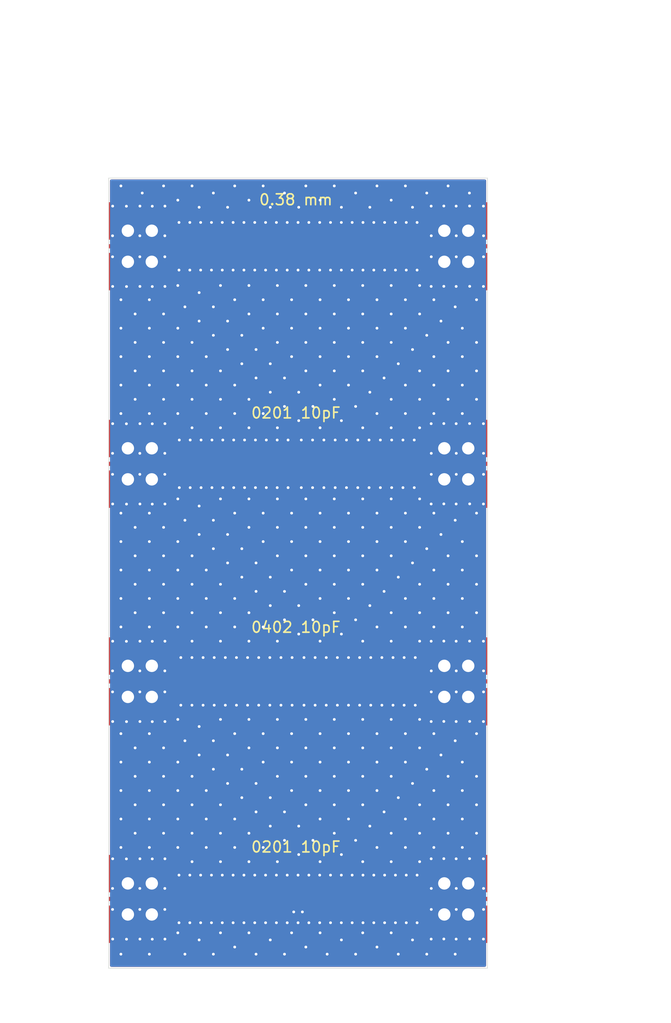
<source format=kicad_pcb>
(kicad_pcb (version 20200119) (host pcbnew "5.99.0-unknown")

  (general
    (thickness 1.65)
    (drawings 18)
    (tracks 647)
    (modules 11)
    (nets 8)
  )

  (page "A4")
  (layers
    (0 "F.Cu" signal)
    (1 "In1.Cu" power)
    (2 "In2.Cu" power)
    (31 "B.Cu" signal)
    (32 "B.Adhes" user)
    (33 "F.Adhes" user)
    (34 "B.Paste" user)
    (35 "F.Paste" user)
    (36 "B.SilkS" user)
    (37 "F.SilkS" user)
    (38 "B.Mask" user)
    (39 "F.Mask" user)
    (40 "Dwgs.User" user)
    (41 "Cmts.User" user)
    (42 "Eco1.User" user)
    (43 "Eco2.User" user)
    (44 "Edge.Cuts" user)
    (45 "Margin" user)
    (46 "B.CrtYd" user)
    (47 "F.CrtYd" user)
    (48 "B.Fab" user)
    (49 "F.Fab" user hide)
  )

  (setup
    (stackup
      (layer "F.SilkS" (type "Top Silk Screen"))
      (layer "F.Paste" (type "Top Solder Paste"))
      (layer "F.Mask" (type "Top Solder Mask") (color "Green") (thickness 0.01))
      (layer "F.Cu" (type "copper") (thickness 0.035))
      (layer "dielectric 1" (type "core") (thickness 0.1702) (material "FR4") (epsilon_r 4.5) (loss_tangent 0.02))
      (layer "In1.Cu" (type "copper") (thickness 0.0178))
      (layer "dielectric 2" (type "prepreg") (thickness 1.19) (material "FR4") (epsilon_r 4.5) (loss_tangent 0.02))
      (layer "In2.Cu" (type "copper") (thickness 0.0178))
      (layer "dielectric 3" (type "core") (thickness 0.1702) (material "FR4") (epsilon_r 4.5) (loss_tangent 0.02))
      (layer "B.Cu" (type "copper") (thickness 0.035))
      (layer "B.Mask" (type "Bottom Solder Mask") (color "Green") (thickness 0.01))
      (layer "B.Paste" (type "Bottom Solder Paste"))
      (layer "B.SilkS" (type "Bottom Silk Screen"))
      (copper_finish "None")
      (dielectric_constraints no)
    )
    (last_trace_width 0.38)
    (trace_clearance 0.2)
    (zone_clearance 0.508)
    (zone_45_only no)
    (trace_min 0.127)
    (via_size 0.4572)
    (via_drill 0.254)
    (via_min_size 0.4572)
    (via_min_drill 0.254)
    (uvia_size 0.3)
    (uvia_drill 0.1)
    (uvias_allowed no)
    (uvia_min_size 0.2)
    (uvia_min_drill 0.1)
    (max_error 0.005)
    (defaults
      (edge_clearance 0.01)
      (edge_cuts_line_width 0.05)
      (courtyard_line_width 0.05)
      (copper_line_width 0.2)
      (copper_text_dims (size 1.5 1.5) (thickness 0.3))
      (silk_line_width 0.12)
      (silk_text_dims (size 1 1) (thickness 0.15))
      (other_layers_line_width 0.1)
      (other_layers_text_dims (size 1 1) (thickness 0.15))
      (dimension_units 0)
      (dimension_precision 1)
    )
    (pad_size 0.38 0.38)
    (pad_drill 0)
    (pad_to_mask_clearance 0.05)
    (aux_axis_origin 0 0)
    (visible_elements FFFFF77F)
    (pcbplotparams
      (layerselection 0x010fc_ffffffff)
      (usegerberextensions false)
      (usegerberattributes true)
      (usegerberadvancedattributes true)
      (creategerberjobfile true)
      (excludeedgelayer true)
      (linewidth 0.100000)
      (plotframeref false)
      (viasonmask false)
      (mode 1)
      (useauxorigin false)
      (hpglpennumber 1)
      (hpglpenspeed 20)
      (hpglpendiameter 15.000000)
      (psnegative false)
      (psa4output false)
      (plotreference true)
      (plotvalue true)
      (plotinvisibletext false)
      (padsonsilk false)
      (subtractmaskfromsilk false)
      (outputformat 1)
      (mirror false)
      (drillshape 0)
      (scaleselection 1)
      (outputdirectory "gerbers/")
    )
  )

  (net 0 "")
  (net 1 "Net-(C1-Pad2)")
  (net 2 "Net-(C1-Pad1)")
  (net 3 "Net-(C2-Pad2)")
  (net 4 "Net-(C2-Pad1)")
  (net 5 "Net-(C3-Pad2)")
  (net 6 "GND")
  (net 7 "Net-(J1-Pad1)")

  (net_class "Default" "This is the default net class."
    (clearance 0.2)
    (trace_width 0.38)
    (via_dia 0.4572)
    (via_drill 0.254)
    (uvia_dia 0.3)
    (uvia_drill 0.1)
    (add_net "GND")
    (add_net "Net-(C1-Pad1)")
    (add_net "Net-(C1-Pad2)")
    (add_net "Net-(C2-Pad1)")
    (add_net "Net-(C2-Pad2)")
    (add_net "Net-(C3-Pad2)")
    (add_net "Net-(J1-Pad1)")
  )

  (module "fmcw:SMA_901-10512" (layer "F.Cu") (tedit 5EA482E8) (tstamp c96a59a1-50cd-460b-a357-f08f2c163a24)
    (at 142.7 146.7)
    (path "/00000000-0000-0000-0000-00005eacf6d2")
    (fp_text reference "J8" (at 0.03 4.88) (layer "F.SilkS") hide
      (effects (font (size 0.65 0.65) (thickness 0.15)))
    )
    (fp_text value "Conn_Coaxial" (at 0 0) (layer "F.Fab")
      (effects (font (size 0.65 0.65) (thickness 0.15)))
    )
    (fp_line (start 2.28 -10) (end 2.28 10) (layer "Dwgs.User") (width 0.12))
    (fp_line (start 2.28 10) (end 12.28 10) (layer "Dwgs.User") (width 0.12))
    (fp_line (start 12.28 10) (end 12.28 -10) (layer "Dwgs.User") (width 0.12))
    (fp_line (start 12.28 -10) (end 2.28 -10) (layer "Dwgs.User") (width 0.12))
    (pad "2" thru_hole circle (at 0.66 3.7) (size 0.4572 0.4572) (drill 0.254) (layers *.Cu *.Mask)
      (net 6 "GND") (pinfunction "Ext") (tstamp ee589e80-e5bd-45ac-8380-813503619f03))
    (pad "2" thru_hole circle (at -1.73 3.7) (size 0.4572 0.4572) (drill 0.254) (layers *.Cu *.Mask)
      (net 6 "GND") (pinfunction "Ext") (tstamp ee589e80-e5bd-45ac-8380-813503619f03))
    (pad "2" thru_hole circle (at -0.59 3.71) (size 0.4572 0.4572) (drill 0.254) (layers *.Cu *.Mask)
      (net 6 "GND") (pinfunction "Ext") (tstamp ee589e80-e5bd-45ac-8380-813503619f03))
    (pad "2" thru_hole circle (at -2.9 3.71) (size 0.4572 0.4572) (drill 0.254) (layers *.Cu *.Mask)
      (net 6 "GND") (pinfunction "Ext") (tstamp ee589e80-e5bd-45ac-8380-813503619f03))
    (pad "2" thru_hole circle (at 1.93 3.71) (size 0.4572 0.4572) (drill 0.254) (layers *.Cu *.Mask)
      (net 6 "GND") (pinfunction "Ext") (tstamp ee589e80-e5bd-45ac-8380-813503619f03))
    (pad "2" thru_hole circle (at 0.65 -3.72) (size 0.4572 0.4572) (drill 0.254) (layers *.Cu *.Mask)
      (net 6 "GND") (pinfunction "Ext") (tstamp ee589e80-e5bd-45ac-8380-813503619f03))
    (pad "2" thru_hole circle (at -1.73 -3.72) (size 0.4572 0.4572) (drill 0.254) (layers *.Cu *.Mask)
      (net 6 "GND") (pinfunction "Ext") (tstamp ee589e80-e5bd-45ac-8380-813503619f03))
    (pad "2" thru_hole circle (at 1.93 -3.71) (size 0.4572 0.4572) (drill 0.254) (layers *.Cu *.Mask)
      (net 6 "GND") (pinfunction "Ext") (tstamp ee589e80-e5bd-45ac-8380-813503619f03))
    (pad "2" thru_hole circle (at -2.9 -3.71) (size 0.4572 0.4572) (drill 0.254) (layers *.Cu *.Mask)
      (net 6 "GND") (pinfunction "Ext") (tstamp ee589e80-e5bd-45ac-8380-813503619f03))
    (pad "2" thru_hole circle (at -0.59 -3.71) (size 0.4572 0.4572) (drill 0.254) (layers *.Cu *.Mask)
      (net 6 "GND") (pinfunction "Ext") (tstamp ee589e80-e5bd-45ac-8380-813503619f03))
    (pad "2" thru_hole circle (at 1.94 0.97) (size 0.4572 0.4572) (drill 0.254) (layers *.Cu *.Mask)
      (net 6 "GND") (pinfunction "Ext") (tstamp ee589e80-e5bd-45ac-8380-813503619f03))
    (pad "2" thru_hole circle (at -0.58 0.97) (size 0.4572 0.4572) (drill 0.254) (layers *.Cu *.Mask)
      (net 6 "GND") (pinfunction "Ext") (tstamp ee589e80-e5bd-45ac-8380-813503619f03))
    (pad "2" thru_hole circle (at -2.89 0.97) (size 0.4572 0.4572) (drill 0.254) (layers *.Cu *.Mask)
      (net 6 "GND") (pinfunction "Ext") (tstamp ee589e80-e5bd-45ac-8380-813503619f03))
    (pad "2" thru_hole circle (at -2.89 -0.97) (size 0.4572 0.4572) (drill 0.254) (layers *.Cu *.Mask)
      (net 6 "GND") (pinfunction "Ext") (tstamp ee589e80-e5bd-45ac-8380-813503619f03))
    (pad "2" thru_hole circle (at -0.58 -0.97) (size 0.4572 0.4572) (drill 0.254) (layers *.Cu *.Mask)
      (net 6 "GND") (pinfunction "Ext") (tstamp ee589e80-e5bd-45ac-8380-813503619f03))
    (pad "2" thru_hole circle (at 1.94 -0.97) (size 0.4572 0.4572) (drill 0.254) (layers *.Cu *.Mask)
      (net 6 "GND") (pinfunction "Ext") (tstamp ee589e80-e5bd-45ac-8380-813503619f03))
    (pad "2" smd rect (at -0.495 2.34) (size 5.54 3.45) (layers "F.Cu" "F.Paste" "F.Mask")
      (net 6 "GND") (pinfunction "Ext") (tstamp 18c606d4-3622-46e9-8faa-43831d5fa44a))
    (pad "2" smd rect (at -0.495 -2.34) (size 5.54 3.45) (layers "F.Cu" "F.Paste" "F.Mask")
      (net 6 "GND") (pinfunction "Ext") (tstamp 9284386b-d625-45b9-9884-a98a2eaca90b))
    (pad "1" smd rect (at 1.8 0) (size 0.95 0.38) (layers "F.Cu" "F.Paste" "F.Mask")
      (net 5 "Net-(C3-Pad2)") (pinfunction "In") (tstamp 7e44134b-28ce-4f91-9967-88e3e7e21a0c))
    (pad "2" thru_hole circle (at -1.685 1.435) (size 1.44 1.44) (drill 1.14) (layers *.Cu *.Mask)
      (net 6 "GND") (pinfunction "Ext") (tstamp f152de53-aed5-45a5-ac9b-12e1ff253dbd))
    (pad "2" thru_hole circle (at 0.525 1.435) (size 1.44 1.44) (drill 1.14) (layers *.Cu *.Mask)
      (net 6 "GND") (pinfunction "Ext") (tstamp f6accb3d-3f7c-4bce-a37a-ea05140cd0b0))
    (pad "2" thru_hole circle (at 0.525 -1.435) (size 1.44 1.44) (drill 1.14) (layers *.Cu *.Mask)
      (net 6 "GND") (pinfunction "Ext") (tstamp 9fbea57b-fa46-4987-9787-dd1087014a68))
    (pad "2" thru_hole circle (at -1.685 -1.435) (size 1.44 1.44) (drill 1.14) (layers *.Cu *.Mask)
      (net 6 "GND") (pinfunction "Ext") (tstamp 592ae2ca-c50c-4d79-bb73-34412c373381))
  )

  (module "fmcw:SMA_901-10512" (layer "F.Cu") (tedit 5EA482E8) (tstamp 9884a497-8a15-40e9-90ba-e26833e8a2c0)
    (at 142.7 126.6)
    (path "/00000000-0000-0000-0000-00005eacdea4")
    (fp_text reference "J7" (at 0.03 4.88) (layer "F.SilkS") hide
      (effects (font (size 0.65 0.65) (thickness 0.15)))
    )
    (fp_text value "Conn_Coaxial" (at 0 0) (layer "F.Fab")
      (effects (font (size 0.65 0.65) (thickness 0.15)))
    )
    (fp_line (start 2.28 -10) (end 2.28 10) (layer "Dwgs.User") (width 0.12))
    (fp_line (start 2.28 10) (end 12.28 10) (layer "Dwgs.User") (width 0.12))
    (fp_line (start 12.28 10) (end 12.28 -10) (layer "Dwgs.User") (width 0.12))
    (fp_line (start 12.28 -10) (end 2.28 -10) (layer "Dwgs.User") (width 0.12))
    (pad "2" thru_hole circle (at 0.66 3.7) (size 0.4572 0.4572) (drill 0.254) (layers *.Cu *.Mask)
      (net 6 "GND") (pinfunction "Ext") (tstamp ee589e80-e5bd-45ac-8380-813503619f03))
    (pad "2" thru_hole circle (at -1.73 3.7) (size 0.4572 0.4572) (drill 0.254) (layers *.Cu *.Mask)
      (net 6 "GND") (pinfunction "Ext") (tstamp ee589e80-e5bd-45ac-8380-813503619f03))
    (pad "2" thru_hole circle (at -0.59 3.71) (size 0.4572 0.4572) (drill 0.254) (layers *.Cu *.Mask)
      (net 6 "GND") (pinfunction "Ext") (tstamp ee589e80-e5bd-45ac-8380-813503619f03))
    (pad "2" thru_hole circle (at -2.9 3.71) (size 0.4572 0.4572) (drill 0.254) (layers *.Cu *.Mask)
      (net 6 "GND") (pinfunction "Ext") (tstamp ee589e80-e5bd-45ac-8380-813503619f03))
    (pad "2" thru_hole circle (at 1.93 3.71) (size 0.4572 0.4572) (drill 0.254) (layers *.Cu *.Mask)
      (net 6 "GND") (pinfunction "Ext") (tstamp ee589e80-e5bd-45ac-8380-813503619f03))
    (pad "2" thru_hole circle (at 0.65 -3.72) (size 0.4572 0.4572) (drill 0.254) (layers *.Cu *.Mask)
      (net 6 "GND") (pinfunction "Ext") (tstamp ee589e80-e5bd-45ac-8380-813503619f03))
    (pad "2" thru_hole circle (at -1.73 -3.72) (size 0.4572 0.4572) (drill 0.254) (layers *.Cu *.Mask)
      (net 6 "GND") (pinfunction "Ext") (tstamp ee589e80-e5bd-45ac-8380-813503619f03))
    (pad "2" thru_hole circle (at 1.93 -3.71) (size 0.4572 0.4572) (drill 0.254) (layers *.Cu *.Mask)
      (net 6 "GND") (pinfunction "Ext") (tstamp ee589e80-e5bd-45ac-8380-813503619f03))
    (pad "2" thru_hole circle (at -2.9 -3.71) (size 0.4572 0.4572) (drill 0.254) (layers *.Cu *.Mask)
      (net 6 "GND") (pinfunction "Ext") (tstamp ee589e80-e5bd-45ac-8380-813503619f03))
    (pad "2" thru_hole circle (at -0.59 -3.71) (size 0.4572 0.4572) (drill 0.254) (layers *.Cu *.Mask)
      (net 6 "GND") (pinfunction "Ext") (tstamp ee589e80-e5bd-45ac-8380-813503619f03))
    (pad "2" thru_hole circle (at 1.94 0.97) (size 0.4572 0.4572) (drill 0.254) (layers *.Cu *.Mask)
      (net 6 "GND") (pinfunction "Ext") (tstamp ee589e80-e5bd-45ac-8380-813503619f03))
    (pad "2" thru_hole circle (at -0.58 0.97) (size 0.4572 0.4572) (drill 0.254) (layers *.Cu *.Mask)
      (net 6 "GND") (pinfunction "Ext") (tstamp ee589e80-e5bd-45ac-8380-813503619f03))
    (pad "2" thru_hole circle (at -2.89 0.97) (size 0.4572 0.4572) (drill 0.254) (layers *.Cu *.Mask)
      (net 6 "GND") (pinfunction "Ext") (tstamp ee589e80-e5bd-45ac-8380-813503619f03))
    (pad "2" thru_hole circle (at -2.89 -0.97) (size 0.4572 0.4572) (drill 0.254) (layers *.Cu *.Mask)
      (net 6 "GND") (pinfunction "Ext") (tstamp ee589e80-e5bd-45ac-8380-813503619f03))
    (pad "2" thru_hole circle (at -0.58 -0.97) (size 0.4572 0.4572) (drill 0.254) (layers *.Cu *.Mask)
      (net 6 "GND") (pinfunction "Ext") (tstamp ee589e80-e5bd-45ac-8380-813503619f03))
    (pad "2" thru_hole circle (at 1.94 -0.97) (size 0.4572 0.4572) (drill 0.254) (layers *.Cu *.Mask)
      (net 6 "GND") (pinfunction "Ext") (tstamp ee589e80-e5bd-45ac-8380-813503619f03))
    (pad "2" smd rect (at -0.495 2.34) (size 5.54 3.45) (layers "F.Cu" "F.Paste" "F.Mask")
      (net 6 "GND") (pinfunction "Ext") (tstamp 18c606d4-3622-46e9-8faa-43831d5fa44a))
    (pad "2" smd rect (at -0.495 -2.34) (size 5.54 3.45) (layers "F.Cu" "F.Paste" "F.Mask")
      (net 6 "GND") (pinfunction "Ext") (tstamp 9284386b-d625-45b9-9884-a98a2eaca90b))
    (pad "1" smd rect (at 1.8 0) (size 0.95 0.38) (layers "F.Cu" "F.Paste" "F.Mask")
      (net 3 "Net-(C2-Pad2)") (pinfunction "In") (tstamp 7e44134b-28ce-4f91-9967-88e3e7e21a0c))
    (pad "2" thru_hole circle (at -1.685 1.435) (size 1.44 1.44) (drill 1.14) (layers *.Cu *.Mask)
      (net 6 "GND") (pinfunction "Ext") (tstamp f152de53-aed5-45a5-ac9b-12e1ff253dbd))
    (pad "2" thru_hole circle (at 0.525 1.435) (size 1.44 1.44) (drill 1.14) (layers *.Cu *.Mask)
      (net 6 "GND") (pinfunction "Ext") (tstamp f6accb3d-3f7c-4bce-a37a-ea05140cd0b0))
    (pad "2" thru_hole circle (at 0.525 -1.435) (size 1.44 1.44) (drill 1.14) (layers *.Cu *.Mask)
      (net 6 "GND") (pinfunction "Ext") (tstamp 9fbea57b-fa46-4987-9787-dd1087014a68))
    (pad "2" thru_hole circle (at -1.685 -1.435) (size 1.44 1.44) (drill 1.14) (layers *.Cu *.Mask)
      (net 6 "GND") (pinfunction "Ext") (tstamp 592ae2ca-c50c-4d79-bb73-34412c373381))
  )

  (module "fmcw:SMA_901-10512" (layer "F.Cu") (tedit 5EA482E8) (tstamp 395a5fed-dd01-4afe-b175-f959d4e4e398)
    (at 142.7 106.5)
    (path "/00000000-0000-0000-0000-00005eaccde9")
    (fp_text reference "J6" (at 0.03 4.88) (layer "F.SilkS") hide
      (effects (font (size 0.65 0.65) (thickness 0.15)))
    )
    (fp_text value "Conn_Coaxial" (at 0 0) (layer "F.Fab")
      (effects (font (size 0.65 0.65) (thickness 0.15)))
    )
    (fp_line (start 2.28 -10) (end 2.28 10) (layer "Dwgs.User") (width 0.12))
    (fp_line (start 2.28 10) (end 12.28 10) (layer "Dwgs.User") (width 0.12))
    (fp_line (start 12.28 10) (end 12.28 -10) (layer "Dwgs.User") (width 0.12))
    (fp_line (start 12.28 -10) (end 2.28 -10) (layer "Dwgs.User") (width 0.12))
    (pad "2" thru_hole circle (at 0.66 3.7) (size 0.4572 0.4572) (drill 0.254) (layers *.Cu *.Mask)
      (net 6 "GND") (pinfunction "Ext") (tstamp ee589e80-e5bd-45ac-8380-813503619f03))
    (pad "2" thru_hole circle (at -1.73 3.7) (size 0.4572 0.4572) (drill 0.254) (layers *.Cu *.Mask)
      (net 6 "GND") (pinfunction "Ext") (tstamp ee589e80-e5bd-45ac-8380-813503619f03))
    (pad "2" thru_hole circle (at -0.59 3.71) (size 0.4572 0.4572) (drill 0.254) (layers *.Cu *.Mask)
      (net 6 "GND") (pinfunction "Ext") (tstamp ee589e80-e5bd-45ac-8380-813503619f03))
    (pad "2" thru_hole circle (at -2.9 3.71) (size 0.4572 0.4572) (drill 0.254) (layers *.Cu *.Mask)
      (net 6 "GND") (pinfunction "Ext") (tstamp ee589e80-e5bd-45ac-8380-813503619f03))
    (pad "2" thru_hole circle (at 1.93 3.71) (size 0.4572 0.4572) (drill 0.254) (layers *.Cu *.Mask)
      (net 6 "GND") (pinfunction "Ext") (tstamp ee589e80-e5bd-45ac-8380-813503619f03))
    (pad "2" thru_hole circle (at 0.65 -3.72) (size 0.4572 0.4572) (drill 0.254) (layers *.Cu *.Mask)
      (net 6 "GND") (pinfunction "Ext") (tstamp ee589e80-e5bd-45ac-8380-813503619f03))
    (pad "2" thru_hole circle (at -1.73 -3.72) (size 0.4572 0.4572) (drill 0.254) (layers *.Cu *.Mask)
      (net 6 "GND") (pinfunction "Ext") (tstamp ee589e80-e5bd-45ac-8380-813503619f03))
    (pad "2" thru_hole circle (at 1.93 -3.71) (size 0.4572 0.4572) (drill 0.254) (layers *.Cu *.Mask)
      (net 6 "GND") (pinfunction "Ext") (tstamp ee589e80-e5bd-45ac-8380-813503619f03))
    (pad "2" thru_hole circle (at -2.9 -3.71) (size 0.4572 0.4572) (drill 0.254) (layers *.Cu *.Mask)
      (net 6 "GND") (pinfunction "Ext") (tstamp ee589e80-e5bd-45ac-8380-813503619f03))
    (pad "2" thru_hole circle (at -0.59 -3.71) (size 0.4572 0.4572) (drill 0.254) (layers *.Cu *.Mask)
      (net 6 "GND") (pinfunction "Ext") (tstamp ee589e80-e5bd-45ac-8380-813503619f03))
    (pad "2" thru_hole circle (at 1.94 0.97) (size 0.4572 0.4572) (drill 0.254) (layers *.Cu *.Mask)
      (net 6 "GND") (pinfunction "Ext") (tstamp ee589e80-e5bd-45ac-8380-813503619f03))
    (pad "2" thru_hole circle (at -0.58 0.97) (size 0.4572 0.4572) (drill 0.254) (layers *.Cu *.Mask)
      (net 6 "GND") (pinfunction "Ext") (tstamp ee589e80-e5bd-45ac-8380-813503619f03))
    (pad "2" thru_hole circle (at -2.89 0.97) (size 0.4572 0.4572) (drill 0.254) (layers *.Cu *.Mask)
      (net 6 "GND") (pinfunction "Ext") (tstamp ee589e80-e5bd-45ac-8380-813503619f03))
    (pad "2" thru_hole circle (at -2.89 -0.97) (size 0.4572 0.4572) (drill 0.254) (layers *.Cu *.Mask)
      (net 6 "GND") (pinfunction "Ext") (tstamp ee589e80-e5bd-45ac-8380-813503619f03))
    (pad "2" thru_hole circle (at -0.58 -0.97) (size 0.4572 0.4572) (drill 0.254) (layers *.Cu *.Mask)
      (net 6 "GND") (pinfunction "Ext") (tstamp ee589e80-e5bd-45ac-8380-813503619f03))
    (pad "2" thru_hole circle (at 1.94 -0.97) (size 0.4572 0.4572) (drill 0.254) (layers *.Cu *.Mask)
      (net 6 "GND") (pinfunction "Ext") (tstamp ee589e80-e5bd-45ac-8380-813503619f03))
    (pad "2" smd rect (at -0.495 2.34) (size 5.54 3.45) (layers "F.Cu" "F.Paste" "F.Mask")
      (net 6 "GND") (pinfunction "Ext") (tstamp 18c606d4-3622-46e9-8faa-43831d5fa44a))
    (pad "2" smd rect (at -0.495 -2.34) (size 5.54 3.45) (layers "F.Cu" "F.Paste" "F.Mask")
      (net 6 "GND") (pinfunction "Ext") (tstamp 9284386b-d625-45b9-9884-a98a2eaca90b))
    (pad "1" smd rect (at 1.8 0) (size 0.95 0.38) (layers "F.Cu" "F.Paste" "F.Mask")
      (net 1 "Net-(C1-Pad2)") (pinfunction "In") (tstamp 7e44134b-28ce-4f91-9967-88e3e7e21a0c))
    (pad "2" thru_hole circle (at -1.685 1.435) (size 1.44 1.44) (drill 1.14) (layers *.Cu *.Mask)
      (net 6 "GND") (pinfunction "Ext") (tstamp f152de53-aed5-45a5-ac9b-12e1ff253dbd))
    (pad "2" thru_hole circle (at 0.525 1.435) (size 1.44 1.44) (drill 1.14) (layers *.Cu *.Mask)
      (net 6 "GND") (pinfunction "Ext") (tstamp f6accb3d-3f7c-4bce-a37a-ea05140cd0b0))
    (pad "2" thru_hole circle (at 0.525 -1.435) (size 1.44 1.44) (drill 1.14) (layers *.Cu *.Mask)
      (net 6 "GND") (pinfunction "Ext") (tstamp 9fbea57b-fa46-4987-9787-dd1087014a68))
    (pad "2" thru_hole circle (at -1.685 -1.435) (size 1.44 1.44) (drill 1.14) (layers *.Cu *.Mask)
      (net 6 "GND") (pinfunction "Ext") (tstamp 592ae2ca-c50c-4d79-bb73-34412c373381))
  )

  (module "fmcw:SMA_901-10512" (layer "F.Cu") (tedit 5EA482E8) (tstamp 1d30b310-74b5-4859-b1fc-509088082b9d)
    (at 142.7 86.4)
    (path "/00000000-0000-0000-0000-00005eacc363")
    (fp_text reference "J5" (at 0.03 4.88) (layer "F.SilkS") hide
      (effects (font (size 0.65 0.65) (thickness 0.15)))
    )
    (fp_text value "Conn_Coaxial" (at 0 0) (layer "F.Fab")
      (effects (font (size 0.65 0.65) (thickness 0.15)))
    )
    (fp_line (start 2.28 -10) (end 2.28 10) (layer "Dwgs.User") (width 0.12))
    (fp_line (start 2.28 10) (end 12.28 10) (layer "Dwgs.User") (width 0.12))
    (fp_line (start 12.28 10) (end 12.28 -10) (layer "Dwgs.User") (width 0.12))
    (fp_line (start 12.28 -10) (end 2.28 -10) (layer "Dwgs.User") (width 0.12))
    (pad "2" thru_hole circle (at 0.66 3.7) (size 0.4572 0.4572) (drill 0.254) (layers *.Cu *.Mask)
      (net 6 "GND") (pinfunction "Ext") (tstamp ee589e80-e5bd-45ac-8380-813503619f03))
    (pad "2" thru_hole circle (at -1.73 3.7) (size 0.4572 0.4572) (drill 0.254) (layers *.Cu *.Mask)
      (net 6 "GND") (pinfunction "Ext") (tstamp ee589e80-e5bd-45ac-8380-813503619f03))
    (pad "2" thru_hole circle (at -0.59 3.71) (size 0.4572 0.4572) (drill 0.254) (layers *.Cu *.Mask)
      (net 6 "GND") (pinfunction "Ext") (tstamp ee589e80-e5bd-45ac-8380-813503619f03))
    (pad "2" thru_hole circle (at -2.9 3.71) (size 0.4572 0.4572) (drill 0.254) (layers *.Cu *.Mask)
      (net 6 "GND") (pinfunction "Ext") (tstamp ee589e80-e5bd-45ac-8380-813503619f03))
    (pad "2" thru_hole circle (at 1.93 3.71) (size 0.4572 0.4572) (drill 0.254) (layers *.Cu *.Mask)
      (net 6 "GND") (pinfunction "Ext") (tstamp ee589e80-e5bd-45ac-8380-813503619f03))
    (pad "2" thru_hole circle (at 0.65 -3.72) (size 0.4572 0.4572) (drill 0.254) (layers *.Cu *.Mask)
      (net 6 "GND") (pinfunction "Ext") (tstamp ee589e80-e5bd-45ac-8380-813503619f03))
    (pad "2" thru_hole circle (at -1.73 -3.72) (size 0.4572 0.4572) (drill 0.254) (layers *.Cu *.Mask)
      (net 6 "GND") (pinfunction "Ext") (tstamp ee589e80-e5bd-45ac-8380-813503619f03))
    (pad "2" thru_hole circle (at 1.93 -3.71) (size 0.4572 0.4572) (drill 0.254) (layers *.Cu *.Mask)
      (net 6 "GND") (pinfunction "Ext") (tstamp ee589e80-e5bd-45ac-8380-813503619f03))
    (pad "2" thru_hole circle (at -2.9 -3.71) (size 0.4572 0.4572) (drill 0.254) (layers *.Cu *.Mask)
      (net 6 "GND") (pinfunction "Ext") (tstamp ee589e80-e5bd-45ac-8380-813503619f03))
    (pad "2" thru_hole circle (at -0.59 -3.71) (size 0.4572 0.4572) (drill 0.254) (layers *.Cu *.Mask)
      (net 6 "GND") (pinfunction "Ext") (tstamp ee589e80-e5bd-45ac-8380-813503619f03))
    (pad "2" thru_hole circle (at 1.94 0.97) (size 0.4572 0.4572) (drill 0.254) (layers *.Cu *.Mask)
      (net 6 "GND") (pinfunction "Ext") (tstamp ee589e80-e5bd-45ac-8380-813503619f03))
    (pad "2" thru_hole circle (at -0.58 0.97) (size 0.4572 0.4572) (drill 0.254) (layers *.Cu *.Mask)
      (net 6 "GND") (pinfunction "Ext") (tstamp ee589e80-e5bd-45ac-8380-813503619f03))
    (pad "2" thru_hole circle (at -2.89 0.97) (size 0.4572 0.4572) (drill 0.254) (layers *.Cu *.Mask)
      (net 6 "GND") (pinfunction "Ext") (tstamp ee589e80-e5bd-45ac-8380-813503619f03))
    (pad "2" thru_hole circle (at -2.89 -0.97) (size 0.4572 0.4572) (drill 0.254) (layers *.Cu *.Mask)
      (net 6 "GND") (pinfunction "Ext") (tstamp ee589e80-e5bd-45ac-8380-813503619f03))
    (pad "2" thru_hole circle (at -0.58 -0.97) (size 0.4572 0.4572) (drill 0.254) (layers *.Cu *.Mask)
      (net 6 "GND") (pinfunction "Ext") (tstamp ee589e80-e5bd-45ac-8380-813503619f03))
    (pad "2" thru_hole circle (at 1.94 -0.97) (size 0.4572 0.4572) (drill 0.254) (layers *.Cu *.Mask)
      (net 6 "GND") (pinfunction "Ext") (tstamp ee589e80-e5bd-45ac-8380-813503619f03))
    (pad "2" smd rect (at -0.495 2.34) (size 5.54 3.45) (layers "F.Cu" "F.Paste" "F.Mask")
      (net 6 "GND") (pinfunction "Ext") (tstamp 18c606d4-3622-46e9-8faa-43831d5fa44a))
    (pad "2" smd rect (at -0.495 -2.34) (size 5.54 3.45) (layers "F.Cu" "F.Paste" "F.Mask")
      (net 6 "GND") (pinfunction "Ext") (tstamp 9284386b-d625-45b9-9884-a98a2eaca90b))
    (pad "1" smd rect (at 1.8 0) (size 0.95 0.38) (layers "F.Cu" "F.Paste" "F.Mask")
      (net 7 "Net-(J1-Pad1)") (pinfunction "In") (tstamp 7e44134b-28ce-4f91-9967-88e3e7e21a0c))
    (pad "2" thru_hole circle (at -1.685 1.435) (size 1.44 1.44) (drill 1.14) (layers *.Cu *.Mask)
      (net 6 "GND") (pinfunction "Ext") (tstamp f152de53-aed5-45a5-ac9b-12e1ff253dbd))
    (pad "2" thru_hole circle (at 0.525 1.435) (size 1.44 1.44) (drill 1.14) (layers *.Cu *.Mask)
      (net 6 "GND") (pinfunction "Ext") (tstamp f6accb3d-3f7c-4bce-a37a-ea05140cd0b0))
    (pad "2" thru_hole circle (at 0.525 -1.435) (size 1.44 1.44) (drill 1.14) (layers *.Cu *.Mask)
      (net 6 "GND") (pinfunction "Ext") (tstamp 9fbea57b-fa46-4987-9787-dd1087014a68))
    (pad "2" thru_hole circle (at -1.685 -1.435) (size 1.44 1.44) (drill 1.14) (layers *.Cu *.Mask)
      (net 6 "GND") (pinfunction "Ext") (tstamp 592ae2ca-c50c-4d79-bb73-34412c373381))
  )

  (module "fmcw:SMA_901-10512" (layer "F.Cu") (tedit 5EA482E8) (tstamp 94e885d1-c7bd-4dff-827f-a44c80dea4af)
    (at 112.3 146.7 180)
    (path "/00000000-0000-0000-0000-00005eacf6e1")
    (fp_text reference "J4" (at 0.03 4.88) (layer "F.SilkS") hide
      (effects (font (size 0.65 0.65) (thickness 0.15)))
    )
    (fp_text value "Conn_Coaxial" (at 0 0) (layer "F.Fab")
      (effects (font (size 0.65 0.65) (thickness 0.15)))
    )
    (fp_line (start 2.28 -10) (end 2.28 10) (layer "Dwgs.User") (width 0.12))
    (fp_line (start 2.28 10) (end 12.28 10) (layer "Dwgs.User") (width 0.12))
    (fp_line (start 12.28 10) (end 12.28 -10) (layer "Dwgs.User") (width 0.12))
    (fp_line (start 12.28 -10) (end 2.28 -10) (layer "Dwgs.User") (width 0.12))
    (pad "2" thru_hole circle (at 0.66 3.7 180) (size 0.4572 0.4572) (drill 0.254) (layers *.Cu *.Mask)
      (net 6 "GND") (pinfunction "Ext") (tstamp ee589e80-e5bd-45ac-8380-813503619f03))
    (pad "2" thru_hole circle (at -1.73 3.7 180) (size 0.4572 0.4572) (drill 0.254) (layers *.Cu *.Mask)
      (net 6 "GND") (pinfunction "Ext") (tstamp ee589e80-e5bd-45ac-8380-813503619f03))
    (pad "2" thru_hole circle (at -0.59 3.71 180) (size 0.4572 0.4572) (drill 0.254) (layers *.Cu *.Mask)
      (net 6 "GND") (pinfunction "Ext") (tstamp ee589e80-e5bd-45ac-8380-813503619f03))
    (pad "2" thru_hole circle (at -2.9 3.71 180) (size 0.4572 0.4572) (drill 0.254) (layers *.Cu *.Mask)
      (net 6 "GND") (pinfunction "Ext") (tstamp ee589e80-e5bd-45ac-8380-813503619f03))
    (pad "2" thru_hole circle (at 1.93 3.71 180) (size 0.4572 0.4572) (drill 0.254) (layers *.Cu *.Mask)
      (net 6 "GND") (pinfunction "Ext") (tstamp ee589e80-e5bd-45ac-8380-813503619f03))
    (pad "2" thru_hole circle (at 0.65 -3.72 180) (size 0.4572 0.4572) (drill 0.254) (layers *.Cu *.Mask)
      (net 6 "GND") (pinfunction "Ext") (tstamp ee589e80-e5bd-45ac-8380-813503619f03))
    (pad "2" thru_hole circle (at -1.73 -3.72 180) (size 0.4572 0.4572) (drill 0.254) (layers *.Cu *.Mask)
      (net 6 "GND") (pinfunction "Ext") (tstamp ee589e80-e5bd-45ac-8380-813503619f03))
    (pad "2" thru_hole circle (at 1.93 -3.71 180) (size 0.4572 0.4572) (drill 0.254) (layers *.Cu *.Mask)
      (net 6 "GND") (pinfunction "Ext") (tstamp ee589e80-e5bd-45ac-8380-813503619f03))
    (pad "2" thru_hole circle (at -2.9 -3.71 180) (size 0.4572 0.4572) (drill 0.254) (layers *.Cu *.Mask)
      (net 6 "GND") (pinfunction "Ext") (tstamp ee589e80-e5bd-45ac-8380-813503619f03))
    (pad "2" thru_hole circle (at -0.59 -3.71 180) (size 0.4572 0.4572) (drill 0.254) (layers *.Cu *.Mask)
      (net 6 "GND") (pinfunction "Ext") (tstamp ee589e80-e5bd-45ac-8380-813503619f03))
    (pad "2" thru_hole circle (at 1.94 0.97 180) (size 0.4572 0.4572) (drill 0.254) (layers *.Cu *.Mask)
      (net 6 "GND") (pinfunction "Ext") (tstamp ee589e80-e5bd-45ac-8380-813503619f03))
    (pad "2" thru_hole circle (at -0.58 0.97 180) (size 0.4572 0.4572) (drill 0.254) (layers *.Cu *.Mask)
      (net 6 "GND") (pinfunction "Ext") (tstamp ee589e80-e5bd-45ac-8380-813503619f03))
    (pad "2" thru_hole circle (at -2.89 0.97 180) (size 0.4572 0.4572) (drill 0.254) (layers *.Cu *.Mask)
      (net 6 "GND") (pinfunction "Ext") (tstamp ee589e80-e5bd-45ac-8380-813503619f03))
    (pad "2" thru_hole circle (at -2.89 -0.97 180) (size 0.4572 0.4572) (drill 0.254) (layers *.Cu *.Mask)
      (net 6 "GND") (pinfunction "Ext") (tstamp ee589e80-e5bd-45ac-8380-813503619f03))
    (pad "2" thru_hole circle (at -0.58 -0.97 180) (size 0.4572 0.4572) (drill 0.254) (layers *.Cu *.Mask)
      (net 6 "GND") (pinfunction "Ext") (tstamp ee589e80-e5bd-45ac-8380-813503619f03))
    (pad "2" thru_hole circle (at 1.94 -0.97 180) (size 0.4572 0.4572) (drill 0.254) (layers *.Cu *.Mask)
      (net 6 "GND") (pinfunction "Ext") (tstamp ee589e80-e5bd-45ac-8380-813503619f03))
    (pad "2" smd rect (at -0.495 2.34 180) (size 5.54 3.45) (layers "F.Cu" "F.Paste" "F.Mask")
      (net 6 "GND") (pinfunction "Ext") (tstamp 18c606d4-3622-46e9-8faa-43831d5fa44a))
    (pad "2" smd rect (at -0.495 -2.34 180) (size 5.54 3.45) (layers "F.Cu" "F.Paste" "F.Mask")
      (net 6 "GND") (pinfunction "Ext") (tstamp 9284386b-d625-45b9-9884-a98a2eaca90b))
    (pad "1" smd rect (at 1.8 0 180) (size 0.95 0.38) (layers "F.Cu" "F.Paste" "F.Mask")
      (net 5 "Net-(C3-Pad2)") (pinfunction "In") (tstamp 7e44134b-28ce-4f91-9967-88e3e7e21a0c))
    (pad "2" thru_hole circle (at -1.685 1.435 180) (size 1.44 1.44) (drill 1.14) (layers *.Cu *.Mask)
      (net 6 "GND") (pinfunction "Ext") (tstamp f152de53-aed5-45a5-ac9b-12e1ff253dbd))
    (pad "2" thru_hole circle (at 0.525 1.435 180) (size 1.44 1.44) (drill 1.14) (layers *.Cu *.Mask)
      (net 6 "GND") (pinfunction "Ext") (tstamp f6accb3d-3f7c-4bce-a37a-ea05140cd0b0))
    (pad "2" thru_hole circle (at 0.525 -1.435 180) (size 1.44 1.44) (drill 1.14) (layers *.Cu *.Mask)
      (net 6 "GND") (pinfunction "Ext") (tstamp 9fbea57b-fa46-4987-9787-dd1087014a68))
    (pad "2" thru_hole circle (at -1.685 -1.435 180) (size 1.44 1.44) (drill 1.14) (layers *.Cu *.Mask)
      (net 6 "GND") (pinfunction "Ext") (tstamp 592ae2ca-c50c-4d79-bb73-34412c373381))
  )

  (module "fmcw:SMA_901-10512" (layer "F.Cu") (tedit 5EA482E8) (tstamp e86f8050-ed60-4dcb-af17-8d5e982fa519)
    (at 112.3 126.6 180)
    (path "/00000000-0000-0000-0000-00005eacdead")
    (fp_text reference "J3" (at 0.03 4.88) (layer "F.SilkS") hide
      (effects (font (size 0.65 0.65) (thickness 0.15)))
    )
    (fp_text value "Conn_Coaxial" (at 0 0) (layer "F.Fab")
      (effects (font (size 0.65 0.65) (thickness 0.15)))
    )
    (fp_line (start 2.28 -10) (end 2.28 10) (layer "Dwgs.User") (width 0.12))
    (fp_line (start 2.28 10) (end 12.28 10) (layer "Dwgs.User") (width 0.12))
    (fp_line (start 12.28 10) (end 12.28 -10) (layer "Dwgs.User") (width 0.12))
    (fp_line (start 12.28 -10) (end 2.28 -10) (layer "Dwgs.User") (width 0.12))
    (pad "2" thru_hole circle (at 0.66 3.7 180) (size 0.4572 0.4572) (drill 0.254) (layers *.Cu *.Mask)
      (net 6 "GND") (pinfunction "Ext") (tstamp ee589e80-e5bd-45ac-8380-813503619f03))
    (pad "2" thru_hole circle (at -1.73 3.7 180) (size 0.4572 0.4572) (drill 0.254) (layers *.Cu *.Mask)
      (net 6 "GND") (pinfunction "Ext") (tstamp ee589e80-e5bd-45ac-8380-813503619f03))
    (pad "2" thru_hole circle (at -0.59 3.71 180) (size 0.4572 0.4572) (drill 0.254) (layers *.Cu *.Mask)
      (net 6 "GND") (pinfunction "Ext") (tstamp ee589e80-e5bd-45ac-8380-813503619f03))
    (pad "2" thru_hole circle (at -2.9 3.71 180) (size 0.4572 0.4572) (drill 0.254) (layers *.Cu *.Mask)
      (net 6 "GND") (pinfunction "Ext") (tstamp ee589e80-e5bd-45ac-8380-813503619f03))
    (pad "2" thru_hole circle (at 1.93 3.71 180) (size 0.4572 0.4572) (drill 0.254) (layers *.Cu *.Mask)
      (net 6 "GND") (pinfunction "Ext") (tstamp ee589e80-e5bd-45ac-8380-813503619f03))
    (pad "2" thru_hole circle (at 0.65 -3.72 180) (size 0.4572 0.4572) (drill 0.254) (layers *.Cu *.Mask)
      (net 6 "GND") (pinfunction "Ext") (tstamp ee589e80-e5bd-45ac-8380-813503619f03))
    (pad "2" thru_hole circle (at -1.73 -3.72 180) (size 0.4572 0.4572) (drill 0.254) (layers *.Cu *.Mask)
      (net 6 "GND") (pinfunction "Ext") (tstamp ee589e80-e5bd-45ac-8380-813503619f03))
    (pad "2" thru_hole circle (at 1.93 -3.71 180) (size 0.4572 0.4572) (drill 0.254) (layers *.Cu *.Mask)
      (net 6 "GND") (pinfunction "Ext") (tstamp ee589e80-e5bd-45ac-8380-813503619f03))
    (pad "2" thru_hole circle (at -2.9 -3.71 180) (size 0.4572 0.4572) (drill 0.254) (layers *.Cu *.Mask)
      (net 6 "GND") (pinfunction "Ext") (tstamp ee589e80-e5bd-45ac-8380-813503619f03))
    (pad "2" thru_hole circle (at -0.59 -3.71 180) (size 0.4572 0.4572) (drill 0.254) (layers *.Cu *.Mask)
      (net 6 "GND") (pinfunction "Ext") (tstamp ee589e80-e5bd-45ac-8380-813503619f03))
    (pad "2" thru_hole circle (at 1.94 0.97 180) (size 0.4572 0.4572) (drill 0.254) (layers *.Cu *.Mask)
      (net 6 "GND") (pinfunction "Ext") (tstamp ee589e80-e5bd-45ac-8380-813503619f03))
    (pad "2" thru_hole circle (at -0.58 0.97 180) (size 0.4572 0.4572) (drill 0.254) (layers *.Cu *.Mask)
      (net 6 "GND") (pinfunction "Ext") (tstamp ee589e80-e5bd-45ac-8380-813503619f03))
    (pad "2" thru_hole circle (at -2.89 0.97 180) (size 0.4572 0.4572) (drill 0.254) (layers *.Cu *.Mask)
      (net 6 "GND") (pinfunction "Ext") (tstamp ee589e80-e5bd-45ac-8380-813503619f03))
    (pad "2" thru_hole circle (at -2.89 -0.97 180) (size 0.4572 0.4572) (drill 0.254) (layers *.Cu *.Mask)
      (net 6 "GND") (pinfunction "Ext") (tstamp ee589e80-e5bd-45ac-8380-813503619f03))
    (pad "2" thru_hole circle (at -0.58 -0.97 180) (size 0.4572 0.4572) (drill 0.254) (layers *.Cu *.Mask)
      (net 6 "GND") (pinfunction "Ext") (tstamp ee589e80-e5bd-45ac-8380-813503619f03))
    (pad "2" thru_hole circle (at 1.94 -0.97 180) (size 0.4572 0.4572) (drill 0.254) (layers *.Cu *.Mask)
      (net 6 "GND") (pinfunction "Ext") (tstamp ee589e80-e5bd-45ac-8380-813503619f03))
    (pad "2" smd rect (at -0.495 2.34 180) (size 5.54 3.45) (layers "F.Cu" "F.Paste" "F.Mask")
      (net 6 "GND") (pinfunction "Ext") (tstamp 18c606d4-3622-46e9-8faa-43831d5fa44a))
    (pad "2" smd rect (at -0.495 -2.34 180) (size 5.54 3.45) (layers "F.Cu" "F.Paste" "F.Mask")
      (net 6 "GND") (pinfunction "Ext") (tstamp 9284386b-d625-45b9-9884-a98a2eaca90b))
    (pad "1" smd rect (at 1.8 0 180) (size 0.95 0.38) (layers "F.Cu" "F.Paste" "F.Mask")
      (net 4 "Net-(C2-Pad1)") (pinfunction "In") (tstamp 7e44134b-28ce-4f91-9967-88e3e7e21a0c))
    (pad "2" thru_hole circle (at -1.685 1.435 180) (size 1.44 1.44) (drill 1.14) (layers *.Cu *.Mask)
      (net 6 "GND") (pinfunction "Ext") (tstamp f152de53-aed5-45a5-ac9b-12e1ff253dbd))
    (pad "2" thru_hole circle (at 0.525 1.435 180) (size 1.44 1.44) (drill 1.14) (layers *.Cu *.Mask)
      (net 6 "GND") (pinfunction "Ext") (tstamp f6accb3d-3f7c-4bce-a37a-ea05140cd0b0))
    (pad "2" thru_hole circle (at 0.525 -1.435 180) (size 1.44 1.44) (drill 1.14) (layers *.Cu *.Mask)
      (net 6 "GND") (pinfunction "Ext") (tstamp 9fbea57b-fa46-4987-9787-dd1087014a68))
    (pad "2" thru_hole circle (at -1.685 -1.435 180) (size 1.44 1.44) (drill 1.14) (layers *.Cu *.Mask)
      (net 6 "GND") (pinfunction "Ext") (tstamp 592ae2ca-c50c-4d79-bb73-34412c373381))
  )

  (module "fmcw:SMA_901-10512" (layer "F.Cu") (tedit 5EA482E8) (tstamp bd01e980-fd93-41c2-b15f-eac03e3b8eba)
    (at 112.3 106.5 180)
    (path "/00000000-0000-0000-0000-00005eaccdf6")
    (fp_text reference "J2" (at 0.03 4.88) (layer "F.SilkS") hide
      (effects (font (size 0.65 0.65) (thickness 0.15)))
    )
    (fp_text value "Conn_Coaxial" (at 0 0) (layer "F.Fab")
      (effects (font (size 0.65 0.65) (thickness 0.15)))
    )
    (fp_line (start 2.28 -10) (end 2.28 10) (layer "Dwgs.User") (width 0.12))
    (fp_line (start 2.28 10) (end 12.28 10) (layer "Dwgs.User") (width 0.12))
    (fp_line (start 12.28 10) (end 12.28 -10) (layer "Dwgs.User") (width 0.12))
    (fp_line (start 12.28 -10) (end 2.28 -10) (layer "Dwgs.User") (width 0.12))
    (pad "2" thru_hole circle (at 0.66 3.7 180) (size 0.4572 0.4572) (drill 0.254) (layers *.Cu *.Mask)
      (net 6 "GND") (pinfunction "Ext") (tstamp ee589e80-e5bd-45ac-8380-813503619f03))
    (pad "2" thru_hole circle (at -1.73 3.7 180) (size 0.4572 0.4572) (drill 0.254) (layers *.Cu *.Mask)
      (net 6 "GND") (pinfunction "Ext") (tstamp ee589e80-e5bd-45ac-8380-813503619f03))
    (pad "2" thru_hole circle (at -0.59 3.71 180) (size 0.4572 0.4572) (drill 0.254) (layers *.Cu *.Mask)
      (net 6 "GND") (pinfunction "Ext") (tstamp ee589e80-e5bd-45ac-8380-813503619f03))
    (pad "2" thru_hole circle (at -2.9 3.71 180) (size 0.4572 0.4572) (drill 0.254) (layers *.Cu *.Mask)
      (net 6 "GND") (pinfunction "Ext") (tstamp ee589e80-e5bd-45ac-8380-813503619f03))
    (pad "2" thru_hole circle (at 1.93 3.71 180) (size 0.4572 0.4572) (drill 0.254) (layers *.Cu *.Mask)
      (net 6 "GND") (pinfunction "Ext") (tstamp ee589e80-e5bd-45ac-8380-813503619f03))
    (pad "2" thru_hole circle (at 0.65 -3.72 180) (size 0.4572 0.4572) (drill 0.254) (layers *.Cu *.Mask)
      (net 6 "GND") (pinfunction "Ext") (tstamp ee589e80-e5bd-45ac-8380-813503619f03))
    (pad "2" thru_hole circle (at -1.73 -3.72 180) (size 0.4572 0.4572) (drill 0.254) (layers *.Cu *.Mask)
      (net 6 "GND") (pinfunction "Ext") (tstamp ee589e80-e5bd-45ac-8380-813503619f03))
    (pad "2" thru_hole circle (at 1.93 -3.71 180) (size 0.4572 0.4572) (drill 0.254) (layers *.Cu *.Mask)
      (net 6 "GND") (pinfunction "Ext") (tstamp ee589e80-e5bd-45ac-8380-813503619f03))
    (pad "2" thru_hole circle (at -2.9 -3.71 180) (size 0.4572 0.4572) (drill 0.254) (layers *.Cu *.Mask)
      (net 6 "GND") (pinfunction "Ext") (tstamp ee589e80-e5bd-45ac-8380-813503619f03))
    (pad "2" thru_hole circle (at -0.59 -3.71 180) (size 0.4572 0.4572) (drill 0.254) (layers *.Cu *.Mask)
      (net 6 "GND") (pinfunction "Ext") (tstamp ee589e80-e5bd-45ac-8380-813503619f03))
    (pad "2" thru_hole circle (at 1.94 0.97 180) (size 0.4572 0.4572) (drill 0.254) (layers *.Cu *.Mask)
      (net 6 "GND") (pinfunction "Ext") (tstamp ee589e80-e5bd-45ac-8380-813503619f03))
    (pad "2" thru_hole circle (at -0.58 0.97 180) (size 0.4572 0.4572) (drill 0.254) (layers *.Cu *.Mask)
      (net 6 "GND") (pinfunction "Ext") (tstamp ee589e80-e5bd-45ac-8380-813503619f03))
    (pad "2" thru_hole circle (at -2.89 0.97 180) (size 0.4572 0.4572) (drill 0.254) (layers *.Cu *.Mask)
      (net 6 "GND") (pinfunction "Ext") (tstamp ee589e80-e5bd-45ac-8380-813503619f03))
    (pad "2" thru_hole circle (at -2.89 -0.97 180) (size 0.4572 0.4572) (drill 0.254) (layers *.Cu *.Mask)
      (net 6 "GND") (pinfunction "Ext") (tstamp ee589e80-e5bd-45ac-8380-813503619f03))
    (pad "2" thru_hole circle (at -0.58 -0.97 180) (size 0.4572 0.4572) (drill 0.254) (layers *.Cu *.Mask)
      (net 6 "GND") (pinfunction "Ext") (tstamp ee589e80-e5bd-45ac-8380-813503619f03))
    (pad "2" thru_hole circle (at 1.94 -0.97 180) (size 0.4572 0.4572) (drill 0.254) (layers *.Cu *.Mask)
      (net 6 "GND") (pinfunction "Ext") (tstamp ee589e80-e5bd-45ac-8380-813503619f03))
    (pad "2" smd rect (at -0.495 2.34 180) (size 5.54 3.45) (layers "F.Cu" "F.Paste" "F.Mask")
      (net 6 "GND") (pinfunction "Ext") (tstamp 18c606d4-3622-46e9-8faa-43831d5fa44a))
    (pad "2" smd rect (at -0.495 -2.34 180) (size 5.54 3.45) (layers "F.Cu" "F.Paste" "F.Mask")
      (net 6 "GND") (pinfunction "Ext") (tstamp 9284386b-d625-45b9-9884-a98a2eaca90b))
    (pad "1" smd rect (at 1.8 0 180) (size 0.95 0.38) (layers "F.Cu" "F.Paste" "F.Mask")
      (net 2 "Net-(C1-Pad1)") (pinfunction "In") (tstamp 7e44134b-28ce-4f91-9967-88e3e7e21a0c))
    (pad "2" thru_hole circle (at -1.685 1.435 180) (size 1.44 1.44) (drill 1.14) (layers *.Cu *.Mask)
      (net 6 "GND") (pinfunction "Ext") (tstamp f152de53-aed5-45a5-ac9b-12e1ff253dbd))
    (pad "2" thru_hole circle (at 0.525 1.435 180) (size 1.44 1.44) (drill 1.14) (layers *.Cu *.Mask)
      (net 6 "GND") (pinfunction "Ext") (tstamp f6accb3d-3f7c-4bce-a37a-ea05140cd0b0))
    (pad "2" thru_hole circle (at 0.525 -1.435 180) (size 1.44 1.44) (drill 1.14) (layers *.Cu *.Mask)
      (net 6 "GND") (pinfunction "Ext") (tstamp 9fbea57b-fa46-4987-9787-dd1087014a68))
    (pad "2" thru_hole circle (at -1.685 -1.435 180) (size 1.44 1.44) (drill 1.14) (layers *.Cu *.Mask)
      (net 6 "GND") (pinfunction "Ext") (tstamp 592ae2ca-c50c-4d79-bb73-34412c373381))
  )

  (module "fmcw:SMA_901-10512" (layer "F.Cu") (tedit 5EA482E8) (tstamp af5114a1-58d1-46fd-82b2-ee07aa70ce32)
    (at 112.3 86.4 180)
    (path "/00000000-0000-0000-0000-00005eacad67")
    (fp_text reference "J1" (at 0.03 4.88) (layer "F.SilkS") hide
      (effects (font (size 0.65 0.65) (thickness 0.15)))
    )
    (fp_text value "Conn_Coaxial" (at 0 0) (layer "F.Fab")
      (effects (font (size 0.65 0.65) (thickness 0.15)))
    )
    (fp_line (start 2.28 -10) (end 2.28 10) (layer "Dwgs.User") (width 0.12))
    (fp_line (start 2.28 10) (end 12.28 10) (layer "Dwgs.User") (width 0.12))
    (fp_line (start 12.28 10) (end 12.28 -10) (layer "Dwgs.User") (width 0.12))
    (fp_line (start 12.28 -10) (end 2.28 -10) (layer "Dwgs.User") (width 0.12))
    (pad "2" thru_hole circle (at 0.66 3.7 180) (size 0.4572 0.4572) (drill 0.254) (layers *.Cu *.Mask)
      (net 6 "GND") (pinfunction "Ext") (tstamp ee589e80-e5bd-45ac-8380-813503619f03))
    (pad "2" thru_hole circle (at -1.73 3.7 180) (size 0.4572 0.4572) (drill 0.254) (layers *.Cu *.Mask)
      (net 6 "GND") (pinfunction "Ext") (tstamp ee589e80-e5bd-45ac-8380-813503619f03))
    (pad "2" thru_hole circle (at -0.59 3.71 180) (size 0.4572 0.4572) (drill 0.254) (layers *.Cu *.Mask)
      (net 6 "GND") (pinfunction "Ext") (tstamp ee589e80-e5bd-45ac-8380-813503619f03))
    (pad "2" thru_hole circle (at -2.9 3.71 180) (size 0.4572 0.4572) (drill 0.254) (layers *.Cu *.Mask)
      (net 6 "GND") (pinfunction "Ext") (tstamp ee589e80-e5bd-45ac-8380-813503619f03))
    (pad "2" thru_hole circle (at 1.93 3.71 180) (size 0.4572 0.4572) (drill 0.254) (layers *.Cu *.Mask)
      (net 6 "GND") (pinfunction "Ext") (tstamp ee589e80-e5bd-45ac-8380-813503619f03))
    (pad "2" thru_hole circle (at 0.65 -3.72 180) (size 0.4572 0.4572) (drill 0.254) (layers *.Cu *.Mask)
      (net 6 "GND") (pinfunction "Ext") (tstamp ee589e80-e5bd-45ac-8380-813503619f03))
    (pad "2" thru_hole circle (at -1.73 -3.72 180) (size 0.4572 0.4572) (drill 0.254) (layers *.Cu *.Mask)
      (net 6 "GND") (pinfunction "Ext") (tstamp ee589e80-e5bd-45ac-8380-813503619f03))
    (pad "2" thru_hole circle (at 1.93 -3.71 180) (size 0.4572 0.4572) (drill 0.254) (layers *.Cu *.Mask)
      (net 6 "GND") (pinfunction "Ext") (tstamp ee589e80-e5bd-45ac-8380-813503619f03))
    (pad "2" thru_hole circle (at -2.9 -3.71 180) (size 0.4572 0.4572) (drill 0.254) (layers *.Cu *.Mask)
      (net 6 "GND") (pinfunction "Ext") (tstamp ee589e80-e5bd-45ac-8380-813503619f03))
    (pad "2" thru_hole circle (at -0.59 -3.71 180) (size 0.4572 0.4572) (drill 0.254) (layers *.Cu *.Mask)
      (net 6 "GND") (pinfunction "Ext") (tstamp ee589e80-e5bd-45ac-8380-813503619f03))
    (pad "2" thru_hole circle (at 1.94 0.97 180) (size 0.4572 0.4572) (drill 0.254) (layers *.Cu *.Mask)
      (net 6 "GND") (pinfunction "Ext") (tstamp ee589e80-e5bd-45ac-8380-813503619f03))
    (pad "2" thru_hole circle (at -0.58 0.97 180) (size 0.4572 0.4572) (drill 0.254) (layers *.Cu *.Mask)
      (net 6 "GND") (pinfunction "Ext") (tstamp ee589e80-e5bd-45ac-8380-813503619f03))
    (pad "2" thru_hole circle (at -2.89 0.97 180) (size 0.4572 0.4572) (drill 0.254) (layers *.Cu *.Mask)
      (net 6 "GND") (pinfunction "Ext") (tstamp ee589e80-e5bd-45ac-8380-813503619f03))
    (pad "2" thru_hole circle (at -2.89 -0.97 180) (size 0.4572 0.4572) (drill 0.254) (layers *.Cu *.Mask)
      (net 6 "GND") (pinfunction "Ext") (tstamp ee589e80-e5bd-45ac-8380-813503619f03))
    (pad "2" thru_hole circle (at -0.58 -0.97 180) (size 0.4572 0.4572) (drill 0.254) (layers *.Cu *.Mask)
      (net 6 "GND") (pinfunction "Ext") (tstamp ee589e80-e5bd-45ac-8380-813503619f03))
    (pad "2" thru_hole circle (at 1.94 -0.97 180) (size 0.4572 0.4572) (drill 0.254) (layers *.Cu *.Mask)
      (net 6 "GND") (pinfunction "Ext") (tstamp ee589e80-e5bd-45ac-8380-813503619f03))
    (pad "2" smd rect (at -0.495 2.34 180) (size 5.54 3.45) (layers "F.Cu" "F.Paste" "F.Mask")
      (net 6 "GND") (pinfunction "Ext") (tstamp 18c606d4-3622-46e9-8faa-43831d5fa44a))
    (pad "2" smd rect (at -0.495 -2.34 180) (size 5.54 3.45) (layers "F.Cu" "F.Paste" "F.Mask")
      (net 6 "GND") (pinfunction "Ext") (tstamp 9284386b-d625-45b9-9884-a98a2eaca90b))
    (pad "1" smd rect (at 1.8 0 180) (size 0.95 0.38) (layers "F.Cu" "F.Paste" "F.Mask")
      (net 7 "Net-(J1-Pad1)") (pinfunction "In") (tstamp 7e44134b-28ce-4f91-9967-88e3e7e21a0c))
    (pad "2" thru_hole circle (at -1.685 1.435 180) (size 1.44 1.44) (drill 1.14) (layers *.Cu *.Mask)
      (net 6 "GND") (pinfunction "Ext") (tstamp f152de53-aed5-45a5-ac9b-12e1ff253dbd))
    (pad "2" thru_hole circle (at 0.525 1.435 180) (size 1.44 1.44) (drill 1.14) (layers *.Cu *.Mask)
      (net 6 "GND") (pinfunction "Ext") (tstamp f6accb3d-3f7c-4bce-a37a-ea05140cd0b0))
    (pad "2" thru_hole circle (at 0.525 -1.435 180) (size 1.44 1.44) (drill 1.14) (layers *.Cu *.Mask)
      (net 6 "GND") (pinfunction "Ext") (tstamp 9fbea57b-fa46-4987-9787-dd1087014a68))
    (pad "2" thru_hole circle (at -1.685 -1.435 180) (size 1.44 1.44) (drill 1.14) (layers *.Cu *.Mask)
      (net 6 "GND") (pinfunction "Ext") (tstamp 592ae2ca-c50c-4d79-bb73-34412c373381))
  )

  (module "fmcw:RF_C_0201_0603Metric" (layer "F.Cu") (tedit 5E953A69) (tstamp da9e5c98-bedf-4490-8501-61767bff89a2)
    (at 127.5 147.1 90)
    (descr "Capacitor SMD 0201 (0603 Metric), square (rectangular) end terminal, IPC_7351 nominal, (Body size source: https://www.vishay.com/docs/20052/crcw0201e3.pdf), generated with kicad-footprint-generator")
    (tags "capacitor")
    (path "/00000000-0000-0000-0000-00005eacf6cb")
    (attr smd)
    (fp_text reference "C3" (at 0 -1.05 90) (layer "F.SilkS") hide
      (effects (font (size 1 1) (thickness 0.15)))
    )
    (fp_text value "0.5p" (at 0 1.05 90) (layer "F.Fab")
      (effects (font (size 1 1) (thickness 0.15)))
    )
    (fp_text user "${REFERENCE}" (at 0 -0.68 90) (layer "F.Fab")
      (effects (font (size 0.25 0.25) (thickness 0.04)))
    )
    (fp_line (start 0.7 0.35) (end -0.7 0.35) (layer "F.CrtYd") (width 0.05))
    (fp_line (start 0.7 -0.35) (end 0.7 0.35) (layer "F.CrtYd") (width 0.05))
    (fp_line (start -0.7 -0.35) (end 0.7 -0.35) (layer "F.CrtYd") (width 0.05))
    (fp_line (start -0.7 0.35) (end -0.7 -0.35) (layer "F.CrtYd") (width 0.05))
    (fp_line (start 0.3 0.15) (end -0.3 0.15) (layer "F.Fab") (width 0.1))
    (fp_line (start 0.3 -0.15) (end 0.3 0.15) (layer "F.Fab") (width 0.1))
    (fp_line (start -0.3 -0.15) (end 0.3 -0.15) (layer "F.Fab") (width 0.1))
    (fp_line (start -0.3 0.15) (end -0.3 -0.15) (layer "F.Fab") (width 0.1))
    (pad "2" smd roundrect (at 0.3 0 90) (size 0.38 0.38) (layers "F.Cu" "F.Paste" "F.Mask") (roundrect_rratio 0.25)
      (net 5 "Net-(C3-Pad2)") (tstamp 38299f2d-2104-4208-a288-c94f607803de))
    (pad "1" smd roundrect (at -0.3 0 90) (size 0.38 0.38) (layers "F.Cu" "F.Paste" "F.Mask") (roundrect_rratio 0.25)
      (net 6 "GND") (tstamp f263a4d2-6bd4-452c-9969-f29ffff1a592))
    (model "${KISYS3DMOD}/Capacitor_SMD.3dshapes/C_0201_0603Metric.wrl"
      (at (xyz 0 0 0))
      (scale (xyz 1 1 1))
      (rotate (xyz 0 0 0))
    )
  )

  (module "fmcw:RF_C_0402" (layer "F.Cu") (tedit 5EA4866E) (tstamp 05e55d30-47a5-4e1c-9bed-a47db091d39c)
    (at 127.5 126.6)
    (descr "Capacitor SMD 0402, reflow soldering, AVX (see smccp.pdf)")
    (tags "capacitor 0402")
    (path "/00000000-0000-0000-0000-00005eacdeb4")
    (attr smd)
    (fp_text reference "C2" (at 0 -1.7) (layer "F.SilkS") hide
      (effects (font (size 0.5 0.5) (thickness 0.125)))
    )
    (fp_text value "10p" (at 0 1.7) (layer "F.Fab")
      (effects (font (size 1 1) (thickness 0.15)))
    )
    (fp_line (start -1.15 -0.6) (end 1.15 -0.6) (layer "F.CrtYd") (width 0.05))
    (fp_line (start -1.15 0.6) (end 1.15 0.6) (layer "F.CrtYd") (width 0.05))
    (fp_line (start -1.15 -0.6) (end -1.15 0.6) (layer "F.CrtYd") (width 0.05))
    (fp_line (start 1.15 -0.6) (end 1.15 0.6) (layer "F.CrtYd") (width 0.05))
    (pad "2" smd rect (at 0.55 0) (size 0.6 0.5) (layers "F.Cu" "F.Paste" "F.Mask")
      (net 3 "Net-(C2-Pad2)") (tstamp 6311fe75-9277-47c1-8611-00d7ae8888eb))
    (pad "1" smd rect (at -0.55 0) (size 0.6 0.5) (layers "F.Cu" "F.Paste" "F.Mask")
      (net 4 "Net-(C2-Pad1)") (tstamp 81b53ec9-ae8e-424f-a4df-dd2523fd76df))
    (model "Capacitors_SMD.3dshapes/C_0402.wrl"
      (at (xyz 0 0 0))
      (scale (xyz 1 1 1))
      (rotate (xyz 0 0 0))
    )
  )

  (module "fmcw:RF_C_0201_0603Metric" (layer "F.Cu") (tedit 5E953A69) (tstamp ab4332ba-de19-4d96-b4bf-691fa2bbc0b6)
    (at 127.5 106.5)
    (descr "Capacitor SMD 0201 (0603 Metric), square (rectangular) end terminal, IPC_7351 nominal, (Body size source: https://www.vishay.com/docs/20052/crcw0201e3.pdf), generated with kicad-footprint-generator")
    (tags "capacitor")
    (path "/00000000-0000-0000-0000-00005eacd79d")
    (attr smd)
    (fp_text reference "C1" (at 0 -1.05) (layer "F.SilkS") hide
      (effects (font (size 1 1) (thickness 0.15)))
    )
    (fp_text value "10p" (at 0 1.05) (layer "F.Fab")
      (effects (font (size 1 1) (thickness 0.15)))
    )
    (fp_text user "${REFERENCE}" (at 0 -0.68) (layer "F.Fab")
      (effects (font (size 0.25 0.25) (thickness 0.04)))
    )
    (fp_line (start 0.7 0.35) (end -0.7 0.35) (layer "F.CrtYd") (width 0.05))
    (fp_line (start 0.7 -0.35) (end 0.7 0.35) (layer "F.CrtYd") (width 0.05))
    (fp_line (start -0.7 -0.35) (end 0.7 -0.35) (layer "F.CrtYd") (width 0.05))
    (fp_line (start -0.7 0.35) (end -0.7 -0.35) (layer "F.CrtYd") (width 0.05))
    (fp_line (start 0.3 0.15) (end -0.3 0.15) (layer "F.Fab") (width 0.1))
    (fp_line (start 0.3 -0.15) (end 0.3 0.15) (layer "F.Fab") (width 0.1))
    (fp_line (start -0.3 -0.15) (end 0.3 -0.15) (layer "F.Fab") (width 0.1))
    (fp_line (start -0.3 0.15) (end -0.3 -0.15) (layer "F.Fab") (width 0.1))
    (pad "2" smd roundrect (at 0.3 0) (size 0.38 0.38) (layers "F.Cu" "F.Paste" "F.Mask") (roundrect_rratio 0.25)
      (net 1 "Net-(C1-Pad2)") (tstamp 38299f2d-2104-4208-a288-c94f607803de))
    (pad "1" smd roundrect (at -0.3 0) (size 0.38 0.38) (layers "F.Cu" "F.Paste" "F.Mask") (roundrect_rratio 0.25)
      (net 2 "Net-(C1-Pad1)") (tstamp f263a4d2-6bd4-452c-9969-f29ffff1a592))
    (model "${KISYS3DMOD}/Capacitor_SMD.3dshapes/C_0201_0603Metric.wrl"
      (at (xyz 0 0 0))
      (scale (xyz 1 1 1))
      (rotate (xyz 0 0 0))
    )
  )

  (gr_text "0201 10pF" (at 127.3 141.9) (layer "F.SilkS") (tstamp b1560a4e-1287-408f-b199-f19a026fdaf0)
    (effects (font (size 1 1) (thickness 0.15)))
  )
  (gr_text "0402 10pF" (at 127.3 121.6) (layer "F.SilkS") (tstamp 2432f14a-de30-404e-828e-0202ac597ab9)
    (effects (font (size 1 1) (thickness 0.15)))
  )
  (gr_text "0201 10pF" (at 127.3 101.8) (layer "F.SilkS") (tstamp 23354904-03e1-4c6d-a308-950ad10de156)
    (effects (font (size 1 1) (thickness 0.15)))
  )
  (gr_text "0.38 mm" (at 127.3 82.1) (layer "F.SilkS") (tstamp 69babb15-1faf-431e-9121-1822831746b3)
    (effects (font (size 1 1) (thickness 0.15)))
  )
  (gr_line (start 129.4 126.6) (end 142.8 126.6) (layer "F.Mask") (width 0.78) (tstamp 5e18b492-8a9d-4e11-b4a9-59708e05d33f))
  (gr_line (start 112.1 126.6) (end 125.6 126.6) (layer "F.Mask") (width 0.78) (tstamp c4cbea5e-b011-4ca3-89e4-c75830ad2237))
  (gr_line (start 128.9 106.5) (end 142.9 106.5) (layer "F.Mask") (width 0.78) (tstamp adf1f6d8-3f4f-422b-816b-e10519f2fb30))
  (gr_line (start 112.1 106.5) (end 126.1 106.5) (layer "F.Mask") (width 0.78) (tstamp aa207a85-cf41-48c1-9c0f-8f134fb3b329))
  (gr_line (start 112.4 86.4) (end 142.6 86.4) (layer "F.Mask") (width 0.78) (tstamp fb938438-9f37-4533-b790-4d058a0fed1f))
  (gr_line (start 128.6 146.7) (end 143 146.7) (layer "F.Mask") (width 0.78) (tstamp e377f724-36c8-4e2f-88e5-58e6f95b91a1))
  (gr_line (start 112 146.7) (end 126.4 146.7) (layer "F.Mask") (width 0.78) (tstamp 042aef60-6ed8-443b-8a32-f908ccb77ae0))
  (gr_text "Cost:\n$10/sq.in. x 1.38in. x 2.87in. = $40" (at 113.1 65.3) (layer "Cmts.User") (tstamp 2c4062f1-6cc1-4bf6-8166-d5bac89d341a)
    (effects (font (size 1 1) (thickness 0.15)) (justify left))
  )
  (dimension 73 (width 0.1) (layer "Dwgs.User") (tstamp 253dd737-5362-4ebd-b4a4-06b2462217bf)
    (gr_text "2.8740 in" (at 160.55 116.6 270) (layer "Dwgs.User") (tstamp 253dd737-5362-4ebd-b4a4-06b2462217bf)
      (effects (font (size 1 1) (thickness 0.15)))
    )
    (feature1 (pts (xy 145 153.1) (xy 159.886421 153.1)))
    (feature2 (pts (xy 145 80.1) (xy 159.886421 80.1)))
    (crossbar (pts (xy 159.3 80.1) (xy 159.3 153.1)))
    (arrow1a (pts (xy 159.3 153.1) (xy 158.713579 151.973496)))
    (arrow1b (pts (xy 159.3 153.1) (xy 159.886421 151.973496)))
    (arrow2a (pts (xy 159.3 80.1) (xy 158.713579 81.226504)))
    (arrow2b (pts (xy 159.3 80.1) (xy 159.886421 81.226504)))
  )
  (dimension 35 (width 0.1) (layer "Dwgs.User") (tstamp 55f8d3b0-1e11-47e6-a6d5-10dc003c6d62)
    (gr_text "1.3780 in" (at 127.5 69.45) (layer "Dwgs.User") (tstamp 55f8d3b0-1e11-47e6-a6d5-10dc003c6d62)
      (effects (font (size 1 1) (thickness 0.15)))
    )
    (feature1 (pts (xy 145 80.1) (xy 145 70.113579)))
    (feature2 (pts (xy 110 80.1) (xy 110 70.113579)))
    (crossbar (pts (xy 110 70.7) (xy 145 70.7)))
    (arrow1a (pts (xy 145 70.7) (xy 143.873496 71.286421)))
    (arrow1b (pts (xy 145 70.7) (xy 143.873496 70.113579)))
    (arrow2a (pts (xy 110 70.7) (xy 111.126504 71.286421)))
    (arrow2b (pts (xy 110 70.7) (xy 111.126504 70.113579)))
  )
  (gr_line (start 145 153.1) (end 145 80.1) (layer "Edge.Cuts") (width 0.05) (tstamp 890cc1d3-4235-434c-8a65-df912b8f8a55))
  (gr_line (start 110 80.1) (end 110 153.1) (layer "Edge.Cuts") (width 0.05) (tstamp ace97daf-130b-4c77-aed4-07dbd56a8184))
  (gr_line (start 110 153.1) (end 145 153.1) (layer "Edge.Cuts") (width 0.05) (tstamp 8d2b4a34-e588-48a8-a091-9c49e0e694ff))
  (gr_line (start 110 80.1) (end 145 80.1) (layer "Edge.Cuts") (width 0.05) (tstamp 4780120d-8343-4f83-9445-49888e184a2d))

  (segment (start 127.5 146.7) (end 144.5 146.7) (width 0.38) (layer "F.Cu") (net 5) (tstamp ddb52109-a8a0-43b1-ba7a-dff7e547b03a) (status 8000))
  (segment (start 110.5 146.7) (end 127.5 146.7) (width 0.38) (layer "F.Cu") (net 5) (tstamp 4e0420de-1508-4978-a55f-d2f080ad2242) (status 8000))
  (segment (start 128.05 126.6) (end 144.5 126.6) (width 0.38) (layer "F.Cu") (net 3) (tstamp 648b1bf2-45fc-4a95-9838-208379626a28))
  (segment (start 110.5 126.6) (end 126.95 126.6) (width 0.38) (layer "F.Cu") (net 4) (tstamp f62ce699-4d40-4246-82a5-2e976150276c))
  (segment (start 127.8 106.5) (end 144.5 106.5) (width 0.38) (layer "F.Cu") (net 1) (tstamp 4b6ea144-59b5-44cf-944d-7963de62b041))
  (segment (start 110.5 106.5) (end 127.2 106.5) (width 0.38) (layer "F.Cu") (net 2) (tstamp 3a4f1d96-7bf3-428f-acc6-fa56f2d83d4a))
  (segment (start 110.5 86.4) (end 144.5 86.4) (width 0.38) (layer "F.Cu") (net 7) (tstamp e204bc8d-f2a0-4b55-bfca-975879aca5b1))
  (via (at 116.5 84.2) (size 0.4572) (drill 0.254) (layers "F.Cu" "B.Cu") (net 6) (tstamp 4dc3bae0-7de0-4f1c-9186-32e3cce89e81))
  (via (at 117.5 84.2) (size 0.4572) (drill 0.254) (layers "F.Cu" "B.Cu") (net 6) (tstamp d1e3c759-4c76-472b-8bbb-0df66bbd7ffa))
  (via (at 118.5 84.2) (size 0.4572) (drill 0.254) (layers "F.Cu" "B.Cu") (net 6) (tstamp 1694cb24-ba51-45af-81b4-c340c4d622db))
  (via (at 119.5 84.2) (size 0.4572) (drill 0.254) (layers "F.Cu" "B.Cu") (net 6) (tstamp d144687a-8560-4961-ac36-e1ea8588b6c6))
  (via (at 120.5 84.2) (size 0.4572) (drill 0.254) (layers "F.Cu" "B.Cu") (net 6) (tstamp 47cc5ba3-6d75-4727-8461-4e41680b653a))
  (via (at 121.5 84.2) (size 0.4572) (drill 0.254) (layers "F.Cu" "B.Cu") (net 6) (tstamp f01781c6-2e6d-4143-948b-1c1a6bf3511b))
  (via (at 122.5 84.2) (size 0.4572) (drill 0.254) (layers "F.Cu" "B.Cu") (net 6) (tstamp 82434a90-8cc0-4c87-b486-32c2567960d6))
  (via (at 123.5 84.2) (size 0.4572) (drill 0.254) (layers "F.Cu" "B.Cu") (net 6) (tstamp 9aa24cde-b52c-489e-b8ed-b21142278390))
  (via (at 124.5 84.2) (size 0.4572) (drill 0.254) (layers "F.Cu" "B.Cu") (net 6) (tstamp 73ea9d4a-34e3-4fe8-a3e5-8b57c2d02f8c))
  (via (at 125.5 84.2) (size 0.4572) (drill 0.254) (layers "F.Cu" "B.Cu") (net 6) (tstamp 457bc532-59b5-4fb5-b287-cb807525de2d))
  (via (at 126.5 84.2) (size 0.4572) (drill 0.254) (layers "F.Cu" "B.Cu") (net 6) (tstamp 8c659ef2-783e-48ff-a102-8ef20adb130f))
  (via (at 127.5 84.2) (size 0.4572) (drill 0.254) (layers "F.Cu" "B.Cu") (net 6) (tstamp 3c69152b-8342-4b4e-87a8-dcd7b4ce4843))
  (via (at 128.5 84.2) (size 0.4572) (drill 0.254) (layers "F.Cu" "B.Cu") (net 6) (tstamp 287c6baa-1f98-4928-b95e-d5d03fa76e33))
  (via (at 129.5 84.2) (size 0.4572) (drill 0.254) (layers "F.Cu" "B.Cu") (net 6) (tstamp f4037b1b-5bb0-46a0-8192-5a2e777a44fe))
  (via (at 130.5 84.2) (size 0.4572) (drill 0.254) (layers "F.Cu" "B.Cu") (net 6) (tstamp 1b7d9139-f2b9-4d72-8396-7314349ebb88))
  (via (at 131.5 84.2) (size 0.4572) (drill 0.254) (layers "F.Cu" "B.Cu") (net 6) (tstamp 86cac50a-2d0d-4235-bed2-9c152041d5df))
  (via (at 132.5 84.2) (size 0.4572) (drill 0.254) (layers "F.Cu" "B.Cu") (net 6) (tstamp 0e821c18-e77f-49ca-893e-ac09c3cbaa90))
  (via (at 133.5 84.2) (size 0.4572) (drill 0.254) (layers "F.Cu" "B.Cu") (net 6) (tstamp e06198da-0ac4-4db0-bc80-a36a78c6a5cd))
  (via (at 134.5 84.2) (size 0.4572) (drill 0.254) (layers "F.Cu" "B.Cu") (net 6) (tstamp bf4fa1aa-274b-43a8-bdfa-eca502d81545))
  (via (at 135.5 84.2) (size 0.4572) (drill 0.254) (layers "F.Cu" "B.Cu") (net 6) (tstamp e2f5ff8a-4983-415f-8913-f890ae058fd8))
  (via (at 136.5 84.2) (size 0.4572) (drill 0.254) (layers "F.Cu" "B.Cu") (net 6) (tstamp 47e31de8-809e-4d9a-b66e-6c3c78ba95a5))
  (via (at 137.5 84.2) (size 0.4572) (drill 0.254) (layers "F.Cu" "B.Cu") (net 6) (tstamp c8dc7202-d070-4b1b-9894-0dfb38518f0d))
  (via (at 138.5 84.2) (size 0.4572) (drill 0.254) (layers "F.Cu" "B.Cu") (net 6) (tstamp 00fea200-0f53-48a1-bdfe-943c72e3b24c))
  (via (at 138.5 88.6) (size 0.4572) (drill 0.254) (layers "F.Cu" "B.Cu") (net 6) (tstamp 548ed854-3ecf-4612-b46e-9ca19b3b3965))
  (via (at 137.5 88.6) (size 0.4572) (drill 0.254) (layers "F.Cu" "B.Cu") (net 6) (tstamp 177abad8-fe6d-4626-9adf-95e323f3bccd))
  (via (at 136.5 88.6) (size 0.4572) (drill 0.254) (layers "F.Cu" "B.Cu") (net 6) (tstamp 04d21390-588e-48cb-b9c3-7cc788bc9684))
  (via (at 135.5 88.6) (size 0.4572) (drill 0.254) (layers "F.Cu" "B.Cu") (net 6) (tstamp b3c9fbcf-872a-4abe-9dd9-ba1effed7894))
  (via (at 134.5 88.6) (size 0.4572) (drill 0.254) (layers "F.Cu" "B.Cu") (net 6) (tstamp 4a23033d-7ed6-4755-bfda-f58b30c0a1ed))
  (via (at 133.5 88.6) (size 0.4572) (drill 0.254) (layers "F.Cu" "B.Cu") (net 6) (tstamp b185e759-b0c8-4d83-89e2-36281fd95cb3))
  (via (at 132.5 88.6) (size 0.4572) (drill 0.254) (layers "F.Cu" "B.Cu") (net 6) (tstamp 3ccd976a-c64c-4845-ab72-4e439bd97887))
  (via (at 131.5 88.6) (size 0.4572) (drill 0.254) (layers "F.Cu" "B.Cu") (net 6) (tstamp 4a0d2d7b-1db2-4877-9aea-b869f9655a8d))
  (via (at 130.5 88.6) (size 0.4572) (drill 0.254) (layers "F.Cu" "B.Cu") (net 6) (tstamp bf85b07c-68fb-4831-9f49-4a7bb0a3587c))
  (via (at 129.5 88.6) (size 0.4572) (drill 0.254) (layers "F.Cu" "B.Cu") (net 6) (tstamp cd7fb536-832d-4405-b385-a9b75cff7c28))
  (via (at 128.5 88.6) (size 0.4572) (drill 0.254) (layers "F.Cu" "B.Cu") (net 6) (tstamp 4776e90c-bdda-49c0-8b8d-71f0aa42ed0a))
  (via (at 127.5 88.6) (size 0.4572) (drill 0.254) (layers "F.Cu" "B.Cu") (net 6) (tstamp 8ebb25ac-9752-4668-ad38-149c5e5ec1e4))
  (via (at 126.5 88.6) (size 0.4572) (drill 0.254) (layers "F.Cu" "B.Cu") (net 6) (tstamp 7f8d2442-0d37-4f43-88f4-6612527079a6))
  (via (at 125.5 88.6) (size 0.4572) (drill 0.254) (layers "F.Cu" "B.Cu") (net 6) (tstamp 956967de-b736-4bdb-b643-a426a28bd4db))
  (via (at 124.5 88.6) (size 0.4572) (drill 0.254) (layers "F.Cu" "B.Cu") (net 6) (tstamp 2c603587-e906-474d-a45e-655d0e6f37e5))
  (via (at 123.5 88.6) (size 0.4572) (drill 0.254) (layers "F.Cu" "B.Cu") (net 6) (tstamp 864f0b7a-4c18-4253-b30e-c8beb2206310))
  (via (at 122.5 88.6) (size 0.4572) (drill 0.254) (layers "F.Cu" "B.Cu") (net 6) (tstamp c560e1bf-c15d-42a6-8d76-7e5907129536))
  (via (at 121.5 88.6) (size 0.4572) (drill 0.254) (layers "F.Cu" "B.Cu") (net 6) (tstamp b47ef89e-e4f0-4eb0-95f1-c7407f16d523))
  (via (at 120.5 88.6) (size 0.4572) (drill 0.254) (layers "F.Cu" "B.Cu") (net 6) (tstamp e133960c-4ab1-463d-b11a-1acc324b09bc))
  (via (at 119.5 88.6) (size 0.4572) (drill 0.254) (layers "F.Cu" "B.Cu") (net 6) (tstamp 4b1b9bd6-afe4-463f-bd0b-0092c82c782f))
  (via (at 118.5 88.6) (size 0.4572) (drill 0.254) (layers "F.Cu" "B.Cu") (net 6) (tstamp e76372ce-8322-4967-a9bb-8404e9d52208))
  (via (at 117.5 88.6) (size 0.4572) (drill 0.254) (layers "F.Cu" "B.Cu") (net 6) (tstamp 95c5d67f-fbb1-4aa8-8f93-5a6685fc0241))
  (via (at 116.5 88.6) (size 0.4572) (drill 0.254) (layers "F.Cu" "B.Cu") (net 6) (tstamp b067aebe-db57-40b5-88d2-a8d067d70528))
  (via (at 126.57812 104.3) (size 0.4572) (drill 0.254) (layers "F.Cu" "B.Cu") (net 6) (tstamp ab6b62b4-9e5a-49b5-9495-05192784151c))
  (via (at 126.57812 108.7) (size 0.4572) (drill 0.254) (layers "F.Cu" "B.Cu") (net 6) (tstamp 347c50c9-379f-4771-bf6a-90e130117f02))
  (via (at 116.529295 104.3) (size 0.4572) (drill 0.254) (layers "F.Cu" "B.Cu") (net 6) (tstamp e85cb28b-2e77-4fe3-b1e9-5cfd207e679e))
  (via (at 117.534177 104.3) (size 0.4572) (drill 0.254) (layers "F.Cu" "B.Cu") (net 6) (tstamp 1c22855c-7202-439c-bc30-609066221e1a))
  (via (at 118.53906 104.3) (size 0.4572) (drill 0.254) (layers "F.Cu" "B.Cu") (net 6) (tstamp fafe3fb3-b8ad-4d82-afd1-53d51b6f43e0))
  (via (at 119.543942 104.3) (size 0.4572) (drill 0.254) (layers "F.Cu" "B.Cu") (net 6) (tstamp f55b6c4c-4080-4ee6-9ed0-4f9dba0f8ce4))
  (via (at 120.548825 104.3) (size 0.4572) (drill 0.254) (layers "F.Cu" "B.Cu") (net 6) (tstamp 204083ab-076a-45e5-a597-cdc1b0f8546a))
  (via (at 121.553707 104.3) (size 0.4572) (drill 0.254) (layers "F.Cu" "B.Cu") (net 6) (tstamp d8da0944-4caa-45a6-9263-6edb3fc1653a))
  (via (at 122.55859 104.3) (size 0.4572) (drill 0.254) (layers "F.Cu" "B.Cu") (net 6) (tstamp 7a6076bb-8a1f-4ddf-89aa-f94f9d058025))
  (via (at 123.563472 104.3) (size 0.4572) (drill 0.254) (layers "F.Cu" "B.Cu") (net 6) (tstamp 9da726c3-7ef7-427a-afb8-585275535c6a))
  (via (at 124.568355 104.3) (size 0.4572) (drill 0.254) (layers "F.Cu" "B.Cu") (net 6) (tstamp 0e5b92b3-cb26-42bb-8138-05911813a712))
  (via (at 125.573237 104.3) (size 0.4572) (drill 0.254) (layers "F.Cu" "B.Cu") (net 6) (tstamp 01484eb2-c66c-4a2b-94d3-bfa13f8d9003))
  (via (at 125.573237 108.7) (size 0.4572) (drill 0.254) (layers "F.Cu" "B.Cu") (net 6) (tstamp 8f3c6772-31bc-49cb-8cb8-f37b3c7aa4ad))
  (via (at 124.568355 108.7) (size 0.4572) (drill 0.254) (layers "F.Cu" "B.Cu") (net 6) (tstamp d0997904-33e6-4d1a-a39c-16a1d916bc4a))
  (via (at 123.563472 108.7) (size 0.4572) (drill 0.254) (layers "F.Cu" "B.Cu") (net 6) (tstamp 686cc0a9-fb7d-461a-8728-160be744a380))
  (via (at 122.55859 108.7) (size 0.4572) (drill 0.254) (layers "F.Cu" "B.Cu") (net 6) (tstamp 73fd8f94-6ef8-4f72-ab48-d85219ed32f2))
  (via (at 121.553707 108.7) (size 0.4572) (drill 0.254) (layers "F.Cu" "B.Cu") (net 6) (tstamp ba817100-2ef5-4af8-8cf4-a4657159edcf))
  (via (at 120.548825 108.7) (size 0.4572) (drill 0.254) (layers "F.Cu" "B.Cu") (net 6) (tstamp a8b1aa58-f00d-48bf-8301-0162076e260b))
  (via (at 119.543942 108.7) (size 0.4572) (drill 0.254) (layers "F.Cu" "B.Cu") (net 6) (tstamp bf4d5f47-8878-4743-a701-7c5c0446db98))
  (via (at 118.53906 108.7) (size 0.4572) (drill 0.254) (layers "F.Cu" "B.Cu") (net 6) (tstamp 9a9ab237-9fa8-4250-8e0f-da5274b3bb06))
  (via (at 117.534177 108.7) (size 0.4572) (drill 0.254) (layers "F.Cu" "B.Cu") (net 6) (tstamp b9ee01be-a455-4f04-bd49-93e4e41c6275))
  (via (at 116.529295 108.7) (size 0.4572) (drill 0.254) (layers "F.Cu" "B.Cu") (net 6) (tstamp dd19aba9-366d-4db2-864f-a1a218197cd0))
  (via (at 127.8 104.3) (size 0.4572) (drill 0.254) (layers "F.Cu" "B.Cu") (net 6) (tstamp 27c6b40a-632b-4d59-b4fe-77dbe4edea24))
  (via (at 128.84375 104.3) (size 0.4572) (drill 0.254) (layers "F.Cu" "B.Cu") (net 6) (tstamp 38676dfc-d37b-4069-b557-208f8bb828fe))
  (via (at 129.8875 104.3) (size 0.4572) (drill 0.254) (layers "F.Cu" "B.Cu") (net 6) (tstamp 963fb3fa-2178-465e-9047-604584b5faee))
  (via (at 130.93125 104.3) (size 0.4572) (drill 0.254) (layers "F.Cu" "B.Cu") (net 6) (tstamp 2724546d-1d03-4454-b015-0aed06e7e328))
  (via (at 131.975 104.3) (size 0.4572) (drill 0.254) (layers "F.Cu" "B.Cu") (net 6) (tstamp 8c362324-c45a-4772-b8e0-f34dad95c3f0))
  (via (at 133.01875 104.3) (size 0.4572) (drill 0.254) (layers "F.Cu" "B.Cu") (net 6) (tstamp 0846cac9-eb54-45b5-bada-6a49e3b82274))
  (via (at 134.0625 104.3) (size 0.4572) (drill 0.254) (layers "F.Cu" "B.Cu") (net 6) (tstamp 977c00ea-2044-4a70-8af5-e2f19e520983))
  (via (at 135.10625 104.3) (size 0.4572) (drill 0.254) (layers "F.Cu" "B.Cu") (net 6) (tstamp 6acf10bf-952c-49b9-bbd9-1ade39457959))
  (via (at 136.15 104.3) (size 0.4572) (drill 0.254) (layers "F.Cu" "B.Cu") (net 6) (tstamp aca9e237-d61c-4c23-9694-344217ca09c4))
  (via (at 137.19375 104.3) (size 0.4572) (drill 0.254) (layers "F.Cu" "B.Cu") (net 6) (tstamp a7eba502-06e4-4d63-97f8-58e1c87459a3))
  (via (at 138.2375 104.3) (size 0.4572) (drill 0.254) (layers "F.Cu" "B.Cu") (net 6) (tstamp 8814af57-56b2-458f-93ec-492f97e4a36e))
  (via (at 127.8 108.7) (size 0.4572) (drill 0.254) (layers "F.Cu" "B.Cu") (net 6) (tstamp cfd90722-cf2d-41e0-9c6e-d4c2d02c68b3))
  (via (at 138.2375 108.7) (size 0.4572) (drill 0.254) (layers "F.Cu" "B.Cu") (net 6) (tstamp a30e66d0-423a-4f6a-9461-d35847bf0e93))
  (via (at 137.19375 108.7) (size 0.4572) (drill 0.254) (layers "F.Cu" "B.Cu") (net 6) (tstamp 7b020def-b0b9-422f-97f4-d285c0b0fbdc))
  (via (at 136.15 108.7) (size 0.4572) (drill 0.254) (layers "F.Cu" "B.Cu") (net 6) (tstamp bf7a2a9b-b2f4-4f87-b478-989e082fd618))
  (via (at 135.10625 108.7) (size 0.4572) (drill 0.254) (layers "F.Cu" "B.Cu") (net 6) (tstamp badc0c0d-b9a3-4cf5-8c4d-e19d2b2355a3))
  (via (at 134.0625 108.7) (size 0.4572) (drill 0.254) (layers "F.Cu" "B.Cu") (net 6) (tstamp 2a24e6af-a3d9-4450-ad9e-b42b940547d3))
  (via (at 133.01875 108.7) (size 0.4572) (drill 0.254) (layers "F.Cu" "B.Cu") (net 6) (tstamp 352fbed2-6866-4450-ad8b-c7030360e1d4))
  (via (at 131.975 108.7) (size 0.4572) (drill 0.254) (layers "F.Cu" "B.Cu") (net 6) (tstamp 55f029a6-79b7-42e1-949e-f5e0e2ba50f1))
  (via (at 130.93125 108.7) (size 0.4572) (drill 0.254) (layers "F.Cu" "B.Cu") (net 6) (tstamp 49975c12-071d-4a29-8f94-f7d558fc9064))
  (via (at 129.8875 108.7) (size 0.4572) (drill 0.254) (layers "F.Cu" "B.Cu") (net 6) (tstamp 121c088b-a3c2-48e8-855a-edfd181e72cc))
  (via (at 128.84375 108.7) (size 0.4572) (drill 0.254) (layers "F.Cu" "B.Cu") (net 6) (tstamp a8099d93-ac33-4ad3-a7fd-e7e67bfd581d))
  (via (at 126.95 124.4) (size 0.4572) (drill 0.254) (layers "F.Cu" "B.Cu") (net 6) (tstamp 7e5b804f-6fbd-4ca3-ad38-a5a3d8fc4bae))
  (via (at 116.66875 124.4) (size 0.4572) (drill 0.254) (layers "F.Cu" "B.Cu") (net 6) (tstamp a0409da5-0eeb-48fc-b07e-9e30244a2897))
  (via (at 117.696875 124.4) (size 0.4572) (drill 0.254) (layers "F.Cu" "B.Cu") (net 6) (tstamp 1967d17e-0fab-497d-bb96-c6181b9ccbc3))
  (via (at 118.725 124.4) (size 0.4572) (drill 0.254) (layers "F.Cu" "B.Cu") (net 6) (tstamp 6b20c98d-7d1c-44df-8b0f-1afb632ef9ed))
  (via (at 119.753125 124.4) (size 0.4572) (drill 0.254) (layers "F.Cu" "B.Cu") (net 6) (tstamp 3daf7dab-6f6c-420b-a452-4baf14fc5568))
  (via (at 120.78125 124.4) (size 0.4572) (drill 0.254) (layers "F.Cu" "B.Cu") (net 6) (tstamp 8ce43b43-0801-4f5e-b197-91d1736db241))
  (via (at 121.809375 124.4) (size 0.4572) (drill 0.254) (layers "F.Cu" "B.Cu") (net 6) (tstamp cf0e6a4a-b1fc-448b-8645-5c5c94fa1722))
  (via (at 122.8375 124.4) (size 0.4572) (drill 0.254) (layers "F.Cu" "B.Cu") (net 6) (tstamp 42932553-0126-43b3-b4da-4b45664c493c))
  (via (at 123.865625 124.4) (size 0.4572) (drill 0.254) (layers "F.Cu" "B.Cu") (net 6) (tstamp 0f8407ea-8c8a-422a-8ac3-d11101567186))
  (via (at 124.89375 124.4) (size 0.4572) (drill 0.254) (layers "F.Cu" "B.Cu") (net 6) (tstamp c4ee747f-625f-4575-b1d8-2d914814a9ea))
  (via (at 125.921875 124.4) (size 0.4572) (drill 0.254) (layers "F.Cu" "B.Cu") (net 6) (tstamp 84dc6591-21b6-4934-99df-c0ec47ac8296))
  (via (at 126.95 128.8) (size 0.4572) (drill 0.254) (layers "F.Cu" "B.Cu") (net 6) (tstamp fa5f5ab1-9522-4d26-bad3-893d55105788))
  (via (at 125.921875 128.8) (size 0.4572) (drill 0.254) (layers "F.Cu" "B.Cu") (net 6) (tstamp 0334d09f-870b-4dbf-960e-4a193886474b))
  (via (at 124.89375 128.8) (size 0.4572) (drill 0.254) (layers "F.Cu" "B.Cu") (net 6) (tstamp 7bd4f664-8c0f-4b09-9a97-a838f6f2cbf9))
  (via (at 123.865625 128.8) (size 0.4572) (drill 0.254) (layers "F.Cu" "B.Cu") (net 6) (tstamp 59042fca-95f5-4732-8294-a1cae05e7e61))
  (via (at 122.8375 128.8) (size 0.4572) (drill 0.254) (layers "F.Cu" "B.Cu") (net 6) (tstamp 2af29395-7534-42bb-bae8-243d0815ecab))
  (via (at 121.809375 128.8) (size 0.4572) (drill 0.254) (layers "F.Cu" "B.Cu") (net 6) (tstamp 3d177bcb-8ccf-40f0-a32c-e4b7354e4514))
  (via (at 120.78125 128.8) (size 0.4572) (drill 0.254) (layers "F.Cu" "B.Cu") (net 6) (tstamp 2d56ed2b-4fe4-4d8f-b6bf-c71681887cad))
  (via (at 119.753125 128.8) (size 0.4572) (drill 0.254) (layers "F.Cu" "B.Cu") (net 6) (tstamp 6d179962-4be4-4009-882a-cd6b60983aec))
  (via (at 118.725 128.8) (size 0.4572) (drill 0.254) (layers "F.Cu" "B.Cu") (net 6) (tstamp 6e57ee09-fab7-44a3-84f2-e2016ae0f3a5))
  (via (at 117.696875 128.8) (size 0.4572) (drill 0.254) (layers "F.Cu" "B.Cu") (net 6) (tstamp e67296f3-8de4-4f5b-a91e-193a57bb13c4))
  (via (at 116.66875 128.8) (size 0.4572) (drill 0.254) (layers "F.Cu" "B.Cu") (net 6) (tstamp 8d5cb72e-3d6c-4d36-bb40-40c8c1ab6d23))
  (via (at 128.05 124.4) (size 0.4572) (drill 0.254) (layers "F.Cu" "B.Cu") (net 6) (tstamp 4f7581f9-f68c-4d38-a5bd-09864a534103))
  (via (at 129.078125 124.4) (size 0.4572) (drill 0.254) (layers "F.Cu" "B.Cu") (net 6) (tstamp 6a8acf49-15f8-4b49-a392-7994f0b8c4ff))
  (via (at 130.10625 124.4) (size 0.4572) (drill 0.254) (layers "F.Cu" "B.Cu") (net 6) (tstamp ffafbdac-ff90-41e8-b8d8-84e2c9c30f32))
  (via (at 131.134375 124.4) (size 0.4572) (drill 0.254) (layers "F.Cu" "B.Cu") (net 6) (tstamp c6acdc34-7436-4bbb-b75a-5dbe3fa221c5))
  (via (at 132.1625 124.4) (size 0.4572) (drill 0.254) (layers "F.Cu" "B.Cu") (net 6) (tstamp 05d937f3-c171-4e7d-89fa-a19f3bff8e35))
  (via (at 133.190625 124.4) (size 0.4572) (drill 0.254) (layers "F.Cu" "B.Cu") (net 6) (tstamp 979f872b-f6ba-4d3f-a343-1a1e958b26f7))
  (via (at 134.21875 124.4) (size 0.4572) (drill 0.254) (layers "F.Cu" "B.Cu") (net 6) (tstamp b1e596f2-370a-4ea9-8a74-1fadd3366d11))
  (via (at 135.246875 124.4) (size 0.4572) (drill 0.254) (layers "F.Cu" "B.Cu") (net 6) (tstamp aa00f9b0-8098-402f-b77e-db1105d47371))
  (via (at 136.275 124.4) (size 0.4572) (drill 0.254) (layers "F.Cu" "B.Cu") (net 6) (tstamp e9bb576c-e264-4e7b-986d-8b7f0135107a))
  (via (at 137.303125 124.4) (size 0.4572) (drill 0.254) (layers "F.Cu" "B.Cu") (net 6) (tstamp 205cb6c7-e934-4b42-aa54-8adc85db069d))
  (via (at 138.33125 124.4) (size 0.4572) (drill 0.254) (layers "F.Cu" "B.Cu") (net 6) (tstamp 06c69ec7-8705-4b5f-8548-969db848c39b))
  (via (at 128.05 128.8) (size 0.4572) (drill 0.254) (layers "F.Cu" "B.Cu") (net 6) (tstamp 7c0993a9-0416-4c0b-b59e-5eeff2cc3dad))
  (via (at 138.33125 128.8) (size 0.4572) (drill 0.254) (layers "F.Cu" "B.Cu") (net 6) (tstamp 603f04e0-9e29-47ce-8dfb-9c9af0ab8088))
  (via (at 137.303125 128.8) (size 0.4572) (drill 0.254) (layers "F.Cu" "B.Cu") (net 6) (tstamp b4f0067c-fa69-4fb2-bb60-49a63a394f00))
  (via (at 136.275 128.8) (size 0.4572) (drill 0.254) (layers "F.Cu" "B.Cu") (net 6) (tstamp 91c70711-f307-4cd3-a6b4-c5b96d397247))
  (via (at 135.246875 128.8) (size 0.4572) (drill 0.254) (layers "F.Cu" "B.Cu") (net 6) (tstamp f8e92b4c-f4f7-4b75-a306-19cc14c1b377))
  (via (at 134.21875 128.8) (size 0.4572) (drill 0.254) (layers "F.Cu" "B.Cu") (net 6) (tstamp 96ee23ce-ee48-4bc9-8805-a2c30a887a3e))
  (via (at 133.190625 128.8) (size 0.4572) (drill 0.254) (layers "F.Cu" "B.Cu") (net 6) (tstamp de3dff0c-4c2c-4372-a76e-a1a14d9769d9))
  (via (at 132.1625 128.8) (size 0.4572) (drill 0.254) (layers "F.Cu" "B.Cu") (net 6) (tstamp a424d00c-fba1-4aa6-a50b-43d4320fd352))
  (via (at 131.134375 128.8) (size 0.4572) (drill 0.254) (layers "F.Cu" "B.Cu") (net 6) (tstamp 5448fc0a-7bfe-4119-8e03-3f3175640b86))
  (via (at 130.10625 128.8) (size 0.4572) (drill 0.254) (layers "F.Cu" "B.Cu") (net 6) (tstamp 7880dea3-60f1-4bb3-afa0-f96ff72b484d))
  (via (at 129.078125 128.8) (size 0.4572) (drill 0.254) (layers "F.Cu" "B.Cu") (net 6) (tstamp 77c93f7e-1556-4f95-a5e8-440484033c0d))
  (via (at 116.5 144.5) (size 0.4572) (drill 0.254) (layers "F.Cu" "B.Cu") (net 6) (tstamp 505b850d-46d5-4e47-9a50-4510b36be9c7))
  (via (at 117.5 144.5) (size 0.4572) (drill 0.254) (layers "F.Cu" "B.Cu") (net 6) (tstamp 882809db-58cd-4c56-9eda-ee0f4a79bcb3))
  (via (at 118.5 144.5) (size 0.4572) (drill 0.254) (layers "F.Cu" "B.Cu") (net 6) (tstamp 5c53c7b3-662a-423a-97c7-c9074f7616e6))
  (via (at 119.5 144.5) (size 0.4572) (drill 0.254) (layers "F.Cu" "B.Cu") (net 6) (tstamp c7ccc898-1c1f-4a97-8e91-eda5f4625438))
  (via (at 120.5 144.5) (size 0.4572) (drill 0.254) (layers "F.Cu" "B.Cu") (net 6) (tstamp 1923e0e9-8739-4690-a6ec-4539e38d144d))
  (via (at 121.5 144.5) (size 0.4572) (drill 0.254) (layers "F.Cu" "B.Cu") (net 6) (tstamp a63d620d-a48b-4a1a-9a69-577f981f06d2))
  (via (at 122.5 144.5) (size 0.4572) (drill 0.254) (layers "F.Cu" "B.Cu") (net 6) (tstamp fbb5bdb7-f6fb-4bf5-9220-6d2bae99df87))
  (via (at 123.5 144.5) (size 0.4572) (drill 0.254) (layers "F.Cu" "B.Cu") (net 6) (tstamp d576e585-8c08-436a-a92f-33d777c09ae9))
  (via (at 124.5 144.5) (size 0.4572) (drill 0.254) (layers "F.Cu" "B.Cu") (net 6) (tstamp ef1247da-6852-4589-b4c7-95ec0f76b7fd))
  (via (at 125.5 144.5) (size 0.4572) (drill 0.254) (layers "F.Cu" "B.Cu") (net 6) (tstamp 643e1c1a-57dc-400e-a4d8-04e12cdccc46))
  (via (at 126.5 144.5) (size 0.4572) (drill 0.254) (layers "F.Cu" "B.Cu") (net 6) (tstamp 1b792480-24e7-4031-9086-c47441f5663b))
  (via (at 127.5 144.5) (size 0.4572) (drill 0.254) (layers "F.Cu" "B.Cu") (net 6) (tstamp 53b05304-bbcb-457b-aa66-014e729670d3))
  (via (at 128.5 144.5) (size 0.4572) (drill 0.254) (layers "F.Cu" "B.Cu") (net 6) (tstamp d0ca9c66-4af2-4a10-bede-47c2270b801c))
  (via (at 129.5 144.5) (size 0.4572) (drill 0.254) (layers "F.Cu" "B.Cu") (net 6) (tstamp f55101aa-0bcd-470f-a4e9-23bf7cc2ef6e))
  (via (at 130.5 144.5) (size 0.4572) (drill 0.254) (layers "F.Cu" "B.Cu") (net 6) (tstamp d8cd40f7-e9f4-4da9-99b0-d7a00128a84e))
  (via (at 131.5 144.5) (size 0.4572) (drill 0.254) (layers "F.Cu" "B.Cu") (net 6) (tstamp e6df9ecf-2fb9-4e7d-a05a-7e7d0b7c958c))
  (via (at 132.5 144.5) (size 0.4572) (drill 0.254) (layers "F.Cu" "B.Cu") (net 6) (tstamp a7131b54-8f2c-4e3a-8e03-83d62b9aa8bf))
  (via (at 133.5 144.5) (size 0.4572) (drill 0.254) (layers "F.Cu" "B.Cu") (net 6) (tstamp add8e29f-f958-4d03-9b09-e92a70d96f6a))
  (via (at 134.5 144.5) (size 0.4572) (drill 0.254) (layers "F.Cu" "B.Cu") (net 6) (tstamp 576bae6c-be16-42c4-89fa-4869e83115c4))
  (via (at 135.5 144.5) (size 0.4572) (drill 0.254) (layers "F.Cu" "B.Cu") (net 6) (tstamp 3482faa0-0d71-4870-b16a-32f2a607d589))
  (via (at 136.5 144.5) (size 0.4572) (drill 0.254) (layers "F.Cu" "B.Cu") (net 6) (tstamp cf334ce9-b208-499e-8730-75bd9be1a714))
  (via (at 137.5 144.5) (size 0.4572) (drill 0.254) (layers "F.Cu" "B.Cu") (net 6) (tstamp 470cae88-2fd5-4f5f-8dd9-ca0b7491c2cd))
  (via (at 138.5 144.5) (size 0.4572) (drill 0.254) (layers "F.Cu" "B.Cu") (net 6) (tstamp 08a86ccc-a9f9-48fe-a179-2660189c0c59))
  (via (at 138.5 148.9) (size 0.4572) (drill 0.254) (layers "F.Cu" "B.Cu") (net 6) (tstamp 082a43e6-4530-452d-b512-3ff88c81682b))
  (via (at 137.5 148.9) (size 0.4572) (drill 0.254) (layers "F.Cu" "B.Cu") (net 6) (tstamp 7827f053-50e3-4601-8c20-69fc7d0f033f))
  (via (at 136.5 148.9) (size 0.4572) (drill 0.254) (layers "F.Cu" "B.Cu") (net 6) (tstamp ffee2008-19be-4c33-bb95-7997e4209b73))
  (via (at 135.5 148.9) (size 0.4572) (drill 0.254) (layers "F.Cu" "B.Cu") (net 6) (tstamp 749e54a6-d1a4-41d9-826e-8889bdf95f5c))
  (via (at 134.5 148.9) (size 0.4572) (drill 0.254) (layers "F.Cu" "B.Cu") (net 6) (tstamp 194ccc80-ddfe-445b-be24-46f6fa181d91))
  (via (at 133.5 148.9) (size 0.4572) (drill 0.254) (layers "F.Cu" "B.Cu") (net 6) (tstamp c0f11b26-a67d-49a6-ba8f-e49dabeaed56))
  (via (at 132.5 148.9) (size 0.4572) (drill 0.254) (layers "F.Cu" "B.Cu") (net 6) (tstamp ac4d3cee-7ed2-4ad4-97c7-62e6976c2ef5))
  (via (at 131.5 148.9) (size 0.4572) (drill 0.254) (layers "F.Cu" "B.Cu") (net 6) (tstamp 7f4bdcf9-fca9-442a-a1ea-56c2c041c978))
  (via (at 130.5 148.9) (size 0.4572) (drill 0.254) (layers "F.Cu" "B.Cu") (net 6) (tstamp d315683c-aebd-452c-959b-b08a06d724d5))
  (via (at 129.5 148.9) (size 0.4572) (drill 0.254) (layers "F.Cu" "B.Cu") (net 6) (tstamp 78207334-1bb8-474c-b5d3-25ad14d3ac91))
  (via (at 128.5 148.9) (size 0.4572) (drill 0.254) (layers "F.Cu" "B.Cu") (net 6) (tstamp 7c66bbf0-934d-4cf6-9bea-4389db1ab77b))
  (via (at 127.5 148.9) (size 0.4572) (drill 0.254) (layers "F.Cu" "B.Cu") (net 6) (tstamp 047ebbcd-f576-4533-a4cb-a65a149b63ed))
  (via (at 126.5 148.9) (size 0.4572) (drill 0.254) (layers "F.Cu" "B.Cu") (net 6) (tstamp a8071fef-24f1-4239-8876-ab9ae0df2406))
  (via (at 125.5 148.9) (size 0.4572) (drill 0.254) (layers "F.Cu" "B.Cu") (net 6) (tstamp 2a5eaa87-991f-4a25-a8b2-5bc49237034f))
  (via (at 124.5 148.9) (size 0.4572) (drill 0.254) (layers "F.Cu" "B.Cu") (net 6) (tstamp 80cb3c09-5549-45ed-9f51-869fd55363bb))
  (via (at 123.5 148.9) (size 0.4572) (drill 0.254) (layers "F.Cu" "B.Cu") (net 6) (tstamp c26d6d6e-ac51-4eaf-ac7b-01ac10d9b8c8))
  (via (at 122.5 148.9) (size 0.4572) (drill 0.254) (layers "F.Cu" "B.Cu") (net 6) (tstamp e5f05dcc-6ce4-4676-9bd6-bc9108fccd94))
  (via (at 121.5 148.9) (size 0.4572) (drill 0.254) (layers "F.Cu" "B.Cu") (net 6) (tstamp c09bb575-84ab-4c5e-a991-9690948850f2))
  (via (at 120.5 148.9) (size 0.4572) (drill 0.254) (layers "F.Cu" "B.Cu") (net 6) (tstamp 80a3fec2-9220-4486-9dfa-2bd2bbd06f19))
  (via (at 119.5 148.9) (size 0.4572) (drill 0.254) (layers "F.Cu" "B.Cu") (net 6) (tstamp 155810c4-ba6f-481d-9348-09d46d66423c))
  (via (at 118.5 148.9) (size 0.4572) (drill 0.254) (layers "F.Cu" "B.Cu") (net 6) (tstamp 43694742-81af-4b45-a28d-e07904fb8724))
  (via (at 117.5 148.9) (size 0.4572) (drill 0.254) (layers "F.Cu" "B.Cu") (net 6) (tstamp 3a742754-0ef9-4988-8cbc-7c1a345690be))
  (via (at 116.5 148.9) (size 0.4572) (drill 0.254) (layers "F.Cu" "B.Cu") (net 6) (tstamp bf60fb2d-65ca-4fe1-b3ca-b4a88e61c1ae))
  (segment (start 127.5 147.4) (end 127.5 148.9) (width 0.38) (layer "F.Cu") (net 6) (tstamp bb7c4c96-77a2-444a-a261-9bcab88e58ac))
  (segment (start 127.5 147.5) (end 127.1 147.9) (width 0.38) (layer "F.Cu") (net 6) (tstamp 84acbfe0-f409-4a60-9330-9bd93195533c))
  (via (at 127.1 147.9) (size 0.4572) (drill 0.254) (layers "F.Cu" "B.Cu") (net 6) (tstamp d31cf740-f677-434e-abeb-e1ed27d01f34))
  (segment (start 127.5 147.4) (end 127.5 147.5) (width 0.38) (layer "F.Cu") (net 6) (tstamp fb86c002-8435-4b8d-a83c-497243cae61e))
  (segment (start 127.5 147.5) (end 127.9 147.9) (width 0.38) (layer "F.Cu") (net 6) (tstamp c074d62f-f0d8-4b09-b087-0ab1e888f6de))
  (via (at 127.9 147.9) (size 0.4572) (drill 0.254) (layers "F.Cu" "B.Cu") (net 6) (tstamp d9d97fa1-3417-49f5-80d9-3ed7a5e8e73b))
  (via (at 111.132399 80.8247) (size 0.4572) (drill 0.254) (layers "F.Cu" "B.Cu") (net 6) (tstamp b4e5093f-6966-4295-a48f-84b26b23ba26))
  (via (at 111.132399 91.3399) (size 0.4572) (drill 0.254) (layers "F.Cu" "B.Cu") (net 6) (tstamp b34a64fd-0fea-4604-9eee-ff775b7f5447))
  (via (at 111.132399 93.9687) (size 0.4572) (drill 0.254) (layers "F.Cu" "B.Cu") (net 6) (tstamp c8531eb6-6e4e-43d7-a079-7cb6b95f6d5b))
  (via (at 111.132399 96.5975) (size 0.4572) (drill 0.254) (layers "F.Cu" "B.Cu") (net 6) (tstamp 26ad7c8e-b431-4f0a-8ccd-e889ce89b9d6))
  (via (at 111.132399 99.2263) (size 0.4572) (drill 0.254) (layers "F.Cu" "B.Cu") (net 6) (tstamp 54c4875a-9317-432d-8716-7a709f225a76))
  (via (at 111.132399 101.8551) (size 0.4572) (drill 0.254) (layers "F.Cu" "B.Cu") (net 6) (tstamp f8f61bdc-0573-4a80-860a-e2f5a18e2325))
  (via (at 111.132399 111.0559) (size 0.4572) (drill 0.254) (layers "F.Cu" "B.Cu") (net 6) (tstamp adae7b32-2419-4fe8-b2b7-8d7ba9521839))
  (via (at 111.132399 113.6847) (size 0.4572) (drill 0.254) (layers "F.Cu" "B.Cu") (net 6) (tstamp 0038c688-dfae-4cd4-a567-8a5c9333b649))
  (via (at 111.132399 116.3135) (size 0.4572) (drill 0.254) (layers "F.Cu" "B.Cu") (net 6) (tstamp efaec31a-632f-4b65-a5d1-99e74afdb734))
  (via (at 111.132399 118.9423) (size 0.4572) (drill 0.254) (layers "F.Cu" "B.Cu") (net 6) (tstamp c5d46079-66db-4065-9ead-2945df22a222))
  (via (at 111.132399 121.5711) (size 0.4572) (drill 0.254) (layers "F.Cu" "B.Cu") (net 6) (tstamp 44dbb969-7c15-4bf6-88b0-c57a91682292))
  (via (at 111.132399 131.4291) (size 0.4572) (drill 0.254) (layers "F.Cu" "B.Cu") (net 6) (tstamp 518fa8ba-b9f3-4c0f-a8da-7838002d9f58))
  (via (at 111.132399 134.0579) (size 0.4572) (drill 0.254) (layers "F.Cu" "B.Cu") (net 6) (tstamp cfd013a2-ca07-4119-bbb8-77bfcc53767c))
  (via (at 111.132399 136.6867) (size 0.4572) (drill 0.254) (layers "F.Cu" "B.Cu") (net 6) (tstamp 25b89656-0f95-46cc-86a4-07876640105d))
  (via (at 111.132399 139.3155) (size 0.4572) (drill 0.254) (layers "F.Cu" "B.Cu") (net 6) (tstamp 35db1d87-61fd-4f95-a702-69aae261cf26))
  (via (at 111.132399 141.9443) (size 0.4572) (drill 0.254) (layers "F.Cu" "B.Cu") (net 6) (tstamp 4ddbeed0-df37-4258-b240-c21c5d76dc96))
  (via (at 111.132399 151.8023) (size 0.4572) (drill 0.254) (layers "F.Cu" "B.Cu") (net 6) (tstamp e9d9ae85-64c2-4ad8-9f48-7cf3c0442342))
  (via (at 112.446799 92.6543) (size 0.4572) (drill 0.254) (layers "F.Cu" "B.Cu") (net 6) (tstamp 5de06d18-83b7-4f97-a772-ae6913d49101))
  (via (at 112.446799 95.2831) (size 0.4572) (drill 0.254) (layers "F.Cu" "B.Cu") (net 6) (tstamp 29a57ca3-5ebb-418e-9f6d-8114900a4f98))
  (via (at 112.446799 97.9119) (size 0.4572) (drill 0.254) (layers "F.Cu" "B.Cu") (net 6) (tstamp 890ca858-0737-4521-abb0-d5611f10a335))
  (via (at 112.446799 100.5407) (size 0.4572) (drill 0.254) (layers "F.Cu" "B.Cu") (net 6) (tstamp 19c59119-7a9f-42df-92f4-b11bb91c9e08))
  (via (at 112.446799 112.3703) (size 0.4572) (drill 0.254) (layers "F.Cu" "B.Cu") (net 6) (tstamp f3fe0921-1cd1-4983-95cd-f3e30cfe11ab))
  (via (at 112.446799 114.9991) (size 0.4572) (drill 0.254) (layers "F.Cu" "B.Cu") (net 6) (tstamp d85184e6-7c72-424e-bf54-93aed21e0e51))
  (via (at 112.446799 117.6279) (size 0.4572) (drill 0.254) (layers "F.Cu" "B.Cu") (net 6) (tstamp 08974462-26f3-44b9-be25-f8c337f6411e))
  (via (at 112.446799 120.2567) (size 0.4572) (drill 0.254) (layers "F.Cu" "B.Cu") (net 6) (tstamp 1d8af8cb-1ee9-4501-8a5e-058cb0af624e))
  (via (at 112.446799 132.7435) (size 0.4572) (drill 0.254) (layers "F.Cu" "B.Cu") (net 6) (tstamp d4f887ce-768a-4d8d-9eb9-2391dcfd10f3))
  (via (at 112.446799 135.3723) (size 0.4572) (drill 0.254) (layers "F.Cu" "B.Cu") (net 6) (tstamp fbce1b73-1df5-4d07-8882-10d674107d32))
  (via (at 112.446799 138.0011) (size 0.4572) (drill 0.254) (layers "F.Cu" "B.Cu") (net 6) (tstamp 38463dc9-cc42-4303-b272-095f56c7f0ca))
  (via (at 112.446799 140.6299) (size 0.4572) (drill 0.254) (layers "F.Cu" "B.Cu") (net 6) (tstamp e436cd61-635d-4890-a1cc-c758f0feb2b6))
  (via (at 113.103999 81.4819) (size 0.4572) (drill 0.254) (layers "F.Cu" "B.Cu") (net 6) (tstamp 2e88c7df-549e-4c41-b65f-6325121a2614))
  (via (at 113.761199 91.3399) (size 0.4572) (drill 0.254) (layers "F.Cu" "B.Cu") (net 6) (tstamp e6942188-1dcd-4afa-9c4a-43ec0ff85f36))
  (via (at 113.761199 93.9687) (size 0.4572) (drill 0.254) (layers "F.Cu" "B.Cu") (net 6) (tstamp 071a6c12-3454-4cca-92ce-0d01a4496ca9))
  (via (at 113.761199 96.5975) (size 0.4572) (drill 0.254) (layers "F.Cu" "B.Cu") (net 6) (tstamp edeed596-1bd7-440e-8be5-7a8ee79bf950))
  (via (at 113.761199 99.2263) (size 0.4572) (drill 0.254) (layers "F.Cu" "B.Cu") (net 6) (tstamp 648f5790-03ea-4082-b5ac-c771093e80d3))
  (via (at 113.761199 101.8551) (size 0.4572) (drill 0.254) (layers "F.Cu" "B.Cu") (net 6) (tstamp fefa8b27-4d02-48dd-b0bb-6539618295d7))
  (via (at 113.761199 111.0559) (size 0.4572) (drill 0.254) (layers "F.Cu" "B.Cu") (net 6) (tstamp 68e4888a-eca8-4d2f-80b3-ae56355b9294))
  (via (at 113.761199 113.6847) (size 0.4572) (drill 0.254) (layers "F.Cu" "B.Cu") (net 6) (tstamp fd6c15bd-3d8a-47fe-8854-a29d7082f410))
  (via (at 113.761199 116.3135) (size 0.4572) (drill 0.254) (layers "F.Cu" "B.Cu") (net 6) (tstamp ddd75432-5c29-4069-8007-4298b0c2e778))
  (via (at 113.761199 118.9423) (size 0.4572) (drill 0.254) (layers "F.Cu" "B.Cu") (net 6) (tstamp a84fc903-0e1f-48d9-8718-5d853dfe50c7))
  (via (at 113.761199 121.5711) (size 0.4572) (drill 0.254) (layers "F.Cu" "B.Cu") (net 6) (tstamp 17c441ff-0a4d-4346-a475-b0f2ca54a128))
  (via (at 113.761199 131.4291) (size 0.4572) (drill 0.254) (layers "F.Cu" "B.Cu") (net 6) (tstamp 7ce20dd1-dfdf-4237-a9ce-24e4d0fb01be))
  (via (at 113.761199 134.0579) (size 0.4572) (drill 0.254) (layers "F.Cu" "B.Cu") (net 6) (tstamp 457b5344-cd6d-4f5a-a5c3-12e054bb3803))
  (via (at 113.761199 136.6867) (size 0.4572) (drill 0.254) (layers "F.Cu" "B.Cu") (net 6) (tstamp dac60096-1add-406d-84fe-126f8e18880d))
  (via (at 113.761199 139.3155) (size 0.4572) (drill 0.254) (layers "F.Cu" "B.Cu") (net 6) (tstamp c8782100-dba0-4749-bd69-a2c08adbef0c))
  (via (at 113.761199 141.9443) (size 0.4572) (drill 0.254) (layers "F.Cu" "B.Cu") (net 6) (tstamp 8589a0a5-f264-4728-91e8-2b36cda96fc0))
  (via (at 113.761199 151.8023) (size 0.4572) (drill 0.254) (layers "F.Cu" "B.Cu") (net 6) (tstamp e3545b77-4b12-4e9f-a7b5-3a51f8813f52))
  (via (at 115.075599 80.8247) (size 0.4572) (drill 0.254) (layers "F.Cu" "B.Cu") (net 6) (tstamp 00fc2bd8-366d-4d89-95cf-155611bd011b))
  (via (at 115.075599 92.6543) (size 0.4572) (drill 0.254) (layers "F.Cu" "B.Cu") (net 6) (tstamp c5a1f96a-be54-4dbb-a0f6-89b1ee7454f4))
  (via (at 115.075599 95.2831) (size 0.4572) (drill 0.254) (layers "F.Cu" "B.Cu") (net 6) (tstamp 1d81a5cb-5afc-45fb-aab3-e94d65061e40))
  (via (at 115.075599 97.9119) (size 0.4572) (drill 0.254) (layers "F.Cu" "B.Cu") (net 6) (tstamp c77c2765-6dac-474e-9d5a-7232dceb2634))
  (via (at 115.075599 100.5407) (size 0.4572) (drill 0.254) (layers "F.Cu" "B.Cu") (net 6) (tstamp b55c6200-05f0-4f4f-8c38-1aed175bdf33))
  (via (at 115.075599 112.3703) (size 0.4572) (drill 0.254) (layers "F.Cu" "B.Cu") (net 6) (tstamp 4090fdf1-eeec-41df-a749-940d307f252d))
  (via (at 115.075599 114.9991) (size 0.4572) (drill 0.254) (layers "F.Cu" "B.Cu") (net 6) (tstamp 99332e96-9c60-449c-a1f0-f655d154d5ce))
  (via (at 115.075599 117.6279) (size 0.4572) (drill 0.254) (layers "F.Cu" "B.Cu") (net 6) (tstamp aff20c69-dde6-45e6-88f2-2da69f58291d))
  (via (at 115.075599 120.2567) (size 0.4572) (drill 0.254) (layers "F.Cu" "B.Cu") (net 6) (tstamp a35d87c3-404f-4b17-b3d4-062d8e39b0e0))
  (via (at 115.075599 132.7435) (size 0.4572) (drill 0.254) (layers "F.Cu" "B.Cu") (net 6) (tstamp ebd11389-5444-468e-a8b5-9f0706b5c8e0))
  (via (at 115.075599 135.3723) (size 0.4572) (drill 0.254) (layers "F.Cu" "B.Cu") (net 6) (tstamp 5404adca-acd2-4248-bac0-5f7ebdc0a93d))
  (via (at 115.075599 138.0011) (size 0.4572) (drill 0.254) (layers "F.Cu" "B.Cu") (net 6) (tstamp 748b1247-bcd5-4d01-809b-3b0f315bbd72))
  (via (at 115.075599 140.6299) (size 0.4572) (drill 0.254) (layers "F.Cu" "B.Cu") (net 6) (tstamp b6736e42-d2dc-4e8e-8166-b3cfe033f03e))
  (via (at 116.389999 82.1391) (size 0.4572) (drill 0.254) (layers "F.Cu" "B.Cu") (net 6) (tstamp 9ca940b2-9532-4eca-aed7-bd21ddcb86d6))
  (via (at 116.389999 90.0255) (size 0.4572) (drill 0.254) (layers "F.Cu" "B.Cu") (net 6) (tstamp 307d2aae-ecb9-4604-acf7-2378a903339d))
  (via (at 116.389999 93.9687) (size 0.4572) (drill 0.254) (layers "F.Cu" "B.Cu") (net 6) (tstamp 0683ee0b-8ae6-4c09-b891-8fc36ad77f69))
  (via (at 116.389999 96.5975) (size 0.4572) (drill 0.254) (layers "F.Cu" "B.Cu") (net 6) (tstamp a851c8e7-eb8a-44cd-aa1b-47a99754a957))
  (via (at 116.389999 99.2263) (size 0.4572) (drill 0.254) (layers "F.Cu" "B.Cu") (net 6) (tstamp b13142d9-9ada-4af7-92c2-2ecf1a7d98d0))
  (via (at 116.389999 101.8551) (size 0.4572) (drill 0.254) (layers "F.Cu" "B.Cu") (net 6) (tstamp f9e8212a-53f1-486e-80a7-190c37505e6d))
  (via (at 116.389999 109.7415) (size 0.4572) (drill 0.254) (layers "F.Cu" "B.Cu") (net 6) (tstamp 6535bfab-68ed-4fca-a631-09eb4909dc50))
  (via (at 116.389999 113.6847) (size 0.4572) (drill 0.254) (layers "F.Cu" "B.Cu") (net 6) (tstamp ee6a35ac-1ca6-4947-8880-b4869c58e7c9))
  (via (at 116.389999 116.3135) (size 0.4572) (drill 0.254) (layers "F.Cu" "B.Cu") (net 6) (tstamp 07069913-b301-4638-9dd8-68780f17cc0b))
  (via (at 116.389999 118.9423) (size 0.4572) (drill 0.254) (layers "F.Cu" "B.Cu") (net 6) (tstamp c4dbbed1-15cb-4656-b994-64248fe80c6b))
  (via (at 116.389999 121.5711) (size 0.4572) (drill 0.254) (layers "F.Cu" "B.Cu") (net 6) (tstamp b9456a32-bdf7-4d60-b534-26d1595642f7))
  (via (at 116.389999 130.1147) (size 0.4572) (drill 0.254) (layers "F.Cu" "B.Cu") (net 6) (tstamp f05852a9-a21a-4d93-86e3-d3381361572f))
  (via (at 116.389999 134.0579) (size 0.4572) (drill 0.254) (layers "F.Cu" "B.Cu") (net 6) (tstamp 9991e2a5-c9e8-4e6d-87cd-bf7b2c82065a))
  (via (at 116.389999 136.6867) (size 0.4572) (drill 0.254) (layers "F.Cu" "B.Cu") (net 6) (tstamp baf4d7c8-df33-4a69-81eb-95cd3ca9eb3b))
  (via (at 116.389999 139.3155) (size 0.4572) (drill 0.254) (layers "F.Cu" "B.Cu") (net 6) (tstamp efc25393-9211-47eb-a91b-a8b55b951e2e))
  (via (at 116.389999 141.9443) (size 0.4572) (drill 0.254) (layers "F.Cu" "B.Cu") (net 6) (tstamp b3e8761e-505d-4819-8411-eb4a0f1fc914))
  (via (at 116.389999 149.8307) (size 0.4572) (drill 0.254) (layers "F.Cu" "B.Cu") (net 6) (tstamp 39359f22-c1f9-4e3e-9f1e-af6795d1852b))
  (via (at 117.047199 91.9971) (size 0.4572) (drill 0.254) (layers "F.Cu" "B.Cu") (net 6) (tstamp f9d2db2f-95af-4af3-bf86-82636380ef64))
  (via (at 117.047199 111.7131) (size 0.4572) (drill 0.254) (layers "F.Cu" "B.Cu") (net 6) (tstamp df0a1924-f919-44cf-9adc-4c2f537d4ad9))
  (via (at 117.047199 132.0863) (size 0.4572) (drill 0.254) (layers "F.Cu" "B.Cu") (net 6) (tstamp 0c15719e-d78e-4435-85c1-66178a108b57))
  (via (at 117.047199 151.8023) (size 0.4572) (drill 0.254) (layers "F.Cu" "B.Cu") (net 6) (tstamp 35f6ebad-4050-4261-a40f-efa36333e957))
  (via (at 117.704399 80.8247) (size 0.4572) (drill 0.254) (layers "F.Cu" "B.Cu") (net 6) (tstamp 0b41724b-4e72-4d3b-a8f2-43f8a38db7cc))
  (via (at 117.704399 95.2831) (size 0.4572) (drill 0.254) (layers "F.Cu" "B.Cu") (net 6) (tstamp 1e888778-a8b5-425d-803f-a74939979c6a))
  (via (at 117.704399 97.9119) (size 0.4572) (drill 0.254) (layers "F.Cu" "B.Cu") (net 6) (tstamp 0ca9ebf2-01ad-4d2c-aeab-1138b4c99a8a))
  (via (at 117.704399 100.5407) (size 0.4572) (drill 0.254) (layers "F.Cu" "B.Cu") (net 6) (tstamp e4354b1c-60f1-4019-8b98-a29e6b46198a))
  (via (at 117.704399 103.1695) (size 0.4572) (drill 0.254) (layers "F.Cu" "B.Cu") (net 6) (tstamp defb08f3-557c-4fa2-9a18-7d1a7d79a72d))
  (via (at 117.704399 114.9991) (size 0.4572) (drill 0.254) (layers "F.Cu" "B.Cu") (net 6) (tstamp 190b3a91-10bd-455b-ae55-a9af5ca96723))
  (via (at 117.704399 117.6279) (size 0.4572) (drill 0.254) (layers "F.Cu" "B.Cu") (net 6) (tstamp 557da1d4-55a5-42e6-a121-75aab18a5a4c))
  (via (at 117.704399 120.2567) (size 0.4572) (drill 0.254) (layers "F.Cu" "B.Cu") (net 6) (tstamp 27922961-c8e9-46cb-ade7-08ccb986a268))
  (via (at 117.704399 122.8855) (size 0.4572) (drill 0.254) (layers "F.Cu" "B.Cu") (net 6) (tstamp 54723418-6766-4ef3-9999-ce2d0b306308))
  (via (at 117.704399 135.3723) (size 0.4572) (drill 0.254) (layers "F.Cu" "B.Cu") (net 6) (tstamp fb3e3865-2b04-47fe-9804-b0955cc41e1f))
  (via (at 117.704399 138.0011) (size 0.4572) (drill 0.254) (layers "F.Cu" "B.Cu") (net 6) (tstamp 16ce424f-2219-40e9-8ddd-d41dcaa9006a))
  (via (at 117.704399 140.6299) (size 0.4572) (drill 0.254) (layers "F.Cu" "B.Cu") (net 6) (tstamp 50869404-532c-4783-ad28-346c869af1bd))
  (via (at 117.704399 143.2587) (size 0.4572) (drill 0.254) (layers "F.Cu" "B.Cu") (net 6) (tstamp 526d1c31-d0d2-46a3-a2f6-14ad3f2b9528))
  (via (at 118.361599 82.7963) (size 0.4572) (drill 0.254) (layers "F.Cu" "B.Cu") (net 6) (tstamp 5e954853-3db5-49b7-a11b-e20738e8a839))
  (via (at 118.361599 90.6827) (size 0.4572) (drill 0.254) (layers "F.Cu" "B.Cu") (net 6) (tstamp b7d30d39-0cb4-4668-b983-22b79cbd7b05))
  (via (at 118.361599 93.3115) (size 0.4572) (drill 0.254) (layers "F.Cu" "B.Cu") (net 6) (tstamp 5dae4a2c-ae47-4931-b5f9-a2024065f5f5))
  (via (at 118.361599 110.3987) (size 0.4572) (drill 0.254) (layers "F.Cu" "B.Cu") (net 6) (tstamp 03d7e056-7f2b-49a2-bd7c-e2dd45e11be4))
  (via (at 118.361599 113.0275) (size 0.4572) (drill 0.254) (layers "F.Cu" "B.Cu") (net 6) (tstamp b5ee9df3-374c-4ae7-a7c2-b3a4ff17632a))
  (via (at 118.361599 130.7719) (size 0.4572) (drill 0.254) (layers "F.Cu" "B.Cu") (net 6) (tstamp c20a3346-887d-4498-a45c-8c61bce8a19c))
  (via (at 118.361599 133.4007) (size 0.4572) (drill 0.254) (layers "F.Cu" "B.Cu") (net 6) (tstamp 5b67bb9d-b90d-4a2e-a7b7-534cd7bedfb1))
  (via (at 118.361599 150.4879) (size 0.4572) (drill 0.254) (layers "F.Cu" "B.Cu") (net 6) (tstamp 955fa176-501e-4c98-a946-324672776775))
  (via (at 119.018799 96.5975) (size 0.4572) (drill 0.254) (layers "F.Cu" "B.Cu") (net 6) (tstamp c7b5fa3f-c81d-4b15-84a9-e3742b6fb258))
  (via (at 119.018799 99.2263) (size 0.4572) (drill 0.254) (layers "F.Cu" "B.Cu") (net 6) (tstamp 2c08408e-2eea-45fe-af68-98f7d648cc8c))
  (via (at 119.018799 101.8551) (size 0.4572) (drill 0.254) (layers "F.Cu" "B.Cu") (net 6) (tstamp dcbb0abf-509b-48ba-99fe-ef82007ab937))
  (via (at 119.018799 116.3135) (size 0.4572) (drill 0.254) (layers "F.Cu" "B.Cu") (net 6) (tstamp eae7cbd0-f4be-453a-b3e5-43ebaa9585c2))
  (via (at 119.018799 118.9423) (size 0.4572) (drill 0.254) (layers "F.Cu" "B.Cu") (net 6) (tstamp 62eb654d-e7f7-4177-ba1d-f5103aecfd58))
  (via (at 119.018799 121.5711) (size 0.4572) (drill 0.254) (layers "F.Cu" "B.Cu") (net 6) (tstamp c207c6c9-897f-4f9e-976d-4c8922290266))
  (via (at 119.018799 136.6867) (size 0.4572) (drill 0.254) (layers "F.Cu" "B.Cu") (net 6) (tstamp 665eb222-7b8c-49ea-ad74-2b7b44acd8d0))
  (via (at 119.018799 139.3155) (size 0.4572) (drill 0.254) (layers "F.Cu" "B.Cu") (net 6) (tstamp 410dc337-49a7-41fa-9157-d42ce387aff3))
  (via (at 119.018799 141.9443) (size 0.4572) (drill 0.254) (layers "F.Cu" "B.Cu") (net 6) (tstamp 7332d125-8d0a-4754-9be9-bec2bd912944))
  (via (at 119.675999 81.4819) (size 0.4572) (drill 0.254) (layers "F.Cu" "B.Cu") (net 6) (tstamp e02ed65a-6567-4f80-9060-7b9c9291defb))
  (via (at 119.675999 91.9971) (size 0.4572) (drill 0.254) (layers "F.Cu" "B.Cu") (net 6) (tstamp 5817eb45-c9cb-47e2-9dbd-08664171be39))
  (via (at 119.675999 94.6259) (size 0.4572) (drill 0.254) (layers "F.Cu" "B.Cu") (net 6) (tstamp 531eddfe-b842-43ae-9a12-8eb0a8ee1be5))
  (via (at 119.675999 111.7131) (size 0.4572) (drill 0.254) (layers "F.Cu" "B.Cu") (net 6) (tstamp 1ac7f23e-dce4-448a-a15a-e9bf8f2e4a61))
  (via (at 119.675999 114.3419) (size 0.4572) (drill 0.254) (layers "F.Cu" "B.Cu") (net 6) (tstamp b28b5292-c5dc-4fc8-8554-a4e33aea1b94))
  (via (at 119.675999 132.0863) (size 0.4572) (drill 0.254) (layers "F.Cu" "B.Cu") (net 6) (tstamp 0343f17a-b091-4384-acba-787faf98c2f6))
  (via (at 119.675999 134.7151) (size 0.4572) (drill 0.254) (layers "F.Cu" "B.Cu") (net 6) (tstamp fe064947-16cb-4ca0-b977-09240f2fd99e))
  (via (at 119.675999 151.8023) (size 0.4572) (drill 0.254) (layers "F.Cu" "B.Cu") (net 6) (tstamp 0a6e9e46-d94d-4909-b987-5a9e1da535a8))
  (via (at 120.333199 90.0255) (size 0.4572) (drill 0.254) (layers "F.Cu" "B.Cu") (net 6) (tstamp 41c847ab-1d5e-4580-951d-befd2199cc43))
  (via (at 120.333199 97.9119) (size 0.4572) (drill 0.254) (layers "F.Cu" "B.Cu") (net 6) (tstamp ec0d94e3-abb8-4539-8dd8-7ec5cd6300d8))
  (via (at 120.333199 100.5407) (size 0.4572) (drill 0.254) (layers "F.Cu" "B.Cu") (net 6) (tstamp 612b26b3-bac5-41bf-823e-c06ed6ac4533))
  (via (at 120.333199 103.1695) (size 0.4572) (drill 0.254) (layers "F.Cu" "B.Cu") (net 6) (tstamp 25d5463f-0079-45c9-a946-24cf450bfea2))
  (via (at 120.333199 109.7415) (size 0.4572) (drill 0.254) (layers "F.Cu" "B.Cu") (net 6) (tstamp 651fc36b-6776-45f3-8d1c-be82800ca4bc))
  (via (at 120.333199 117.6279) (size 0.4572) (drill 0.254) (layers "F.Cu" "B.Cu") (net 6) (tstamp e1275728-37de-404e-a537-d6a3a486515f))
  (via (at 120.333199 120.2567) (size 0.4572) (drill 0.254) (layers "F.Cu" "B.Cu") (net 6) (tstamp f3e29dd7-5887-4614-bd44-86c40868bb74))
  (via (at 120.333199 122.8855) (size 0.4572) (drill 0.254) (layers "F.Cu" "B.Cu") (net 6) (tstamp 062766b9-31ff-4721-939f-1ac3f2177f19))
  (via (at 120.333199 130.1147) (size 0.4572) (drill 0.254) (layers "F.Cu" "B.Cu") (net 6) (tstamp 4e6ca98f-ca61-4621-99a6-90228c6d20ea))
  (via (at 120.333199 138.0011) (size 0.4572) (drill 0.254) (layers "F.Cu" "B.Cu") (net 6) (tstamp 078cc6be-ff01-43ad-bf71-54f4bbfc4d90))
  (via (at 120.333199 140.6299) (size 0.4572) (drill 0.254) (layers "F.Cu" "B.Cu") (net 6) (tstamp 6bf0c96f-ad3d-4c42-b1a0-6c2b0937f05d))
  (via (at 120.333199 143.2587) (size 0.4572) (drill 0.254) (layers "F.Cu" "B.Cu") (net 6) (tstamp 97bd72d1-a001-46b5-91da-8742517d922a))
  (via (at 120.333199 149.8307) (size 0.4572) (drill 0.254) (layers "F.Cu" "B.Cu") (net 6) (tstamp 7f106793-9b31-41f7-b43e-9051292d9fbb))
  (via (at 120.990399 82.7963) (size 0.4572) (drill 0.254) (layers "F.Cu" "B.Cu") (net 6) (tstamp b550d786-1214-4b9b-a1e0-48c45b69b159))
  (via (at 120.990399 93.3115) (size 0.4572) (drill 0.254) (layers "F.Cu" "B.Cu") (net 6) (tstamp 860d17cf-cc82-45c9-a6f2-136ac9ce950e))
  (via (at 120.990399 95.9403) (size 0.4572) (drill 0.254) (layers "F.Cu" "B.Cu") (net 6) (tstamp f9a8ed46-e046-4f72-b8de-b458df725832))
  (via (at 120.990399 113.0275) (size 0.4572) (drill 0.254) (layers "F.Cu" "B.Cu") (net 6) (tstamp 5d3a5f39-c9bc-4eec-b490-7d044e95605c))
  (via (at 120.990399 115.6563) (size 0.4572) (drill 0.254) (layers "F.Cu" "B.Cu") (net 6) (tstamp 0914bd4a-59f8-4229-88fc-aa73527d33c3))
  (via (at 120.990399 133.4007) (size 0.4572) (drill 0.254) (layers "F.Cu" "B.Cu") (net 6) (tstamp 8c6a4a5e-32f8-4b00-ae19-28a76c56698a))
  (via (at 120.990399 136.0295) (size 0.4572) (drill 0.254) (layers "F.Cu" "B.Cu") (net 6) (tstamp b8713261-f335-4fb4-b10b-45fadad82b0b))
  (via (at 121.647599 80.8247) (size 0.4572) (drill 0.254) (layers "F.Cu" "B.Cu") (net 6) (tstamp 2597508b-c728-4653-b795-1d6997a2cd53))
  (via (at 121.647599 91.3399) (size 0.4572) (drill 0.254) (layers "F.Cu" "B.Cu") (net 6) (tstamp 7c9f544b-e6cf-4453-82eb-6e12e5b6e4d7))
  (via (at 121.647599 99.2263) (size 0.4572) (drill 0.254) (layers "F.Cu" "B.Cu") (net 6) (tstamp 9a3b975e-1a39-4139-9845-5960f5637e08))
  (via (at 121.647599 101.8551) (size 0.4572) (drill 0.254) (layers "F.Cu" "B.Cu") (net 6) (tstamp 59a7dd2e-12ab-4c59-8e58-a71f4578202a))
  (via (at 121.647599 111.0559) (size 0.4572) (drill 0.254) (layers "F.Cu" "B.Cu") (net 6) (tstamp 2e7a4623-d5af-4830-9cb7-387d9bc1f4a4))
  (via (at 121.647599 118.9423) (size 0.4572) (drill 0.254) (layers "F.Cu" "B.Cu") (net 6) (tstamp d152b548-cc33-4ff0-aae2-715072751721))
  (via (at 121.647599 121.5711) (size 0.4572) (drill 0.254) (layers "F.Cu" "B.Cu") (net 6) (tstamp 2a2758bb-73a8-4831-9972-141b6bc833ac))
  (via (at 121.647599 131.4291) (size 0.4572) (drill 0.254) (layers "F.Cu" "B.Cu") (net 6) (tstamp 9c280962-9039-4213-be37-9c1e607aeda4))
  (via (at 121.647599 139.3155) (size 0.4572) (drill 0.254) (layers "F.Cu" "B.Cu") (net 6) (tstamp 008cd535-4820-4ac3-b279-c64bc251db18))
  (via (at 121.647599 141.9443) (size 0.4572) (drill 0.254) (layers "F.Cu" "B.Cu") (net 6) (tstamp 50f33a53-0061-4c41-8531-3bb7e7ceb8b1))
  (via (at 121.647599 151.1451) (size 0.4572) (drill 0.254) (layers "F.Cu" "B.Cu") (net 6) (tstamp c616eda4-66ee-453c-bee3-038831df7cf8))
  (via (at 122.304799 94.6259) (size 0.4572) (drill 0.254) (layers "F.Cu" "B.Cu") (net 6) (tstamp 549a1d3a-e8bc-4a41-9b6d-b57720f96963))
  (via (at 122.304799 97.2547) (size 0.4572) (drill 0.254) (layers "F.Cu" "B.Cu") (net 6) (tstamp 49b7b2a6-d393-444b-8126-32f5c2dabf68))
  (via (at 122.304799 114.3419) (size 0.4572) (drill 0.254) (layers "F.Cu" "B.Cu") (net 6) (tstamp 8c459ac7-1278-42af-8a52-6a67e30f02a2))
  (via (at 122.304799 116.9707) (size 0.4572) (drill 0.254) (layers "F.Cu" "B.Cu") (net 6) (tstamp 87caf95d-db02-4b3c-b28c-d74e42d79347))
  (via (at 122.304799 134.7151) (size 0.4572) (drill 0.254) (layers "F.Cu" "B.Cu") (net 6) (tstamp a7359679-dd76-43ca-99eb-d913b6d705fe))
  (via (at 122.304799 137.3439) (size 0.4572) (drill 0.254) (layers "F.Cu" "B.Cu") (net 6) (tstamp e8c19496-563e-449c-9b02-fb500338f0a0))
  (via (at 122.961999 82.1391) (size 0.4572) (drill 0.254) (layers "F.Cu" "B.Cu") (net 6) (tstamp b1b81966-9a06-465d-b292-1d49851c6fe9))
  (via (at 122.961999 90.0255) (size 0.4572) (drill 0.254) (layers "F.Cu" "B.Cu") (net 6) (tstamp 6868a634-1dd4-43ba-8c4b-8e96ed964eb4))
  (via (at 122.961999 92.6543) (size 0.4572) (drill 0.254) (layers "F.Cu" "B.Cu") (net 6) (tstamp 80c01818-07ae-4b0a-a5b3-0ccf46bcecff))
  (via (at 122.961999 100.5407) (size 0.4572) (drill 0.254) (layers "F.Cu" "B.Cu") (net 6) (tstamp 79d352a7-674a-4e0f-a2c8-7b401eb8c2c0))
  (via (at 122.961999 103.1695) (size 0.4572) (drill 0.254) (layers "F.Cu" "B.Cu") (net 6) (tstamp 096f325f-3ead-4d50-a60a-989170914112))
  (via (at 122.961999 109.7415) (size 0.4572) (drill 0.254) (layers "F.Cu" "B.Cu") (net 6) (tstamp 2e8148e2-24be-45de-b25c-9b4c1b4d94d7))
  (via (at 122.961999 112.3703) (size 0.4572) (drill 0.254) (layers "F.Cu" "B.Cu") (net 6) (tstamp fc715c34-d115-4eda-8b77-a6bebde42192))
  (via (at 122.961999 120.2567) (size 0.4572) (drill 0.254) (layers "F.Cu" "B.Cu") (net 6) (tstamp be05ab79-0d7f-48c7-9e26-e0f729868bb1))
  (via (at 122.961999 122.8855) (size 0.4572) (drill 0.254) (layers "F.Cu" "B.Cu") (net 6) (tstamp 4cab05fe-96f5-402b-a3a7-7fbeba426a98))
  (via (at 122.961999 130.1147) (size 0.4572) (drill 0.254) (layers "F.Cu" "B.Cu") (net 6) (tstamp b3b77c7d-3b26-4582-a560-24bb9384a6c5))
  (via (at 122.961999 132.7435) (size 0.4572) (drill 0.254) (layers "F.Cu" "B.Cu") (net 6) (tstamp 5405f7de-8688-4eed-8083-50b079346c4a))
  (via (at 122.961999 140.6299) (size 0.4572) (drill 0.254) (layers "F.Cu" "B.Cu") (net 6) (tstamp 2ccf7912-1fd5-40cd-bde0-0cb78c16c26d))
  (via (at 122.961999 143.2587) (size 0.4572) (drill 0.254) (layers "F.Cu" "B.Cu") (net 6) (tstamp e59cfccb-23b3-417e-95b0-75217552371d))
  (via (at 122.961999 149.8307) (size 0.4572) (drill 0.254) (layers "F.Cu" "B.Cu") (net 6) (tstamp 72ed37d5-9b87-417d-bf9a-c999e9e07370))
  (via (at 123.619199 95.9403) (size 0.4572) (drill 0.254) (layers "F.Cu" "B.Cu") (net 6) (tstamp fdea38c9-9a00-470f-9b2d-c87cc2418c37))
  (via (at 123.619199 98.5691) (size 0.4572) (drill 0.254) (layers "F.Cu" "B.Cu") (net 6) (tstamp acd073c6-3219-41db-a763-88ea97388857))
  (via (at 123.619199 115.6563) (size 0.4572) (drill 0.254) (layers "F.Cu" "B.Cu") (net 6) (tstamp 05e9e9f5-985a-427f-b4ca-a26717b9c98a))
  (via (at 123.619199 118.2851) (size 0.4572) (drill 0.254) (layers "F.Cu" "B.Cu") (net 6) (tstamp 7062c296-af8b-48dd-b731-e5c9eaae9625))
  (via (at 123.619199 136.0295) (size 0.4572) (drill 0.254) (layers "F.Cu" "B.Cu") (net 6) (tstamp f239e62b-98ab-481d-bc98-65fe3afe77dc))
  (via (at 123.619199 138.6583) (size 0.4572) (drill 0.254) (layers "F.Cu" "B.Cu") (net 6) (tstamp 6e97766d-2e99-432e-80b7-a93ec73b4942))
  (via (at 123.619199 151.8023) (size 0.4572) (drill 0.254) (layers "F.Cu" "B.Cu") (net 6) (tstamp 1c842121-8c49-4608-b4d0-7c9e47e6e8e2))
  (via (at 124.276399 80.8247) (size 0.4572) (drill 0.254) (layers "F.Cu" "B.Cu") (net 6) (tstamp 1ba941ca-c616-41ec-bed2-84e22a81f508))
  (via (at 124.276399 91.3399) (size 0.4572) (drill 0.254) (layers "F.Cu" "B.Cu") (net 6) (tstamp 9f1d4f2b-542c-44a5-b883-e442021505bb))
  (via (at 124.276399 93.9687) (size 0.4572) (drill 0.254) (layers "F.Cu" "B.Cu") (net 6) (tstamp 95fd1f2a-da15-4334-b151-6d911a42922b))
  (via (at 124.276399 101.8551) (size 0.4572) (drill 0.254) (layers "F.Cu" "B.Cu") (net 6) (tstamp 54c290e3-c5e0-4b34-a4e4-44e9a8b6909e))
  (via (at 124.276399 111.0559) (size 0.4572) (drill 0.254) (layers "F.Cu" "B.Cu") (net 6) (tstamp 1e8608d7-b6f3-430b-8460-7e7c291b3eb3))
  (via (at 124.276399 113.6847) (size 0.4572) (drill 0.254) (layers "F.Cu" "B.Cu") (net 6) (tstamp 11b0166e-f68d-4e04-a128-821d01b6380a))
  (via (at 124.276399 121.5711) (size 0.4572) (drill 0.254) (layers "F.Cu" "B.Cu") (net 6) (tstamp 4e08ee26-0442-4964-92dc-abb90958aced))
  (via (at 124.276399 131.4291) (size 0.4572) (drill 0.254) (layers "F.Cu" "B.Cu") (net 6) (tstamp 8070e520-ffdb-4caa-a366-8170a077b978))
  (via (at 124.276399 134.0579) (size 0.4572) (drill 0.254) (layers "F.Cu" "B.Cu") (net 6) (tstamp af71159a-08c6-45c7-a41f-6486e7f86f59))
  (via (at 124.276399 141.9443) (size 0.4572) (drill 0.254) (layers "F.Cu" "B.Cu") (net 6) (tstamp dc50d664-8cb8-444b-8e25-13fad9abfed8))
  (via (at 124.933599 82.7963) (size 0.4572) (drill 0.254) (layers "F.Cu" "B.Cu") (net 6) (tstamp 5faa81ea-88c9-4b9b-b8b1-fa30312e3322))
  (via (at 124.933599 97.2547) (size 0.4572) (drill 0.254) (layers "F.Cu" "B.Cu") (net 6) (tstamp 1c5f0c9e-200b-464b-b85e-f79d4d9283d5))
  (via (at 124.933599 99.8835) (size 0.4572) (drill 0.254) (layers "F.Cu" "B.Cu") (net 6) (tstamp 02d010a0-8d00-488c-ae49-6714bc8761ab))
  (via (at 124.933599 116.9707) (size 0.4572) (drill 0.254) (layers "F.Cu" "B.Cu") (net 6) (tstamp 7da03d21-a56e-4ede-afa9-3d01323e5265))
  (via (at 124.933599 119.5995) (size 0.4572) (drill 0.254) (layers "F.Cu" "B.Cu") (net 6) (tstamp 1f26584d-b6f1-4eed-b4b7-c179e54736be))
  (via (at 124.933599 137.3439) (size 0.4572) (drill 0.254) (layers "F.Cu" "B.Cu") (net 6) (tstamp 29ea39c0-2a57-49dd-8c63-5d8c5c4f4a8a))
  (via (at 124.933599 139.9727) (size 0.4572) (drill 0.254) (layers "F.Cu" "B.Cu") (net 6) (tstamp f9262884-5534-4526-8797-cfbacc35ad9c))
  (via (at 124.933599 150.4879) (size 0.4572) (drill 0.254) (layers "F.Cu" "B.Cu") (net 6) (tstamp 1e95a29e-f645-428e-82b2-1b8b1783b574))
  (via (at 125.590799 90.0255) (size 0.4572) (drill 0.254) (layers "F.Cu" "B.Cu") (net 6) (tstamp 143ad9c3-4e7d-4994-91f5-1978615efa42))
  (via (at 125.590799 92.6543) (size 0.4572) (drill 0.254) (layers "F.Cu" "B.Cu") (net 6) (tstamp 298f8b31-beff-4c71-8a89-478e6d0e599f))
  (via (at 125.590799 95.2831) (size 0.4572) (drill 0.254) (layers "F.Cu" "B.Cu") (net 6) (tstamp d41401e8-4921-4d57-905d-7bef7757d62a))
  (via (at 125.590799 103.1695) (size 0.4572) (drill 0.254) (layers "F.Cu" "B.Cu") (net 6) (tstamp 582526cf-5822-470e-b1cd-8cd4b82ccdf2))
  (via (at 125.590799 109.7415) (size 0.4572) (drill 0.254) (layers "F.Cu" "B.Cu") (net 6) (tstamp 4a62bc42-abfa-4e0e-ae91-d583668995d5))
  (via (at 125.590799 112.3703) (size 0.4572) (drill 0.254) (layers "F.Cu" "B.Cu") (net 6) (tstamp 9309cd54-93b4-4146-9f43-a8d437102235))
  (via (at 125.590799 114.9991) (size 0.4572) (drill 0.254) (layers "F.Cu" "B.Cu") (net 6) (tstamp 67b67f86-451e-410d-91ec-e89f40826037))
  (via (at 125.590799 122.8855) (size 0.4572) (drill 0.254) (layers "F.Cu" "B.Cu") (net 6) (tstamp 773f2485-cea4-45e9-94c2-ada34bce4638))
  (via (at 125.590799 130.1147) (size 0.4572) (drill 0.254) (layers "F.Cu" "B.Cu") (net 6) (tstamp 7e78894d-bb8b-4fec-842c-e719b72c487e))
  (via (at 125.590799 132.7435) (size 0.4572) (drill 0.254) (layers "F.Cu" "B.Cu") (net 6) (tstamp c2455bbe-7425-4c2f-b91c-5fa3356adb8a))
  (via (at 125.590799 135.3723) (size 0.4572) (drill 0.254) (layers "F.Cu" "B.Cu") (net 6) (tstamp 9bedb8d2-9927-42a8-bd0d-999de840ef27))
  (via (at 125.590799 143.2587) (size 0.4572) (drill 0.254) (layers "F.Cu" "B.Cu") (net 6) (tstamp 9d8cf076-ba1e-4cfb-85fc-770f712dbe5c))
  (via (at 126.247999 81.4819) (size 0.4572) (drill 0.254) (layers "F.Cu" "B.Cu") (net 6) (tstamp cf6fa872-4d8f-4e4f-8126-09e5036af810))
  (via (at 126.247999 98.5691) (size 0.4572) (drill 0.254) (layers "F.Cu" "B.Cu") (net 6) (tstamp 36124b5a-7f2c-47f9-8269-352913d909bb))
  (via (at 126.247999 101.1979) (size 0.4572) (drill 0.254) (layers "F.Cu" "B.Cu") (net 6) (tstamp 8cd0fcf8-24fe-42b9-8395-1e9abdf3a379))
  (via (at 126.247999 118.2851) (size 0.4572) (drill 0.254) (layers "F.Cu" "B.Cu") (net 6) (tstamp 09a4d755-a321-4b4f-8701-f314ba900f94))
  (via (at 126.247999 120.9139) (size 0.4572) (drill 0.254) (layers "F.Cu" "B.Cu") (net 6) (tstamp d57418c9-5b4a-4f69-8922-ab452d252cbc))
  (via (at 126.247999 138.6583) (size 0.4572) (drill 0.254) (layers "F.Cu" "B.Cu") (net 6) (tstamp 5e549e72-753c-4b44-9ed0-1b3f965e5272))
  (via (at 126.247999 141.2871) (size 0.4572) (drill 0.254) (layers "F.Cu" "B.Cu") (net 6) (tstamp dd86c078-68c0-4e9f-bda2-ad2fc4dc994f))
  (via (at 126.247999 151.8023) (size 0.4572) (drill 0.254) (layers "F.Cu" "B.Cu") (net 6) (tstamp 2a20ce32-7ced-48c8-8f43-4a47014850df))
  (via (at 126.905199 91.3399) (size 0.4572) (drill 0.254) (layers "F.Cu" "B.Cu") (net 6) (tstamp 1676e675-19b0-4e2b-85d6-506c4d5d2dc7))
  (via (at 126.905199 93.9687) (size 0.4572) (drill 0.254) (layers "F.Cu" "B.Cu") (net 6) (tstamp cded51e1-4cd9-45b5-b265-033994203f4c))
  (via (at 126.905199 96.5975) (size 0.4572) (drill 0.254) (layers "F.Cu" "B.Cu") (net 6) (tstamp f274e948-e047-46fc-bd27-f72c9b90837c))
  (via (at 126.905199 111.0559) (size 0.4572) (drill 0.254) (layers "F.Cu" "B.Cu") (net 6) (tstamp ca625b8f-387a-4d66-a036-9591536f09ea))
  (via (at 126.905199 113.6847) (size 0.4572) (drill 0.254) (layers "F.Cu" "B.Cu") (net 6) (tstamp 619d6d64-8bad-466f-b3e4-71470192ac46))
  (via (at 126.905199 116.3135) (size 0.4572) (drill 0.254) (layers "F.Cu" "B.Cu") (net 6) (tstamp 67aa8510-598f-4970-8cba-d99e6e17e845))
  (via (at 126.905199 131.4291) (size 0.4572) (drill 0.254) (layers "F.Cu" "B.Cu") (net 6) (tstamp e1c6e785-e090-4ff0-8e3c-923d49d7f2ec))
  (via (at 126.905199 134.0579) (size 0.4572) (drill 0.254) (layers "F.Cu" "B.Cu") (net 6) (tstamp ea2d3957-5df8-4804-b66a-0817fc24d407))
  (via (at 126.905199 136.6867) (size 0.4572) (drill 0.254) (layers "F.Cu" "B.Cu") (net 6) (tstamp c2668d9c-2a89-4a74-bc45-623bc2be79d1))
  (via (at 126.905199 149.8307) (size 0.4572) (drill 0.254) (layers "F.Cu" "B.Cu") (net 6) (tstamp c9a9a6b2-9692-4364-b9ca-22620da7609a))
  (via (at 127.562399 82.7963) (size 0.4572) (drill 0.254) (layers "F.Cu" "B.Cu") (net 6) (tstamp 7ebdbeaa-9e28-431c-9bd5-a128421668d8))
  (via (at 127.562399 99.8835) (size 0.4572) (drill 0.254) (layers "F.Cu" "B.Cu") (net 6) (tstamp 293f0747-03b9-481b-986a-95bcfd9ed7b7))
  (via (at 127.562399 102.5123) (size 0.4572) (drill 0.254) (layers "F.Cu" "B.Cu") (net 6) (tstamp fddfa112-b487-47cc-bc18-594feab7927c))
  (via (at 127.562399 119.5995) (size 0.4572) (drill 0.254) (layers "F.Cu" "B.Cu") (net 6) (tstamp 30614937-f440-4a17-979d-07e219784557))
  (via (at 127.562399 122.2283) (size 0.4572) (drill 0.254) (layers "F.Cu" "B.Cu") (net 6) (tstamp 6bbe22c8-9c14-4a98-8747-89adfc46a314))
  (via (at 127.562399 139.9727) (size 0.4572) (drill 0.254) (layers "F.Cu" "B.Cu") (net 6) (tstamp 5db77609-9bc5-4250-aa3d-05c7d14bbb5d))
  (via (at 127.562399 142.6015) (size 0.4572) (drill 0.254) (layers "F.Cu" "B.Cu") (net 6) (tstamp 07ab477e-b9b0-467e-aabd-d7c6513297d2))
  (via (at 128.219599 80.8247) (size 0.4572) (drill 0.254) (layers "F.Cu" "B.Cu") (net 6) (tstamp 0a5093d9-6807-4c73-a975-6fec608aa8d0))
  (via (at 128.219599 90.0255) (size 0.4572) (drill 0.254) (layers "F.Cu" "B.Cu") (net 6) (tstamp 435c2a80-d92a-4723-a499-fb779f8863c1))
  (via (at 128.219599 92.6543) (size 0.4572) (drill 0.254) (layers "F.Cu" "B.Cu") (net 6) (tstamp 9d5df53e-3b1f-4909-b81f-c6d92c645753))
  (via (at 128.219599 95.2831) (size 0.4572) (drill 0.254) (layers "F.Cu" "B.Cu") (net 6) (tstamp 6c2583e6-bac4-4c2a-9fab-ba8f2fcee91e))
  (via (at 128.219599 97.9119) (size 0.4572) (drill 0.254) (layers "F.Cu" "B.Cu") (net 6) (tstamp f9d77b5c-ebb1-41fa-a71d-16f68d34941e))
  (via (at 128.219599 109.7415) (size 0.4572) (drill 0.254) (layers "F.Cu" "B.Cu") (net 6) (tstamp 567f99ef-023a-4118-9317-23c24232c9aa))
  (via (at 128.219599 112.3703) (size 0.4572) (drill 0.254) (layers "F.Cu" "B.Cu") (net 6) (tstamp 4c0c707f-02a0-431b-bf82-199464f4db2d))
  (via (at 128.219599 114.9991) (size 0.4572) (drill 0.254) (layers "F.Cu" "B.Cu") (net 6) (tstamp e2e66c1d-7e86-47b4-ba81-f69ae0079f90))
  (via (at 128.219599 117.6279) (size 0.4572) (drill 0.254) (layers "F.Cu" "B.Cu") (net 6) (tstamp d6bcf2cc-ed7c-41c2-a64d-93f82978ac4c))
  (via (at 128.219599 130.1147) (size 0.4572) (drill 0.254) (layers "F.Cu" "B.Cu") (net 6) (tstamp 72553d28-52da-45de-bac0-d6b44c329b16))
  (via (at 128.219599 132.7435) (size 0.4572) (drill 0.254) (layers "F.Cu" "B.Cu") (net 6) (tstamp 39a68176-7d3b-4938-9074-be317bbb9bc0))
  (via (at 128.219599 135.3723) (size 0.4572) (drill 0.254) (layers "F.Cu" "B.Cu") (net 6) (tstamp 55a78fe9-7f7d-4788-8169-68a998a7bb05))
  (via (at 128.219599 138.0011) (size 0.4572) (drill 0.254) (layers "F.Cu" "B.Cu") (net 6) (tstamp 8cc2eaf8-058d-4b07-8ffb-c9ebad051c5a))
  (via (at 128.219599 151.1451) (size 0.4572) (drill 0.254) (layers "F.Cu" "B.Cu") (net 6) (tstamp 10f6c1f9-8dfb-4a44-b0f4-7bc3de47b6a2))
  (via (at 128.876799 101.1979) (size 0.4572) (drill 0.254) (layers "F.Cu" "B.Cu") (net 6) (tstamp b25d46d8-3048-46d7-8063-caa6969edb29))
  (via (at 128.876799 120.9139) (size 0.4572) (drill 0.254) (layers "F.Cu" "B.Cu") (net 6) (tstamp 3c5db742-78a8-4678-8cb0-5aa752730049))
  (via (at 128.876799 141.2871) (size 0.4572) (drill 0.254) (layers "F.Cu" "B.Cu") (net 6) (tstamp 366782cd-72ac-4c7f-be8f-cbecd454f445))
  (via (at 129.533999 82.1391) (size 0.4572) (drill 0.254) (layers "F.Cu" "B.Cu") (net 6) (tstamp e8a09b89-af83-4e1b-8e62-dce315347ce0))
  (via (at 129.533999 91.3399) (size 0.4572) (drill 0.254) (layers "F.Cu" "B.Cu") (net 6) (tstamp 5355a151-e1d5-4a55-8411-d1a1edba2bb5))
  (via (at 129.533999 93.9687) (size 0.4572) (drill 0.254) (layers "F.Cu" "B.Cu") (net 6) (tstamp 24b8adf3-6e61-41c4-97a2-547458b42ff8))
  (via (at 129.533999 96.5975) (size 0.4572) (drill 0.254) (layers "F.Cu" "B.Cu") (net 6) (tstamp 8229b264-3f37-4289-a286-ae99ca0dd04c))
  (via (at 129.533999 99.2263) (size 0.4572) (drill 0.254) (layers "F.Cu" "B.Cu") (net 6) (tstamp 733f9121-a95b-41d2-bdaf-53a85f059ec3))
  (via (at 129.533999 103.1695) (size 0.4572) (drill 0.254) (layers "F.Cu" "B.Cu") (net 6) (tstamp 66f0e5a3-126f-438d-9a85-6fcc790bd5fd))
  (via (at 129.533999 111.0559) (size 0.4572) (drill 0.254) (layers "F.Cu" "B.Cu") (net 6) (tstamp d884067b-ff2d-4f5f-b80d-303863754739))
  (via (at 129.533999 113.6847) (size 0.4572) (drill 0.254) (layers "F.Cu" "B.Cu") (net 6) (tstamp 64f517c3-9605-464c-83a3-bcafc754da62))
  (via (at 129.533999 116.3135) (size 0.4572) (drill 0.254) (layers "F.Cu" "B.Cu") (net 6) (tstamp cf300dbf-8b59-470d-88fb-6cfa544aab27))
  (via (at 129.533999 118.9423) (size 0.4572) (drill 0.254) (layers "F.Cu" "B.Cu") (net 6) (tstamp f10bbdef-81f5-461b-a3a4-eb6aba1cfe61))
  (via (at 129.533999 122.8855) (size 0.4572) (drill 0.254) (layers "F.Cu" "B.Cu") (net 6) (tstamp d9d4d9e9-c46b-474a-bd90-fbc165527a47))
  (via (at 129.533999 131.4291) (size 0.4572) (drill 0.254) (layers "F.Cu" "B.Cu") (net 6) (tstamp a2f472d9-746d-4f4e-b63f-076952f268e8))
  (via (at 129.533999 134.0579) (size 0.4572) (drill 0.254) (layers "F.Cu" "B.Cu") (net 6) (tstamp b8739932-1133-4309-a239-64270b523515))
  (via (at 129.533999 136.6867) (size 0.4572) (drill 0.254) (layers "F.Cu" "B.Cu") (net 6) (tstamp eb225cd0-7357-42bb-ace1-203eadac6423))
  (via (at 129.533999 139.3155) (size 0.4572) (drill 0.254) (layers "F.Cu" "B.Cu") (net 6) (tstamp f55bd188-6a28-4c81-8e0e-dc96fae7ec60))
  (via (at 129.533999 143.2587) (size 0.4572) (drill 0.254) (layers "F.Cu" "B.Cu") (net 6) (tstamp 48999f7d-3f92-4dd6-9204-421589555b0d))
  (via (at 129.533999 149.8307) (size 0.4572) (drill 0.254) (layers "F.Cu" "B.Cu") (net 6) (tstamp 3e963147-f182-4438-b31b-6a0bc9b52fe0))
  (via (at 130.191199 151.8023) (size 0.4572) (drill 0.254) (layers "F.Cu" "B.Cu") (net 6) (tstamp d49a64a0-6656-47c7-b830-21d3de1717c2))
  (via (at 130.848399 80.8247) (size 0.4572) (drill 0.254) (layers "F.Cu" "B.Cu") (net 6) (tstamp 6066f388-8ed6-4dc2-b511-a4366b519476))
  (via (at 130.848399 90.0255) (size 0.4572) (drill 0.254) (layers "F.Cu" "B.Cu") (net 6) (tstamp 9ceba544-eecd-479c-b355-696cd8a553ff))
  (via (at 130.848399 92.6543) (size 0.4572) (drill 0.254) (layers "F.Cu" "B.Cu") (net 6) (tstamp 1a79b9f6-a4d6-4d33-bb2c-9f89a6196de7))
  (via (at 130.848399 95.2831) (size 0.4572) (drill 0.254) (layers "F.Cu" "B.Cu") (net 6) (tstamp a1692121-1b8d-4c36-89c3-9d00a9870f02))
  (via (at 130.848399 97.9119) (size 0.4572) (drill 0.254) (layers "F.Cu" "B.Cu") (net 6) (tstamp 2608c7aa-db14-4531-97c3-e96158ed17e9))
  (via (at 130.848399 100.5407) (size 0.4572) (drill 0.254) (layers "F.Cu" "B.Cu") (net 6) (tstamp 4913b7ad-76ce-4981-b99a-cb73b67aed75))
  (via (at 130.848399 109.7415) (size 0.4572) (drill 0.254) (layers "F.Cu" "B.Cu") (net 6) (tstamp df530b87-85cb-433c-84fd-43b4496bf2fd))
  (via (at 130.848399 112.3703) (size 0.4572) (drill 0.254) (layers "F.Cu" "B.Cu") (net 6) (tstamp 672bfa12-0b90-408b-a405-42f601103dda))
  (via (at 130.848399 114.9991) (size 0.4572) (drill 0.254) (layers "F.Cu" "B.Cu") (net 6) (tstamp 3a1997d6-6b77-4f08-a7e1-84e98535e547))
  (via (at 130.848399 117.6279) (size 0.4572) (drill 0.254) (layers "F.Cu" "B.Cu") (net 6) (tstamp 0a356ff7-298d-4de3-99c4-2aaed03774f8))
  (via (at 130.848399 120.2567) (size 0.4572) (drill 0.254) (layers "F.Cu" "B.Cu") (net 6) (tstamp 877cac0c-2c88-40d7-aa13-143ab9c03fa2))
  (via (at 130.848399 130.1147) (size 0.4572) (drill 0.254) (layers "F.Cu" "B.Cu") (net 6) (tstamp b7dd0e3c-9a78-4c9c-9857-47d6d737d3a1))
  (via (at 130.848399 132.7435) (size 0.4572) (drill 0.254) (layers "F.Cu" "B.Cu") (net 6) (tstamp 98d8e876-b8d7-444b-ab25-630120c68229))
  (via (at 130.848399 135.3723) (size 0.4572) (drill 0.254) (layers "F.Cu" "B.Cu") (net 6) (tstamp 950ffbe2-44dd-43cf-b42c-9ef0488e7856))
  (via (at 130.848399 138.0011) (size 0.4572) (drill 0.254) (layers "F.Cu" "B.Cu") (net 6) (tstamp 62e93b90-80df-45f9-af85-616fea2072bb))
  (via (at 130.848399 140.6299) (size 0.4572) (drill 0.254) (layers "F.Cu" "B.Cu") (net 6) (tstamp 7dac5d5f-528e-483a-8c90-6fb4a7143826))
  (via (at 131.505599 82.7963) (size 0.4572) (drill 0.254) (layers "F.Cu" "B.Cu") (net 6) (tstamp dcd145cd-b77a-4aef-98f2-7aa6252e1f76))
  (via (at 131.505599 102.5123) (size 0.4572) (drill 0.254) (layers "F.Cu" "B.Cu") (net 6) (tstamp 6059d813-bcbe-4c97-a9f9-91f66232de67))
  (via (at 131.505599 122.2283) (size 0.4572) (drill 0.254) (layers "F.Cu" "B.Cu") (net 6) (tstamp e6be6f10-9576-4d1c-8fca-a2ac2662980f))
  (via (at 131.505599 142.6015) (size 0.4572) (drill 0.254) (layers "F.Cu" "B.Cu") (net 6) (tstamp 62812748-d88b-413c-a276-bcf76255ac6c))
  (via (at 131.505599 150.4879) (size 0.4572) (drill 0.254) (layers "F.Cu" "B.Cu") (net 6) (tstamp fce85cd4-9f52-45e8-9421-faf8d2d098f7))
  (via (at 132.162799 91.3399) (size 0.4572) (drill 0.254) (layers "F.Cu" "B.Cu") (net 6) (tstamp f83bc681-83e6-4a49-8030-993198dc8a59))
  (via (at 132.162799 93.9687) (size 0.4572) (drill 0.254) (layers "F.Cu" "B.Cu") (net 6) (tstamp 8d2f105d-5629-4d78-b2c7-8d50b1ad1422))
  (via (at 132.162799 96.5975) (size 0.4572) (drill 0.254) (layers "F.Cu" "B.Cu") (net 6) (tstamp 8f4c216e-84fd-44a9-a0c1-2a7e34af4c8c))
  (via (at 132.162799 99.2263) (size 0.4572) (drill 0.254) (layers "F.Cu" "B.Cu") (net 6) (tstamp fe19a744-a654-4c46-95d1-0bbaf91a9a9e))
  (via (at 132.162799 111.0559) (size 0.4572) (drill 0.254) (layers "F.Cu" "B.Cu") (net 6) (tstamp e2a4309e-09cd-463f-865c-dd28287306dc))
  (via (at 132.162799 113.6847) (size 0.4572) (drill 0.254) (layers "F.Cu" "B.Cu") (net 6) (tstamp 282bdd71-92f3-4f6a-bdc2-2400cb3aaf8e))
  (via (at 132.162799 116.3135) (size 0.4572) (drill 0.254) (layers "F.Cu" "B.Cu") (net 6) (tstamp cc991607-792b-4e4c-bc6d-c28fe6f68d9d))
  (via (at 132.162799 118.9423) (size 0.4572) (drill 0.254) (layers "F.Cu" "B.Cu") (net 6) (tstamp cc59e120-9c31-4f68-90b2-3c4b71e86f13))
  (via (at 132.162799 131.4291) (size 0.4572) (drill 0.254) (layers "F.Cu" "B.Cu") (net 6) (tstamp 74bfa889-0af1-4cf6-ab6e-a31d1ef03670))
  (via (at 132.162799 134.0579) (size 0.4572) (drill 0.254) (layers "F.Cu" "B.Cu") (net 6) (tstamp 280e72dc-359b-457d-bf78-f5f936572c8a))
  (via (at 132.162799 136.6867) (size 0.4572) (drill 0.254) (layers "F.Cu" "B.Cu") (net 6) (tstamp 74777623-31f3-44f5-90cd-86da26feb9fa))
  (via (at 132.162799 139.3155) (size 0.4572) (drill 0.254) (layers "F.Cu" "B.Cu") (net 6) (tstamp 3451bc50-40c6-42c8-a777-bd09e3adba68))
  (via (at 132.819999 81.4819) (size 0.4572) (drill 0.254) (layers "F.Cu" "B.Cu") (net 6) (tstamp 3496663f-682f-4110-8074-db2ad0bf6c20))
  (via (at 132.819999 101.1979) (size 0.4572) (drill 0.254) (layers "F.Cu" "B.Cu") (net 6) (tstamp 7b77352e-1352-4f18-99d7-5877d8786396))
  (via (at 132.819999 120.9139) (size 0.4572) (drill 0.254) (layers "F.Cu" "B.Cu") (net 6) (tstamp 381fb51e-1452-4d21-ba62-fb55a505bc50))
  (via (at 132.819999 141.2871) (size 0.4572) (drill 0.254) (layers "F.Cu" "B.Cu") (net 6) (tstamp e0ad78f5-a65c-4b93-81dd-c0e270e432e8))
  (via (at 132.819999 151.8023) (size 0.4572) (drill 0.254) (layers "F.Cu" "B.Cu") (net 6) (tstamp a3bfc32b-f42b-4f26-8962-ca9305d4916c))
  (via (at 133.477199 90.0255) (size 0.4572) (drill 0.254) (layers "F.Cu" "B.Cu") (net 6) (tstamp 2cde40fc-f048-4880-af76-38b1dd1e4178))
  (via (at 133.477199 92.6543) (size 0.4572) (drill 0.254) (layers "F.Cu" "B.Cu") (net 6) (tstamp 358eeef1-fe48-4f68-a706-50c744c7bb70))
  (via (at 133.477199 95.2831) (size 0.4572) (drill 0.254) (layers "F.Cu" "B.Cu") (net 6) (tstamp 2fa601d5-2c7c-4b42-9d93-735e8dd5101c))
  (via (at 133.477199 97.9119) (size 0.4572) (drill 0.254) (layers "F.Cu" "B.Cu") (net 6) (tstamp 98202187-bfc6-4361-911e-71b90dfed9b0))
  (via (at 133.477199 103.1695) (size 0.4572) (drill 0.254) (layers "F.Cu" "B.Cu") (net 6) (tstamp cddafb57-ed62-4d43-85b7-3437eff8103d))
  (via (at 133.477199 109.7415) (size 0.4572) (drill 0.254) (layers "F.Cu" "B.Cu") (net 6) (tstamp 68bbb2aa-2625-41be-855c-4d2842b6cc89))
  (via (at 133.477199 112.3703) (size 0.4572) (drill 0.254) (layers "F.Cu" "B.Cu") (net 6) (tstamp a22871df-7b6d-431e-b1aa-aece5529aa03))
  (via (at 133.477199 114.9991) (size 0.4572) (drill 0.254) (layers "F.Cu" "B.Cu") (net 6) (tstamp 5a2146c5-e74d-4164-9f73-ef061d8d3c30))
  (via (at 133.477199 117.6279) (size 0.4572) (drill 0.254) (layers "F.Cu" "B.Cu") (net 6) (tstamp 008c8986-46eb-47a5-a988-5cbb3a533441))
  (via (at 133.477199 122.8855) (size 0.4572) (drill 0.254) (layers "F.Cu" "B.Cu") (net 6) (tstamp acdee2f9-86ca-4981-8846-518e35421fe1))
  (via (at 133.477199 130.1147) (size 0.4572) (drill 0.254) (layers "F.Cu" "B.Cu") (net 6) (tstamp 2af0ea19-a538-4414-b950-4a4f24cbb7cb))
  (via (at 133.477199 132.7435) (size 0.4572) (drill 0.254) (layers "F.Cu" "B.Cu") (net 6) (tstamp 716e9059-9615-4c41-957b-f3fcea9d2a5f))
  (via (at 133.477199 135.3723) (size 0.4572) (drill 0.254) (layers "F.Cu" "B.Cu") (net 6) (tstamp 082b2f59-7521-48af-a7b3-9f32dd5cf5aa))
  (via (at 133.477199 138.0011) (size 0.4572) (drill 0.254) (layers "F.Cu" "B.Cu") (net 6) (tstamp 50dc20a4-1c68-4f7b-8eb0-a8d8037588ba))
  (via (at 133.477199 143.2587) (size 0.4572) (drill 0.254) (layers "F.Cu" "B.Cu") (net 6) (tstamp 9a918460-be46-490e-b6dd-f74625f7a4c1))
  (via (at 133.477199 149.8307) (size 0.4572) (drill 0.254) (layers "F.Cu" "B.Cu") (net 6) (tstamp 8adc23d2-6aad-41c1-a1d9-102609e7f886))
  (via (at 134.134399 82.7963) (size 0.4572) (drill 0.254) (layers "F.Cu" "B.Cu") (net 6) (tstamp d383a458-f98a-4d3d-a134-3b921aeba2b4))
  (via (at 134.134399 99.8835) (size 0.4572) (drill 0.254) (layers "F.Cu" "B.Cu") (net 6) (tstamp 47cd36fc-3529-4d08-b32f-46a2045802d2))
  (via (at 134.134399 119.5995) (size 0.4572) (drill 0.254) (layers "F.Cu" "B.Cu") (net 6) (tstamp 1fa9b5be-fd74-4cd9-85ed-676ec9054eba))
  (via (at 134.134399 139.9727) (size 0.4572) (drill 0.254) (layers "F.Cu" "B.Cu") (net 6) (tstamp dcf2b90c-d118-4461-8531-e6378bd3d149))
  (via (at 134.791599 80.8247) (size 0.4572) (drill 0.254) (layers "F.Cu" "B.Cu") (net 6) (tstamp ca0ba73e-619d-47cf-8f5b-1f8b90e5a4e9))
  (via (at 134.791599 91.3399) (size 0.4572) (drill 0.254) (layers "F.Cu" "B.Cu") (net 6) (tstamp e4970e60-dfed-4751-bac0-bfea174fe0c8))
  (via (at 134.791599 93.9687) (size 0.4572) (drill 0.254) (layers "F.Cu" "B.Cu") (net 6) (tstamp 76c316b6-4b87-404c-b440-fa7f59484d0f))
  (via (at 134.791599 96.5975) (size 0.4572) (drill 0.254) (layers "F.Cu" "B.Cu") (net 6) (tstamp e276e630-701e-461c-8b8a-7b461a91e064))
  (via (at 134.791599 101.8551) (size 0.4572) (drill 0.254) (layers "F.Cu" "B.Cu") (net 6) (tstamp 079441d4-2095-41c3-a059-0a2b7f44211e))
  (via (at 134.791599 111.0559) (size 0.4572) (drill 0.254) (layers "F.Cu" "B.Cu") (net 6) (tstamp a3fee095-a3e9-4df2-89fc-d70b8b0bcd0c))
  (via (at 134.791599 113.6847) (size 0.4572) (drill 0.254) (layers "F.Cu" "B.Cu") (net 6) (tstamp c82003d7-b445-4ce5-8c10-c614120a27eb))
  (via (at 134.791599 116.3135) (size 0.4572) (drill 0.254) (layers "F.Cu" "B.Cu") (net 6) (tstamp 6edaeadd-6f03-4316-b308-b42dcbaa6bbb))
  (via (at 134.791599 121.5711) (size 0.4572) (drill 0.254) (layers "F.Cu" "B.Cu") (net 6) (tstamp 0cc8736e-7bf5-4e89-ab92-146036691b5e))
  (via (at 134.791599 131.4291) (size 0.4572) (drill 0.254) (layers "F.Cu" "B.Cu") (net 6) (tstamp 1494c41a-395b-4194-a037-8e506d25059c))
  (via (at 134.791599 134.0579) (size 0.4572) (drill 0.254) (layers "F.Cu" "B.Cu") (net 6) (tstamp 961745ba-8e19-4c7a-aa48-5d7365fb5dd8))
  (via (at 134.791599 136.6867) (size 0.4572) (drill 0.254) (layers "F.Cu" "B.Cu") (net 6) (tstamp 7b0b19d7-0adf-43e7-8f20-9159fc95afc2))
  (via (at 134.791599 141.9443) (size 0.4572) (drill 0.254) (layers "F.Cu" "B.Cu") (net 6) (tstamp be6a4a71-5b9e-4313-ba3f-1aed7c28bba0))
  (via (at 134.791599 151.1451) (size 0.4572) (drill 0.254) (layers "F.Cu" "B.Cu") (net 6) (tstamp bd5a6881-eb0d-412d-8ce8-3d233ba62ccf))
  (via (at 135.448799 98.5691) (size 0.4572) (drill 0.254) (layers "F.Cu" "B.Cu") (net 6) (tstamp b8e8dec4-2268-4358-8264-6dae918bc825))
  (via (at 135.448799 118.2851) (size 0.4572) (drill 0.254) (layers "F.Cu" "B.Cu") (net 6) (tstamp 5b3e8f0c-2182-419c-8f72-be22aa960b73))
  (via (at 135.448799 138.6583) (size 0.4572) (drill 0.254) (layers "F.Cu" "B.Cu") (net 6) (tstamp 80b57fbd-57d4-4d15-8282-a0f455593675))
  (via (at 136.105999 82.1391) (size 0.4572) (drill 0.254) (layers "F.Cu" "B.Cu") (net 6) (tstamp 26716e8b-a9d2-4fc9-8f3f-a6d6c0ca9c3f))
  (via (at 136.105999 90.0255) (size 0.4572) (drill 0.254) (layers "F.Cu" "B.Cu") (net 6) (tstamp e870d3d1-4a31-4636-8094-a0a4a39925bb))
  (via (at 136.105999 92.6543) (size 0.4572) (drill 0.254) (layers "F.Cu" "B.Cu") (net 6) (tstamp c946f6f3-186c-4222-a665-bd86e7123f4f))
  (via (at 136.105999 95.2831) (size 0.4572) (drill 0.254) (layers "F.Cu" "B.Cu") (net 6) (tstamp 213cf857-112c-4f68-9562-c12f159878e6))
  (via (at 136.105999 100.5407) (size 0.4572) (drill 0.254) (layers "F.Cu" "B.Cu") (net 6) (tstamp 738a5232-0563-4df4-8b60-b83a6e6c3f13))
  (via (at 136.105999 103.1695) (size 0.4572) (drill 0.254) (layers "F.Cu" "B.Cu") (net 6) (tstamp 4abd068e-75ad-4e60-a166-9aca6b9958d8))
  (via (at 136.105999 109.7415) (size 0.4572) (drill 0.254) (layers "F.Cu" "B.Cu") (net 6) (tstamp 3a250d85-ac42-41a3-b2b2-dfa5c787fb35))
  (via (at 136.105999 112.3703) (size 0.4572) (drill 0.254) (layers "F.Cu" "B.Cu") (net 6) (tstamp 44279566-83d5-4b8c-98d9-73bfe953db99))
  (via (at 136.105999 114.9991) (size 0.4572) (drill 0.254) (layers "F.Cu" "B.Cu") (net 6) (tstamp 2aaa41f1-b45a-43f0-a107-5235ddebe4aa))
  (via (at 136.105999 120.2567) (size 0.4572) (drill 0.254) (layers "F.Cu" "B.Cu") (net 6) (tstamp d50ab697-a0c3-46ab-9569-1f94a537a19c))
  (via (at 136.105999 122.8855) (size 0.4572) (drill 0.254) (layers "F.Cu" "B.Cu") (net 6) (tstamp 4196070d-0b37-41bc-8ae6-36a23aee8ada))
  (via (at 136.105999 130.1147) (size 0.4572) (drill 0.254) (layers "F.Cu" "B.Cu") (net 6) (tstamp 0d135274-9dd6-472e-880a-9aa1dc58c131))
  (via (at 136.105999 132.7435) (size 0.4572) (drill 0.254) (layers "F.Cu" "B.Cu") (net 6) (tstamp adca0fcd-0de1-40d7-8a8a-51e71f0a4292))
  (via (at 136.105999 135.3723) (size 0.4572) (drill 0.254) (layers "F.Cu" "B.Cu") (net 6) (tstamp b82d8b08-03c1-400b-afb1-463ea975d9e8))
  (via (at 136.105999 140.6299) (size 0.4572) (drill 0.254) (layers "F.Cu" "B.Cu") (net 6) (tstamp 05e3dffd-70c2-4092-b6f2-b6343effa1ec))
  (via (at 136.105999 143.2587) (size 0.4572) (drill 0.254) (layers "F.Cu" "B.Cu") (net 6) (tstamp 786041dc-875f-487b-b396-4ba30ce36192))
  (via (at 136.105999 149.8307) (size 0.4572) (drill 0.254) (layers "F.Cu" "B.Cu") (net 6) (tstamp 59afe97e-1298-41e3-971a-a0abeea178f8))
  (via (at 136.763199 97.2547) (size 0.4572) (drill 0.254) (layers "F.Cu" "B.Cu") (net 6) (tstamp 4c23f938-a487-4dff-938e-44e13a41aed8))
  (via (at 136.763199 116.9707) (size 0.4572) (drill 0.254) (layers "F.Cu" "B.Cu") (net 6) (tstamp 21c3e5b5-4a0a-452b-9020-bcc230a8c6da))
  (via (at 136.763199 137.3439) (size 0.4572) (drill 0.254) (layers "F.Cu" "B.Cu") (net 6) (tstamp d218a4b2-b98d-45c5-97f5-dcaf248b693d))
  (via (at 136.763199 151.8023) (size 0.4572) (drill 0.254) (layers "F.Cu" "B.Cu") (net 6) (tstamp 954d4a3a-0250-429e-a570-09000f5900d8))
  (via (at 137.420399 80.8247) (size 0.4572) (drill 0.254) (layers "F.Cu" "B.Cu") (net 6) (tstamp b65a5cb3-d23a-4b51-a380-a6b1c83143a7))
  (via (at 137.420399 91.3399) (size 0.4572) (drill 0.254) (layers "F.Cu" "B.Cu") (net 6) (tstamp c527adb4-2d5d-44cf-a584-9d66cd1b8a35))
  (via (at 137.420399 93.9687) (size 0.4572) (drill 0.254) (layers "F.Cu" "B.Cu") (net 6) (tstamp 638d4505-f199-43fa-aa42-9cdb57a2b888))
  (via (at 137.420399 99.2263) (size 0.4572) (drill 0.254) (layers "F.Cu" "B.Cu") (net 6) (tstamp 8bb41c1e-afb2-437c-affd-d5f2ff1f6c1b))
  (via (at 137.420399 101.8551) (size 0.4572) (drill 0.254) (layers "F.Cu" "B.Cu") (net 6) (tstamp ac609c4d-c3e4-4cbc-884a-43744a4cd402))
  (via (at 137.420399 111.0559) (size 0.4572) (drill 0.254) (layers "F.Cu" "B.Cu") (net 6) (tstamp f5a82387-0544-4f3c-b678-c28a058d5ff4))
  (via (at 137.420399 113.6847) (size 0.4572) (drill 0.254) (layers "F.Cu" "B.Cu") (net 6) (tstamp 393eee76-319b-4781-a4ee-cda911bd14a2))
  (via (at 137.420399 118.9423) (size 0.4572) (drill 0.254) (layers "F.Cu" "B.Cu") (net 6) (tstamp 0eab548c-fa8d-4140-b685-a2d3f7b12d76))
  (via (at 137.420399 121.5711) (size 0.4572) (drill 0.254) (layers "F.Cu" "B.Cu") (net 6) (tstamp ff3a3375-a09c-4e9d-a9e9-4cb760152cac))
  (via (at 137.420399 131.4291) (size 0.4572) (drill 0.254) (layers "F.Cu" "B.Cu") (net 6) (tstamp 941b730c-7354-48fd-91d8-9f14e1c98201))
  (via (at 137.420399 134.0579) (size 0.4572) (drill 0.254) (layers "F.Cu" "B.Cu") (net 6) (tstamp 01a17652-f499-402f-9d05-d92fd15b8029))
  (via (at 137.420399 139.3155) (size 0.4572) (drill 0.254) (layers "F.Cu" "B.Cu") (net 6) (tstamp 6bba6721-de71-411b-a8d5-cd100aabfd74))
  (via (at 137.420399 141.9443) (size 0.4572) (drill 0.254) (layers "F.Cu" "B.Cu") (net 6) (tstamp ecc9d4e8-eea6-4cdb-81ce-488f9f59c0e9))
  (via (at 138.077599 82.7963) (size 0.4572) (drill 0.254) (layers "F.Cu" "B.Cu") (net 6) (tstamp 45e605b3-069e-4ead-b02d-1dfb828c8cab))
  (via (at 138.077599 95.9403) (size 0.4572) (drill 0.254) (layers "F.Cu" "B.Cu") (net 6) (tstamp 8a29aeae-61d4-4744-8f68-0fcf443c6e3d))
  (via (at 138.077599 115.6563) (size 0.4572) (drill 0.254) (layers "F.Cu" "B.Cu") (net 6) (tstamp 61ea3d7e-1966-4759-b465-ce65a97f1753))
  (via (at 138.077599 136.0295) (size 0.4572) (drill 0.254) (layers "F.Cu" "B.Cu") (net 6) (tstamp 4dc16c08-4e57-4275-b45d-1b7e69d35ded))
  (via (at 138.077599 150.4879) (size 0.4572) (drill 0.254) (layers "F.Cu" "B.Cu") (net 6) (tstamp fd803beb-1598-418e-97a8-9ce44851ebff))
  (via (at 138.734799 90.0255) (size 0.4572) (drill 0.254) (layers "F.Cu" "B.Cu") (net 6) (tstamp d1aa4bbc-6bde-4cd1-aa0f-7329ac9366f2))
  (via (at 138.734799 92.6543) (size 0.4572) (drill 0.254) (layers "F.Cu" "B.Cu") (net 6) (tstamp 5b62556e-393b-446e-a764-5be4fc808a58))
  (via (at 138.734799 97.9119) (size 0.4572) (drill 0.254) (layers "F.Cu" "B.Cu") (net 6) (tstamp b5dbd568-42f6-4fd1-9cc8-7b065615d3d8))
  (via (at 138.734799 100.5407) (size 0.4572) (drill 0.254) (layers "F.Cu" "B.Cu") (net 6) (tstamp 626d769c-f8f2-4a28-a4fa-9f87eeae9c51))
  (via (at 138.734799 103.1695) (size 0.4572) (drill 0.254) (layers "F.Cu" "B.Cu") (net 6) (tstamp 714cef63-774b-4af4-b719-ea0fc9094f79))
  (via (at 138.734799 109.7415) (size 0.4572) (drill 0.254) (layers "F.Cu" "B.Cu") (net 6) (tstamp 9cb6f35b-7dc6-423e-8f81-c7f9814cb7b9))
  (via (at 138.734799 112.3703) (size 0.4572) (drill 0.254) (layers "F.Cu" "B.Cu") (net 6) (tstamp aa885286-3e59-41de-8282-779667bc21cc))
  (via (at 138.734799 117.6279) (size 0.4572) (drill 0.254) (layers "F.Cu" "B.Cu") (net 6) (tstamp 8233b5f0-527c-4a0b-9531-4f791e53588b))
  (via (at 138.734799 120.2567) (size 0.4572) (drill 0.254) (layers "F.Cu" "B.Cu") (net 6) (tstamp 13c837b4-3ca3-46ae-8314-f6b78faffba0))
  (via (at 138.734799 122.8855) (size 0.4572) (drill 0.254) (layers "F.Cu" "B.Cu") (net 6) (tstamp 66cff2c4-72a8-4e10-8f9b-309cac23ba20))
  (via (at 138.734799 130.1147) (size 0.4572) (drill 0.254) (layers "F.Cu" "B.Cu") (net 6) (tstamp 11686e0c-2ab2-4542-badf-c5022cf9b467))
  (via (at 138.734799 132.7435) (size 0.4572) (drill 0.254) (layers "F.Cu" "B.Cu") (net 6) (tstamp 940afffe-cd30-4842-ad7d-612d98c766d0))
  (via (at 138.734799 138.0011) (size 0.4572) (drill 0.254) (layers "F.Cu" "B.Cu") (net 6) (tstamp 61a2a1b3-a2b6-4b7a-83cd-d25248b98080))
  (via (at 138.734799 140.6299) (size 0.4572) (drill 0.254) (layers "F.Cu" "B.Cu") (net 6) (tstamp 538305b3-b3e0-4fe8-b428-dfc752ae24e7))
  (via (at 138.734799 143.2587) (size 0.4572) (drill 0.254) (layers "F.Cu" "B.Cu") (net 6) (tstamp d6a81a69-2417-4acb-9e57-6db7314f1937))
  (via (at 139.391999 81.4819) (size 0.4572) (drill 0.254) (layers "F.Cu" "B.Cu") (net 6) (tstamp 1965f310-2049-4a65-8c94-b3af7fb1a611))
  (via (at 139.391999 94.6259) (size 0.4572) (drill 0.254) (layers "F.Cu" "B.Cu") (net 6) (tstamp be9106dc-3d1a-4986-9aec-e4da838ba796))
  (via (at 139.391999 114.3419) (size 0.4572) (drill 0.254) (layers "F.Cu" "B.Cu") (net 6) (tstamp 3dc52344-be36-42ba-834b-bfed2b052ab7))
  (via (at 139.391999 134.7151) (size 0.4572) (drill 0.254) (layers "F.Cu" "B.Cu") (net 6) (tstamp f014b7b8-b43f-4398-a4fb-d2439c37cfb0))
  (via (at 139.391999 151.8023) (size 0.4572) (drill 0.254) (layers "F.Cu" "B.Cu") (net 6) (tstamp 70afcd29-791f-4407-be39-0d8f6dcfa000))
  (via (at 140.049199 91.3399) (size 0.4572) (drill 0.254) (layers "F.Cu" "B.Cu") (net 6) (tstamp 33d1d82c-6f5e-49b9-a8fe-418314bcd349))
  (via (at 140.049199 96.5975) (size 0.4572) (drill 0.254) (layers "F.Cu" "B.Cu") (net 6) (tstamp 2ccdbad4-c2f9-4947-a12b-a7e3f67a674e))
  (via (at 140.049199 99.2263) (size 0.4572) (drill 0.254) (layers "F.Cu" "B.Cu") (net 6) (tstamp df344c6d-9042-4e9c-b676-0d5176d65b57))
  (via (at 140.049199 101.8551) (size 0.4572) (drill 0.254) (layers "F.Cu" "B.Cu") (net 6) (tstamp c9818f27-8871-4a60-8ac4-60191c6ff058))
  (via (at 140.049199 111.0559) (size 0.4572) (drill 0.254) (layers "F.Cu" "B.Cu") (net 6) (tstamp f549c0d4-621d-4541-b91c-fffb8e1d3408))
  (via (at 140.049199 116.3135) (size 0.4572) (drill 0.254) (layers "F.Cu" "B.Cu") (net 6) (tstamp 1fb82fba-9e5a-4e2c-a8ca-335ff9c77bef))
  (via (at 140.049199 118.9423) (size 0.4572) (drill 0.254) (layers "F.Cu" "B.Cu") (net 6) (tstamp 23b0f315-bca0-4312-82bc-8d1afc2af104))
  (via (at 140.049199 121.5711) (size 0.4572) (drill 0.254) (layers "F.Cu" "B.Cu") (net 6) (tstamp 50518d4d-7408-497d-9820-8a61de8700bb))
  (via (at 140.049199 131.4291) (size 0.4572) (drill 0.254) (layers "F.Cu" "B.Cu") (net 6) (tstamp 1f024348-87ae-41cb-b28b-d080afaede2e))
  (via (at 140.049199 136.6867) (size 0.4572) (drill 0.254) (layers "F.Cu" "B.Cu") (net 6) (tstamp 6c8a305b-5149-4a96-8462-52a70c308bde))
  (via (at 140.049199 139.3155) (size 0.4572) (drill 0.254) (layers "F.Cu" "B.Cu") (net 6) (tstamp 006c875d-8502-4e1b-804a-e057f4dae64b))
  (via (at 140.049199 141.9443) (size 0.4572) (drill 0.254) (layers "F.Cu" "B.Cu") (net 6) (tstamp c749054a-c5fa-430f-8fc7-d0fa21cbd5a7))
  (via (at 140.706399 93.3115) (size 0.4572) (drill 0.254) (layers "F.Cu" "B.Cu") (net 6) (tstamp 4d87f036-ee57-478d-8976-383d5a015637))
  (via (at 140.706399 113.0275) (size 0.4572) (drill 0.254) (layers "F.Cu" "B.Cu") (net 6) (tstamp 5829a985-8ff8-4c0e-97e9-5ae9dc417042))
  (via (at 140.706399 133.4007) (size 0.4572) (drill 0.254) (layers "F.Cu" "B.Cu") (net 6) (tstamp dfb9ed72-1cdf-4b31-a89e-9a143247c12d))
  (via (at 141.363599 80.8247) (size 0.4572) (drill 0.254) (layers "F.Cu" "B.Cu") (net 6) (tstamp 033ab840-9d71-4bfc-b699-6227168a5516))
  (via (at 141.363599 95.2831) (size 0.4572) (drill 0.254) (layers "F.Cu" "B.Cu") (net 6) (tstamp e31d478d-c9c9-4f47-acb8-337485d2e49f))
  (via (at 141.363599 97.9119) (size 0.4572) (drill 0.254) (layers "F.Cu" "B.Cu") (net 6) (tstamp 52a8ff68-76ed-4f73-b6da-916489208292))
  (via (at 141.363599 100.5407) (size 0.4572) (drill 0.254) (layers "F.Cu" "B.Cu") (net 6) (tstamp a16b6f42-b955-4a73-917a-e8084027f58a))
  (via (at 141.363599 114.9991) (size 0.4572) (drill 0.254) (layers "F.Cu" "B.Cu") (net 6) (tstamp bc124a6a-073e-4756-b1c2-160f2846eb30))
  (via (at 141.363599 117.6279) (size 0.4572) (drill 0.254) (layers "F.Cu" "B.Cu") (net 6) (tstamp ae151a85-a2da-40ec-acff-394e2601cae4))
  (via (at 141.363599 120.2567) (size 0.4572) (drill 0.254) (layers "F.Cu" "B.Cu") (net 6) (tstamp b01f8566-79ec-4162-98db-702d32212c45))
  (via (at 141.363599 135.3723) (size 0.4572) (drill 0.254) (layers "F.Cu" "B.Cu") (net 6) (tstamp b723da67-f092-4664-a737-b89d4943e48b))
  (via (at 141.363599 138.0011) (size 0.4572) (drill 0.254) (layers "F.Cu" "B.Cu") (net 6) (tstamp dc8b7137-2106-40b9-bf92-426c7dafde6d))
  (via (at 141.363599 140.6299) (size 0.4572) (drill 0.254) (layers "F.Cu" "B.Cu") (net 6) (tstamp 0c012f5e-0ecc-4688-9ce9-57b696f8aa48))
  (via (at 142.020799 91.9971) (size 0.4572) (drill 0.254) (layers "F.Cu" "B.Cu") (net 6) (tstamp 656010fb-2ab1-4e9c-9fb3-10493205b4b6))
  (via (at 142.020799 111.7131) (size 0.4572) (drill 0.254) (layers "F.Cu" "B.Cu") (net 6) (tstamp 6e84bbb0-e838-4cb2-918f-8d118e8cd760))
  (via (at 142.020799 132.0863) (size 0.4572) (drill 0.254) (layers "F.Cu" "B.Cu") (net 6) (tstamp b4c08c54-369f-4871-bc52-6f34c69afb8b))
  (via (at 142.020799 151.8023) (size 0.4572) (drill 0.254) (layers "F.Cu" "B.Cu") (net 6) (tstamp 2f4b6c76-a1dd-4a09-a2f8-fad7ecaa04f6))
  (via (at 142.677999 93.9687) (size 0.4572) (drill 0.254) (layers "F.Cu" "B.Cu") (net 6) (tstamp 6e5317ec-d162-45d9-ac4e-a7cd615c3a2e))
  (via (at 142.677999 96.5975) (size 0.4572) (drill 0.254) (layers "F.Cu" "B.Cu") (net 6) (tstamp 8a36b5f7-1e7a-4090-ae75-e7f252cbc503))
  (via (at 142.677999 99.2263) (size 0.4572) (drill 0.254) (layers "F.Cu" "B.Cu") (net 6) (tstamp 81e6c9d9-90c4-4068-b14e-a9c30cfddd77))
  (via (at 142.677999 101.8551) (size 0.4572) (drill 0.254) (layers "F.Cu" "B.Cu") (net 6) (tstamp a7078c40-7033-4324-ba15-5fd0c2bd8a62))
  (via (at 142.677999 113.6847) (size 0.4572) (drill 0.254) (layers "F.Cu" "B.Cu") (net 6) (tstamp ef7c9b07-d614-4a61-a25d-fd9f9990b3ab))
  (via (at 142.677999 116.3135) (size 0.4572) (drill 0.254) (layers "F.Cu" "B.Cu") (net 6) (tstamp ec9fc7cb-dce2-4270-9af7-95c2a44aa21c))
  (via (at 142.677999 118.9423) (size 0.4572) (drill 0.254) (layers "F.Cu" "B.Cu") (net 6) (tstamp d9f3155f-c5c9-4aec-815f-cfef3e54438b))
  (via (at 142.677999 121.5711) (size 0.4572) (drill 0.254) (layers "F.Cu" "B.Cu") (net 6) (tstamp 1cc0fba3-af08-43e2-b862-8b04893ce1de))
  (via (at 142.677999 134.0579) (size 0.4572) (drill 0.254) (layers "F.Cu" "B.Cu") (net 6) (tstamp a1b330d0-7543-481e-a666-78727b59c633))
  (via (at 142.677999 136.6867) (size 0.4572) (drill 0.254) (layers "F.Cu" "B.Cu") (net 6) (tstamp f95babc8-c0d0-4877-ad59-1348f1da33e9))
  (via (at 142.677999 139.3155) (size 0.4572) (drill 0.254) (layers "F.Cu" "B.Cu") (net 6) (tstamp 29c4a5af-535a-405f-ac3c-62441901fd45))
  (via (at 142.677999 141.9443) (size 0.4572) (drill 0.254) (layers "F.Cu" "B.Cu") (net 6) (tstamp 758246eb-62ed-4798-8c67-230990e7040d))
  (via (at 143.335199 81.4819) (size 0.4572) (drill 0.254) (layers "F.Cu" "B.Cu") (net 6) (tstamp d7136137-2492-4e12-bf29-8654e429a926))
  (via (at 143.992399 91.3399) (size 0.4572) (drill 0.254) (layers "F.Cu" "B.Cu") (net 6) (tstamp adb3a6f3-b5e5-4e32-bc18-a28b06953524))
  (via (at 143.992399 95.2831) (size 0.4572) (drill 0.254) (layers "F.Cu" "B.Cu") (net 6) (tstamp deb7ef4b-848e-4830-ae4a-69b463f4dd25))
  (via (at 143.992399 97.9119) (size 0.4572) (drill 0.254) (layers "F.Cu" "B.Cu") (net 6) (tstamp b35eaafe-b0a5-460f-a4f7-acbcd3eaba3e))
  (via (at 143.992399 100.5407) (size 0.4572) (drill 0.254) (layers "F.Cu" "B.Cu") (net 6) (tstamp e27805be-cffd-4aa8-956d-e58201224fac))
  (via (at 143.992399 111.0559) (size 0.4572) (drill 0.254) (layers "F.Cu" "B.Cu") (net 6) (tstamp c55e3673-e4ef-4f94-9bb4-e9ebd5de2cae))
  (via (at 143.992399 114.9991) (size 0.4572) (drill 0.254) (layers "F.Cu" "B.Cu") (net 6) (tstamp 108ed31a-4483-467b-af21-762e69c85af3))
  (via (at 143.992399 117.6279) (size 0.4572) (drill 0.254) (layers "F.Cu" "B.Cu") (net 6) (tstamp d1aff8c6-d363-4338-9423-c781746d0c19))
  (via (at 143.992399 120.2567) (size 0.4572) (drill 0.254) (layers "F.Cu" "B.Cu") (net 6) (tstamp 627cb1c4-0d21-46b7-8122-a85214a59339))
  (via (at 143.992399 131.4291) (size 0.4572) (drill 0.254) (layers "F.Cu" "B.Cu") (net 6) (tstamp 65ba6358-2009-4861-ad83-73a279e02d98))
  (via (at 143.992399 135.3723) (size 0.4572) (drill 0.254) (layers "F.Cu" "B.Cu") (net 6) (tstamp a92b99f8-b21e-4177-86da-67abde00b675))
  (via (at 143.992399 138.0011) (size 0.4572) (drill 0.254) (layers "F.Cu" "B.Cu") (net 6) (tstamp 580c43fc-5932-429d-8c6f-3701ee13d6f5))
  (via (at 143.992399 140.6299) (size 0.4572) (drill 0.254) (layers "F.Cu" "B.Cu") (net 6) (tstamp 64c77eb9-d8dc-49a3-b84e-257ba96dcce2))

  (zone (net 0) (net_name "") (layer "F.Cu") (tstamp ff402e8a-b6dc-4e85-9ac1-2b55ca9e31ae) (hatch edge 0.508)
    (connect_pads (clearance 0.508))
    (min_thickness 0.254)
    (keepout (tracks allowed) (vias not_allowed) (copperpour not_allowed))
    (fill (thermal_gap 0.508) (thermal_bridge_width 0.508))
    (polygon
      (pts
        (xy 110.5 88.19) (xy 110.233215 88.170007) (xy 109.972389 88.110475) (xy 109.723349 88.012734) (xy 109.491658 87.878967)
        (xy 109.282491 87.712162) (xy 109.100522 87.516046) (xy 108.949815 87.294999) (xy 108.833736 87.05396) (xy 108.75488 86.798312)
        (xy 108.715006 86.533766) (xy 108.715006 86.266234) (xy 108.75488 86.001688) (xy 108.833736 85.74604) (xy 108.949815 85.505)
        (xy 109.100522 85.283954) (xy 109.282491 85.087838) (xy 109.491658 84.921033) (xy 109.723349 84.787266) (xy 109.972389 84.689525)
        (xy 110.233215 84.629993) (xy 110.5 84.61) (xy 144.5 84.61) (xy 144.766785 84.629993) (xy 145.027611 84.689525)
        (xy 145.276651 84.787266) (xy 145.508342 84.921033) (xy 145.717509 85.087838) (xy 145.899478 85.283954) (xy 146.050185 85.505001)
        (xy 146.166264 85.74604) (xy 146.24512 86.001688) (xy 146.284994 86.266234) (xy 146.284994 86.533766) (xy 146.24512 86.798312)
        (xy 146.166264 87.05396) (xy 146.050185 87.295) (xy 145.899478 87.516046) (xy 145.717509 87.712162) (xy 145.508342 87.878967)
        (xy 145.276651 88.012734) (xy 145.027611 88.110475) (xy 144.766785 88.170007) (xy 144.5 88.19)
      )
    )
  )
  (zone (net 0) (net_name "") (layer "F.Cu") (tstamp a49a74b9-fea8-4c88-90d7-49a1f7919425) (hatch edge 0.508)
    (connect_pads (clearance 0.508))
    (min_thickness 0.254)
    (keepout (tracks allowed) (vias not_allowed) (copperpour not_allowed))
    (fill (thermal_gap 0.508) (thermal_bridge_width 0.508))
    (polygon
      (pts
        (xy 127.466785 104.729993) (xy 127.5 104.737574) (xy 127.533215 104.729993) (xy 127.8 104.71) (xy 144.5 104.71)
        (xy 144.766785 104.729993) (xy 145.027611 104.789525) (xy 145.276651 104.887266) (xy 145.508342 105.021033) (xy 145.717509 105.187838)
        (xy 145.899478 105.383954) (xy 146.050185 105.605001) (xy 146.166264 105.84604) (xy 146.24512 106.101688) (xy 146.284994 106.366234)
        (xy 146.284994 106.633766) (xy 146.24512 106.898312) (xy 146.166264 107.15396) (xy 146.050185 107.395) (xy 145.899478 107.616046)
        (xy 145.717509 107.812162) (xy 145.508342 107.978967) (xy 145.276651 108.112734) (xy 145.027611 108.210475) (xy 144.766785 108.270007)
        (xy 144.5 108.29) (xy 127.8 108.29) (xy 127.533215 108.270007) (xy 127.5 108.262426) (xy 127.466785 108.270007)
        (xy 127.2 108.29) (xy 110.5 108.29) (xy 110.233215 108.270007) (xy 109.972389 108.210475) (xy 109.723349 108.112734)
        (xy 109.491658 107.978967) (xy 109.282491 107.812162) (xy 109.100522 107.616046) (xy 108.949815 107.394999) (xy 108.833736 107.15396)
        (xy 108.75488 106.898312) (xy 108.715006 106.633766) (xy 108.715006 106.366234) (xy 108.75488 106.101688) (xy 108.833736 105.84604)
        (xy 108.949815 105.605) (xy 109.100522 105.383954) (xy 109.282491 105.187838) (xy 109.491658 105.021033) (xy 109.723349 104.887266)
        (xy 109.972389 104.789525) (xy 110.233215 104.729993) (xy 110.5 104.71) (xy 127.2 104.71)
      )
    )
  )
  (zone (net 0) (net_name "") (layer "F.Cu") (tstamp 9538147b-d525-4233-a04f-75d8847697c8) (hatch edge 0.508)
    (connect_pads (clearance 0.508))
    (min_thickness 0.254)
    (keepout (tracks allowed) (vias allowed) (copperpour not_allowed))
    (fill (thermal_gap 0.508) (thermal_bridge_width 0.508))
    (polygon
      (pts
        (xy 144.766785 144.929993) (xy 145.027611 144.989525) (xy 145.276651 145.087266) (xy 145.508342 145.221033) (xy 145.717509 145.387838)
        (xy 145.899478 145.583954) (xy 146.050185 145.805001) (xy 146.166264 146.04604) (xy 146.24512 146.301688) (xy 146.284994 146.566234)
        (xy 146.284994 146.833766) (xy 146.24512 147.098312) (xy 146.166264 147.35396) (xy 146.050185 147.595) (xy 145.899478 147.816046)
        (xy 145.717509 148.012162) (xy 145.508342 148.178967) (xy 145.276651 148.312734) (xy 145.027611 148.410475) (xy 144.766785 148.470007)
        (xy 144.5 148.49) (xy 110.5 148.49) (xy 110.233215 148.470007) (xy 109.972389 148.410475) (xy 109.723349 148.312734)
        (xy 109.491658 148.178967) (xy 109.282491 148.012162) (xy 109.100522 147.816046) (xy 108.949815 147.594999) (xy 108.833736 147.35396)
        (xy 108.75488 147.098312) (xy 108.715006 146.833766) (xy 108.715006 146.566234) (xy 108.75488 146.301688) (xy 108.833736 146.04604)
        (xy 108.949815 145.805) (xy 109.100522 145.583954) (xy 109.282491 145.387838) (xy 109.491658 145.221033) (xy 109.723349 145.087266)
        (xy 109.972389 144.989525) (xy 110.233215 144.929993) (xy 110.5 144.91) (xy 144.5 144.91)
      )
    )
  )
  (zone (net 0) (net_name "") (layer "F.Cu") (tstamp 85493288-cac6-41a6-b210-2e0bb4517019) (hatch edge 0.508)
    (connect_pads (clearance 0.508))
    (min_thickness 0.254)
    (keepout (tracks allowed) (vias not_allowed) (copperpour not_allowed))
    (fill (thermal_gap 0.508) (thermal_bridge_width 0.508))
    (polygon
      (pts
        (xy 127.216785 124.829993) (xy 127.477611 124.889525) (xy 127.5 124.898312) (xy 127.522389 124.889525) (xy 127.783215 124.829993)
        (xy 128.05 124.81) (xy 144.5 124.81) (xy 144.766785 124.829993) (xy 145.027611 124.889525) (xy 145.276651 124.987266)
        (xy 145.508342 125.121033) (xy 145.717509 125.287838) (xy 145.899478 125.483954) (xy 146.050185 125.705001) (xy 146.166264 125.94604)
        (xy 146.24512 126.201688) (xy 146.284994 126.466234) (xy 146.284994 126.733766) (xy 146.24512 126.998312) (xy 146.166264 127.25396)
        (xy 146.050185 127.495) (xy 145.899478 127.716046) (xy 145.717509 127.912162) (xy 145.508342 128.078967) (xy 145.276651 128.212734)
        (xy 145.027611 128.310475) (xy 144.766785 128.370007) (xy 144.5 128.39) (xy 128.05 128.39) (xy 127.783215 128.370007)
        (xy 127.522389 128.310475) (xy 127.5 128.301688) (xy 127.477611 128.310475) (xy 127.216785 128.370007) (xy 126.95 128.39)
        (xy 110.5 128.39) (xy 110.233215 128.370007) (xy 109.972389 128.310475) (xy 109.723349 128.212734) (xy 109.491658 128.078967)
        (xy 109.282491 127.912162) (xy 109.100522 127.716046) (xy 108.949815 127.494999) (xy 108.833736 127.25396) (xy 108.75488 126.998312)
        (xy 108.715006 126.733766) (xy 108.715006 126.466234) (xy 108.75488 126.201688) (xy 108.833736 125.94604) (xy 108.949815 125.705)
        (xy 109.100522 125.483954) (xy 109.282491 125.287838) (xy 109.491658 125.121033) (xy 109.723349 124.987266) (xy 109.972389 124.889525)
        (xy 110.233215 124.829993) (xy 110.5 124.81) (xy 126.95 124.81)
      )
    )
  )
  (zone (net 6) (net_name "GND") (layer "F.Cu") (tstamp af2a17e1-4e6e-4372-90c7-a278512e6ed2) (hatch edge 0.508)
    (connect_pads yes (clearance 0.127))
    (min_thickness 0.254)
    (fill yes (thermal_gap 0.508) (thermal_bridge_width 0.508))
    (polygon
      (pts
        (xy 147.4 155.149484) (xy 105 155.649484) (xy 105 76.599484) (xy 147.4 76.099484)
      )
    )
    (filled_polygon
      (pts
        (xy 144.747 152.847) (xy 110.253 152.847) (xy 110.253 148.597843) (xy 110.492934 148.615824) (xy 110.497644 148.616)
        (xy 144.502356 148.616) (xy 144.507066 148.615824) (xy 144.747 148.597843)
      )
    )
    (filled_polygon
      (pts
        (xy 127.759774 128.493897) (xy 127.769098 128.495302) (xy 128.042934 128.515824) (xy 128.047644 128.516) (xy 144.502356 128.516)
        (xy 144.507066 128.515824) (xy 144.747 128.497843) (xy 144.747 144.802157) (xy 144.507066 144.784176) (xy 144.502356 144.784)
        (xy 110.497644 144.784) (xy 110.492934 144.784176) (xy 110.253 144.802157) (xy 110.253 128.497843) (xy 110.492934 128.515824)
        (xy 110.497644 128.516) (xy 126.952356 128.516) (xy 126.957066 128.515824) (xy 127.230902 128.495302) (xy 127.240226 128.493897)
        (xy 127.5 128.434605)
      )
    )
    (filled_polygon
      (pts
        (xy 127.509774 108.393897) (xy 127.519098 108.395302) (xy 127.792934 108.415824) (xy 127.797644 108.416) (xy 144.502356 108.416)
        (xy 144.507066 108.415824) (xy 144.747001 108.397843) (xy 144.747 124.702157) (xy 144.507066 124.684176) (xy 144.502356 124.684)
        (xy 128.047644 124.684) (xy 128.042934 124.684176) (xy 127.769098 124.704698) (xy 127.759774 124.706103) (xy 127.5 124.765395)
        (xy 127.240226 124.706103) (xy 127.230902 124.704698) (xy 126.957066 124.684176) (xy 126.952356 124.684) (xy 110.497644 124.684)
        (xy 110.492934 124.684176) (xy 110.253 124.702157) (xy 110.253 108.397843) (xy 110.492934 108.415824) (xy 110.497644 108.416)
        (xy 127.202356 108.416) (xy 127.207066 108.415824) (xy 127.480902 108.395302) (xy 127.490226 108.393897) (xy 127.5 108.391666)
      )
    )
    (filled_polygon
      (pts
        (xy 144.747001 104.602157) (xy 144.507066 104.584176) (xy 144.502356 104.584) (xy 127.797644 104.584) (xy 127.792934 104.584176)
        (xy 127.519098 104.604698) (xy 127.509774 104.606103) (xy 127.5 104.608334) (xy 127.490226 104.606103) (xy 127.480902 104.604698)
        (xy 127.207066 104.584176) (xy 127.202356 104.584) (xy 110.497644 104.584) (xy 110.492934 104.584176) (xy 110.253 104.602157)
        (xy 110.253 88.297843) (xy 110.492934 88.315824) (xy 110.497644 88.316) (xy 144.502356 88.316) (xy 144.507066 88.315824)
        (xy 144.747001 88.297843)
      )
    )
    (filled_polygon
      (pts
        (xy 144.747001 84.502157) (xy 144.507066 84.484176) (xy 144.502356 84.484) (xy 110.497644 84.484) (xy 110.492934 84.484176)
        (xy 110.253 84.502157) (xy 110.253 80.353) (xy 144.747001 80.353)
      )
    )
  )
  (zone (net 6) (net_name "GND") (layer "In1.Cu") (tstamp cc4180dd-fe18-41a4-9d38-4c275d3e6b02) (hatch edge 0.508)
    (connect_pads yes (clearance 0.127))
    (min_thickness 0.254)
    (fill yes (thermal_gap 0.508) (thermal_bridge_width 0.508))
    (polygon
      (pts
        (xy 148.6 155.75) (xy 106.2 156.25) (xy 106.2 77.2) (xy 148.6 76.7)
      )
    )
    (filled_polygon
      (pts
        (xy 144.747 152.847) (xy 110.253 152.847) (xy 110.253 80.353) (xy 144.747001 80.353)
      )
    )
  )
  (zone (net 6) (net_name "GND") (layer "In2.Cu") (tstamp 6820d343-ce51-4afa-bde0-16acd71ea3f3) (hatch edge 0.508)
    (connect_pads yes (clearance 0.127))
    (min_thickness 0.254)
    (fill yes (thermal_gap 0.508) (thermal_bridge_width 0.508))
    (polygon
      (pts
        (xy 149.520371 156.711435) (xy 107.120371 157.211435) (xy 107.120371 78.161435) (xy 149.520371 77.661435)
      )
    )
    (filled_polygon
      (pts
        (xy 144.747 152.847) (xy 110.253 152.847) (xy 110.253 80.353) (xy 144.747001 80.353)
      )
    )
  )
  (zone (net 6) (net_name "GND") (layer "B.Cu") (tstamp 26967359-cef8-4029-a199-b6529a8825ac) (hatch edge 0.508)
    (connect_pads yes (clearance 0.127))
    (min_thickness 0.254)
    (fill yes (thermal_gap 0.508) (thermal_bridge_width 0.508))
    (polygon
      (pts
        (xy 150.449023 157.68362) (xy 108.049023 158.18362) (xy 108.049023 79.13362) (xy 150.449023 78.63362)
      )
    )
    (filled_polygon
      (pts
        (xy 144.747 152.847) (xy 110.253 152.847) (xy 110.253 80.353) (xy 144.747001 80.353)
      )
    )
  )
)

</source>
